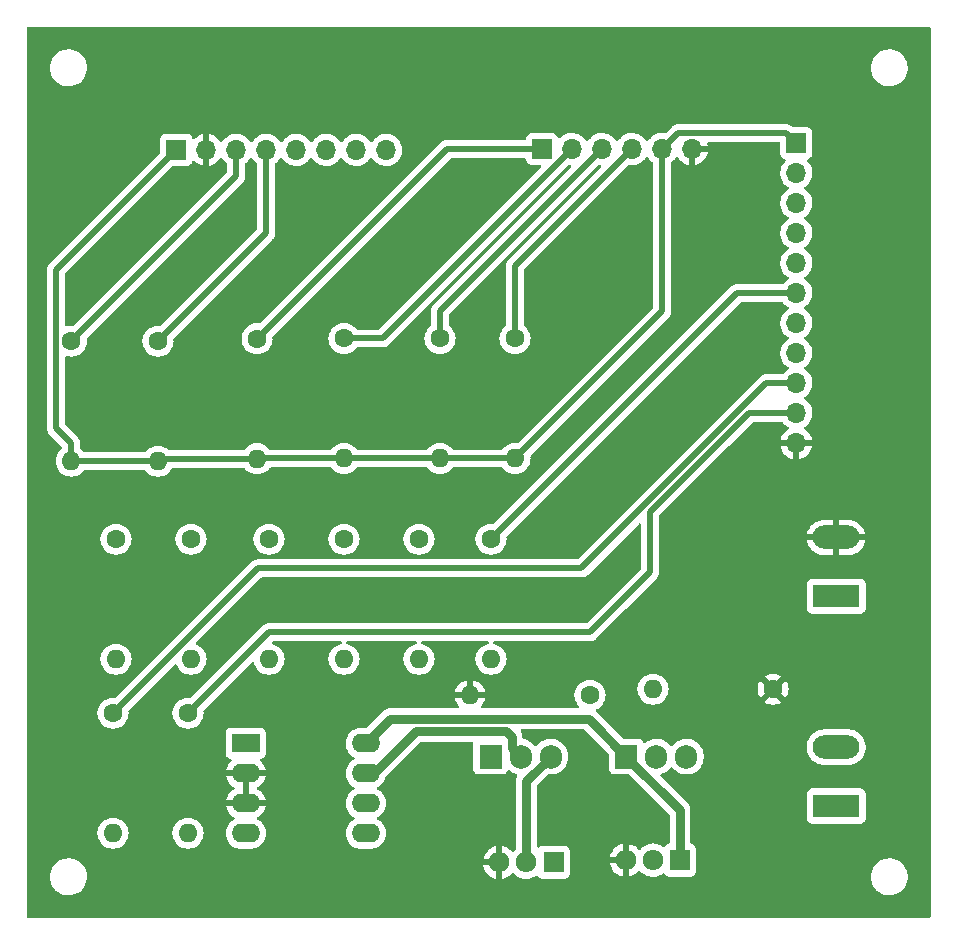
<source format=gbr>
%TF.GenerationSoftware,KiCad,Pcbnew,6.0.4*%
%TF.CreationDate,2022-04-27T14:32:22+02:00*%
%TF.ProjectId,Antenna-controller,416e7465-6e6e-4612-9d63-6f6e74726f6c,rev?*%
%TF.SameCoordinates,Original*%
%TF.FileFunction,Copper,L1,Top*%
%TF.FilePolarity,Positive*%
%FSLAX46Y46*%
G04 Gerber Fmt 4.6, Leading zero omitted, Abs format (unit mm)*
G04 Created by KiCad (PCBNEW 6.0.4) date 2022-04-27 14:32:22*
%MOMM*%
%LPD*%
G01*
G04 APERTURE LIST*
%TA.AperFunction,ComponentPad*%
%ADD10O,1.600000X1.600000*%
%TD*%
%TA.AperFunction,ComponentPad*%
%ADD11C,1.600000*%
%TD*%
%TA.AperFunction,ComponentPad*%
%ADD12R,1.717500X1.800000*%
%TD*%
%TA.AperFunction,ComponentPad*%
%ADD13O,1.717500X1.800000*%
%TD*%
%TA.AperFunction,ComponentPad*%
%ADD14R,1.905000X2.000000*%
%TD*%
%TA.AperFunction,ComponentPad*%
%ADD15O,1.905000X2.000000*%
%TD*%
%TA.AperFunction,ComponentPad*%
%ADD16R,2.400000X1.600000*%
%TD*%
%TA.AperFunction,ComponentPad*%
%ADD17O,2.400000X1.600000*%
%TD*%
%TA.AperFunction,ComponentPad*%
%ADD18R,3.960000X1.980000*%
%TD*%
%TA.AperFunction,ComponentPad*%
%ADD19O,3.960000X1.980000*%
%TD*%
%TA.AperFunction,ComponentPad*%
%ADD20R,1.700000X1.700000*%
%TD*%
%TA.AperFunction,ComponentPad*%
%ADD21O,1.700000X1.700000*%
%TD*%
%TA.AperFunction,Conductor*%
%ADD22C,0.500000*%
%TD*%
%TA.AperFunction,Conductor*%
%ADD23C,0.750000*%
%TD*%
G04 APERTURE END LIST*
D10*
%TO.P,R13,2*%
%TO.N,5V*%
X128524000Y-99568000D03*
D11*
%TO.P,R13,1*%
%TO.N,imu_scl_5V*%
X128524000Y-89408000D03*
%TD*%
%TO.P,R11,1*%
%TO.N,imu_sda_3.3V*%
X132080000Y-72644000D03*
D10*
%TO.P,R11,2*%
%TO.N,+3V3*%
X132080000Y-82804000D03*
%TD*%
D12*
%TO.P,Q4,1,G*%
%TO.N,rev*%
X176276000Y-116586000D03*
D13*
%TO.P,Q4,2,D*%
%TO.N,Net-(M1-Pad2)*%
X173986000Y-116586000D03*
%TO.P,Q4,3,S*%
%TO.N,GND*%
X171696000Y-116586000D03*
%TD*%
D14*
%TO.P,Q3,1,G*%
%TO.N,rev*%
X171736000Y-107816000D03*
D15*
%TO.P,Q3,2,D*%
%TO.N,+6V*%
X174276000Y-107816000D03*
%TO.P,Q3,3,S*%
%TO.N,Net-(M1-Pad2)*%
X176816000Y-107816000D03*
%TD*%
D12*
%TO.P,Q2,1,G*%
%TO.N,forward*%
X165566000Y-116771000D03*
D13*
%TO.P,Q2,2,D*%
%TO.N,Net-(M1-Pad1)*%
X163276000Y-116771000D03*
%TO.P,Q2,3,S*%
%TO.N,GND*%
X160986000Y-116771000D03*
%TD*%
D14*
%TO.P,Q1,1,G*%
%TO.N,forward*%
X160236000Y-107816000D03*
D15*
%TO.P,Q1,2,D*%
%TO.N,+6V*%
X162776000Y-107816000D03*
%TO.P,Q1,3,S*%
%TO.N,Net-(M1-Pad1)*%
X165316000Y-107816000D03*
%TD*%
D10*
%TO.P,R12,2*%
%TO.N,+3V3*%
X124738000Y-82804000D03*
D11*
%TO.P,R12,1*%
%TO.N,imu_scl_3.3V*%
X124738000Y-72644000D03*
%TD*%
D10*
%TO.P,R15,2*%
%TO.N,5V*%
X160274000Y-99568000D03*
D11*
%TO.P,R15,1*%
%TO.N,SS1_5V*%
X160274000Y-89408000D03*
%TD*%
D16*
%TO.P,U1,1,A1*%
%TO.N,Net-(R5-Pad2)*%
X139517500Y-106690000D03*
D17*
%TO.P,U1,2,C1*%
%TO.N,GND*%
X139517500Y-109230000D03*
%TO.P,U1,3,C2*%
X139517500Y-111770000D03*
%TO.P,U1,4,A2*%
%TO.N,Net-(R6-Pad2)*%
X139517500Y-114310000D03*
%TO.P,U1,5,E2*%
%TO.N,forward*%
X149677500Y-114310000D03*
%TO.P,U1,6,C2*%
%TO.N,+6V*%
X149677500Y-111770000D03*
%TO.P,U1,7,C1*%
X149677500Y-109230000D03*
%TO.P,U1,8,E1*%
%TO.N,rev*%
X149677500Y-106690000D03*
%TD*%
D18*
%TO.P,M1,1,+*%
%TO.N,Net-(M1-Pad1)*%
X189500000Y-112014000D03*
D19*
%TO.P,M1,2,-*%
%TO.N,Net-(M1-Pad2)*%
X189500000Y-107014000D03*
%TD*%
D20*
%TO.P,s-lite1,1,3.3V*%
%TO.N,+3V3*%
X186125000Y-55880000D03*
D21*
%TO.P,s-lite1,2,5V*%
%TO.N,5V*%
X186125000Y-58420000D03*
%TO.P,s-lite1,3,A0/MOSI1*%
%TO.N,MOSI_5V*%
X186125000Y-60960000D03*
%TO.P,s-lite1,4,A1/MISO1*%
%TO.N,MISO_5V*%
X186125000Y-63500000D03*
%TO.P,s-lite1,5,A2/SCK1*%
%TO.N,SCK_5V*%
X186125000Y-66040000D03*
%TO.P,s-lite1,6,AUX1/A5/SS1*%
%TO.N,SS1_5V*%
X186125000Y-68580000D03*
%TO.P,s-lite1,7,A3/SDA0*%
%TO.N,imu_sda_5V*%
X186125000Y-71120000D03*
%TO.P,s-lite1,8,A4/SCL0*%
%TO.N,imu_scl_5V*%
X186125000Y-73660000D03*
%TO.P,s-lite1,9,D1/TX0*%
%TO.N,rev_input_5V*%
X186125000Y-76200000D03*
%TO.P,s-lite1,10,D0/RX0*%
%TO.N,forward_input_5V*%
X186125000Y-78740000D03*
%TO.P,s-lite1,11,GND*%
%TO.N,GND*%
X186125000Y-81280000D03*
%TD*%
D11*
%TO.P,R17,1*%
%TO.N,MISO_5V*%
X147828000Y-89408000D03*
D10*
%TO.P,R17,2*%
%TO.N,5V*%
X147828000Y-99568000D03*
%TD*%
D11*
%TO.P,R1,1*%
%TO.N,forward*%
X168656000Y-102616000D03*
D10*
%TO.P,R1,2*%
%TO.N,GND*%
X158496000Y-102616000D03*
%TD*%
D20*
%TO.P,U2,1,vcc*%
%TO.N,+3V3*%
X133619000Y-56445000D03*
D21*
%TO.P,U2,2,gnd*%
%TO.N,GND*%
X136159000Y-56445000D03*
%TO.P,U2,3,scl*%
%TO.N,imu_scl_3.3V*%
X138699000Y-56445000D03*
%TO.P,U2,4,sda*%
%TO.N,imu_sda_3.3V*%
X141239000Y-56445000D03*
%TO.P,U2,5,xda*%
%TO.N,unconnected-(U2-Pad5)*%
X143779000Y-56445000D03*
%TO.P,U2,6,xdl*%
%TO.N,unconnected-(U2-Pad6)*%
X146319000Y-56445000D03*
%TO.P,U2,7,ado*%
%TO.N,unconnected-(U2-Pad7)*%
X148859000Y-56445000D03*
%TO.P,U2,8,int*%
%TO.N,unconnected-(U2-Pad8)*%
X151399000Y-56445000D03*
%TD*%
D10*
%TO.P,R16,2*%
%TO.N,5V*%
X154178000Y-99568000D03*
D11*
%TO.P,R16,1*%
%TO.N,MOSI_5V*%
X154178000Y-89408000D03*
%TD*%
%TO.P,R10,1*%
%TO.N,SS1_3.3V*%
X162306000Y-72419511D03*
D10*
%TO.P,R10,2*%
%TO.N,+3V3*%
X162306000Y-82579511D03*
%TD*%
%TO.P,R14,2*%
%TO.N,5V*%
X134874000Y-99568000D03*
D11*
%TO.P,R14,1*%
%TO.N,imu_sda_5V*%
X134874000Y-89408000D03*
%TD*%
%TO.P,R5,1*%
%TO.N,rev_input_5V*%
X128270000Y-104140000D03*
D10*
%TO.P,R5,2*%
%TO.N,Net-(R5-Pad2)*%
X128270000Y-114300000D03*
%TD*%
D11*
%TO.P,R2,1*%
%TO.N,GND*%
X184150000Y-102108000D03*
D10*
%TO.P,R2,2*%
%TO.N,rev*%
X173990000Y-102108000D03*
%TD*%
D11*
%TO.P,R8,1*%
%TO.N,MISO_3.3V*%
X147828000Y-72419511D03*
D10*
%TO.P,R8,2*%
%TO.N,+3V3*%
X147828000Y-82579511D03*
%TD*%
D20*
%TO.P,J2,1,Pin_1*%
%TO.N,SCK_3.3V*%
X164592000Y-56388000D03*
D21*
%TO.P,J2,2,Pin_2*%
%TO.N,MISO_3.3V*%
X167132000Y-56388000D03*
%TO.P,J2,3,Pin_3*%
%TO.N,MOSI_3.3V*%
X169672000Y-56388000D03*
%TO.P,J2,4,Pin_4*%
%TO.N,SS1_3.3V*%
X172212000Y-56388000D03*
%TO.P,J2,5,Pin_5*%
%TO.N,+3V3*%
X174752000Y-56388000D03*
%TO.P,J2,6,Pin_6*%
%TO.N,GND*%
X177292000Y-56388000D03*
%TD*%
D11*
%TO.P,R7,1*%
%TO.N,SCK_3.3V*%
X140464757Y-72435000D03*
D10*
%TO.P,R7,2*%
%TO.N,+3V3*%
X140464757Y-82595000D03*
%TD*%
D11*
%TO.P,R18,1*%
%TO.N,SCK_5V*%
X141478000Y-89408000D03*
D10*
%TO.P,R18,2*%
%TO.N,5V*%
X141478000Y-99568000D03*
%TD*%
D11*
%TO.P,R9,1*%
%TO.N,MOSI_3.3V*%
X155956000Y-72419511D03*
D10*
%TO.P,R9,2*%
%TO.N,+3V3*%
X155956000Y-82579511D03*
%TD*%
D19*
%TO.P,J1,2,Pin_2*%
%TO.N,GND*%
X189500000Y-89265000D03*
D18*
%TO.P,J1,1,Pin_1*%
%TO.N,+6V*%
X189500000Y-94265000D03*
%TD*%
D11*
%TO.P,R6,1*%
%TO.N,forward_input_5V*%
X134620000Y-104140000D03*
D10*
%TO.P,R6,2*%
%TO.N,Net-(R6-Pad2)*%
X134620000Y-114300000D03*
%TD*%
D22*
%TO.N,+3V3*%
X162306000Y-82579511D02*
X155956000Y-82579511D01*
X174752000Y-56388000D02*
X174752000Y-70133511D01*
X174752000Y-70133511D02*
X162306000Y-82579511D01*
%TO.N,SS1_3.3V*%
X172212000Y-56388000D02*
X162306000Y-66294000D01*
X162306000Y-66294000D02*
X162306000Y-72419511D01*
%TO.N,MOSI_3.3V*%
X155956000Y-72419511D02*
X155956000Y-70104000D01*
X155956000Y-70104000D02*
X169672000Y-56388000D01*
%TO.N,MISO_3.3V*%
X147828000Y-72419511D02*
X151100489Y-72419511D01*
X151100489Y-72419511D02*
X167132000Y-56388000D01*
%TO.N,SCK_3.3V*%
X140464757Y-72435000D02*
X156511757Y-56388000D01*
X156511757Y-56388000D02*
X164592000Y-56388000D01*
%TO.N,imu_sda_3.3V*%
X132080000Y-72644000D02*
X141239000Y-63485000D01*
X141239000Y-63485000D02*
X141239000Y-56445000D01*
%TO.N,imu_scl_3.3V*%
X138699000Y-56445000D02*
X138699000Y-58683000D01*
X138699000Y-58683000D02*
X124738000Y-72644000D01*
%TO.N,+3V3*%
X133619000Y-56445000D02*
X123444000Y-66620000D01*
X123444000Y-72100213D02*
X123438489Y-72105724D01*
X123444000Y-73187787D02*
X123444000Y-80010000D01*
X123444000Y-66620000D02*
X123444000Y-72100213D01*
X123438489Y-72105724D02*
X123438489Y-73182276D01*
X123438489Y-73182276D02*
X123444000Y-73187787D01*
X123444000Y-80010000D02*
X124738000Y-81304000D01*
X124738000Y-81304000D02*
X124738000Y-82804000D01*
X124738000Y-82804000D02*
X132080000Y-82804000D01*
X140464757Y-82595000D02*
X132289000Y-82595000D01*
X132289000Y-82595000D02*
X132080000Y-82804000D01*
X147828000Y-82579511D02*
X140480246Y-82579511D01*
X140480246Y-82579511D02*
X140464757Y-82595000D01*
X155194000Y-82579511D02*
X147828000Y-82579511D01*
D23*
%TO.N,+6V*%
X149677500Y-109230000D02*
X150358000Y-109230000D01*
X150358000Y-109230000D02*
X153924000Y-105664000D01*
X161544000Y-105664000D02*
X162052000Y-106172000D01*
X153924000Y-105664000D02*
X161544000Y-105664000D01*
X162052000Y-106172000D02*
X162052000Y-107092000D01*
X162052000Y-107092000D02*
X162776000Y-107816000D01*
D22*
%TO.N,rev_input_5V*%
X128270000Y-104140000D02*
X140518462Y-91891538D01*
X140518462Y-91891538D02*
X167906481Y-91891538D01*
X167906481Y-91891538D02*
X183598019Y-76200000D01*
X183598019Y-76200000D02*
X186125000Y-76200000D01*
%TO.N,forward_input_5V*%
X134620000Y-104140000D02*
X141478000Y-97282000D01*
X141478000Y-97282000D02*
X168656000Y-97282000D01*
X168656000Y-97282000D02*
X173736000Y-92202000D01*
X173736000Y-92202000D02*
X173736000Y-87122000D01*
X173736000Y-87122000D02*
X182118000Y-78740000D01*
X182118000Y-78740000D02*
X186125000Y-78740000D01*
%TO.N,SS1_5V*%
X186125000Y-68580000D02*
X181102000Y-68580000D01*
X181102000Y-68580000D02*
X160274000Y-89408000D01*
D23*
%TO.N,rev*%
X149677500Y-106690000D02*
X151753020Y-104614480D01*
X151753020Y-104614480D02*
X168534480Y-104614480D01*
X168534480Y-104614480D02*
X171736000Y-107816000D01*
D22*
%TO.N,+3V3*%
X186125000Y-55880000D02*
X185283489Y-55038489D01*
X185283489Y-55038489D02*
X176101511Y-55038489D01*
X176101511Y-55038489D02*
X174752000Y-56388000D01*
D23*
%TO.N,rev*%
X176276000Y-116586000D02*
X176276000Y-112356000D01*
X176276000Y-112356000D02*
X171736000Y-107816000D01*
%TO.N,Net-(M1-Pad1)*%
X165316000Y-107816000D02*
X163276000Y-109856000D01*
X163276000Y-109856000D02*
X163276000Y-116771000D01*
%TD*%
%TA.AperFunction,Conductor*%
%TO.N,GND*%
G36*
X197433621Y-46028502D02*
G01*
X197480114Y-46082158D01*
X197491500Y-46134500D01*
X197491500Y-121365500D01*
X197471498Y-121433621D01*
X197417842Y-121480114D01*
X197365500Y-121491500D01*
X121134500Y-121491500D01*
X121066379Y-121471498D01*
X121019886Y-121417842D01*
X121008500Y-121365500D01*
X121008500Y-118054568D01*
X122937382Y-118054568D01*
X122937963Y-118059588D01*
X122937963Y-118059592D01*
X122945140Y-118121615D01*
X122966208Y-118303699D01*
X122967587Y-118308573D01*
X122967588Y-118308577D01*
X123006526Y-118446181D01*
X123034494Y-118545017D01*
X123036628Y-118549592D01*
X123036630Y-118549599D01*
X123138347Y-118767731D01*
X123140484Y-118772313D01*
X123143326Y-118776494D01*
X123143326Y-118776495D01*
X123278605Y-118975552D01*
X123278608Y-118975556D01*
X123281451Y-118979739D01*
X123284928Y-118983416D01*
X123284929Y-118983417D01*
X123385238Y-119089491D01*
X123453767Y-119161959D01*
X123457793Y-119165037D01*
X123457794Y-119165038D01*
X123648981Y-119311212D01*
X123648985Y-119311215D01*
X123653001Y-119314285D01*
X123874026Y-119432797D01*
X123878807Y-119434443D01*
X123878811Y-119434445D01*
X124104538Y-119512169D01*
X124111156Y-119514448D01*
X124214689Y-119532331D01*
X124354380Y-119556460D01*
X124354386Y-119556461D01*
X124358290Y-119557135D01*
X124362251Y-119557315D01*
X124362252Y-119557315D01*
X124386931Y-119558436D01*
X124386950Y-119558436D01*
X124388350Y-119558500D01*
X124563015Y-119558500D01*
X124565523Y-119558298D01*
X124565528Y-119558298D01*
X124744944Y-119543863D01*
X124744949Y-119543862D01*
X124749985Y-119543457D01*
X124754893Y-119542252D01*
X124754896Y-119542251D01*
X124988625Y-119484841D01*
X124993539Y-119483634D01*
X124998191Y-119481659D01*
X124998195Y-119481658D01*
X125219741Y-119387617D01*
X125219742Y-119387617D01*
X125224396Y-119385641D01*
X125436615Y-119252000D01*
X125624738Y-119086147D01*
X125783924Y-118892351D01*
X125910078Y-118675596D01*
X125999955Y-118441461D01*
X126051241Y-118195967D01*
X126051834Y-118182920D01*
X126057662Y-118054568D01*
X126062618Y-117945432D01*
X126060242Y-117924891D01*
X126040292Y-117752481D01*
X126033792Y-117696301D01*
X126030874Y-117685987D01*
X125966884Y-117459852D01*
X125966883Y-117459850D01*
X125965506Y-117454983D01*
X125963372Y-117450408D01*
X125963370Y-117450401D01*
X125861653Y-117232269D01*
X125861651Y-117232265D01*
X125859516Y-117227687D01*
X125856674Y-117223505D01*
X125732239Y-117040405D01*
X159633870Y-117040405D01*
X159635258Y-117048530D01*
X159690848Y-117262708D01*
X159694381Y-117272738D01*
X159785264Y-117474491D01*
X159790433Y-117483777D01*
X159914010Y-117667333D01*
X159920669Y-117675616D01*
X160073402Y-117835722D01*
X160081372Y-117842774D01*
X160258901Y-117974858D01*
X160267931Y-117980457D01*
X160465178Y-118080743D01*
X160475039Y-118084746D01*
X160686353Y-118150362D01*
X160696733Y-118152644D01*
X160714043Y-118154939D01*
X160728207Y-118152743D01*
X160732000Y-118139556D01*
X160732000Y-117043115D01*
X160727525Y-117027876D01*
X160726135Y-117026671D01*
X160718452Y-117025000D01*
X159650475Y-117025000D01*
X159635795Y-117029310D01*
X159633870Y-117040405D01*
X125732239Y-117040405D01*
X125721395Y-117024448D01*
X125721392Y-117024444D01*
X125718549Y-117020261D01*
X125617925Y-116913853D01*
X125549713Y-116841721D01*
X125546233Y-116838041D01*
X125542206Y-116834962D01*
X125351019Y-116688788D01*
X125351015Y-116688785D01*
X125346999Y-116685715D01*
X125125974Y-116567203D01*
X125121193Y-116565557D01*
X125121189Y-116565555D01*
X124928405Y-116499174D01*
X159638747Y-116499174D01*
X159640165Y-116512413D01*
X159654804Y-116517000D01*
X160713885Y-116517000D01*
X160729124Y-116512525D01*
X160730329Y-116511135D01*
X160732000Y-116503452D01*
X160732000Y-115404617D01*
X160728027Y-115391086D01*
X160717420Y-115389561D01*
X160597057Y-115414816D01*
X160586859Y-115417876D01*
X160381066Y-115499147D01*
X160371534Y-115503878D01*
X160182364Y-115618670D01*
X160173774Y-115624934D01*
X160006652Y-115769954D01*
X159999232Y-115777584D01*
X159858938Y-115948687D01*
X159852912Y-115957454D01*
X159743452Y-116149748D01*
X159738987Y-116159412D01*
X159663490Y-116367403D01*
X159660719Y-116377670D01*
X159638747Y-116499174D01*
X124928405Y-116499174D01*
X124893633Y-116487201D01*
X124888844Y-116485552D01*
X124785311Y-116467669D01*
X124645620Y-116443540D01*
X124645614Y-116443539D01*
X124641710Y-116442865D01*
X124637749Y-116442685D01*
X124637748Y-116442685D01*
X124613069Y-116441564D01*
X124613050Y-116441564D01*
X124611650Y-116441500D01*
X124436985Y-116441500D01*
X124434477Y-116441702D01*
X124434472Y-116441702D01*
X124255056Y-116456137D01*
X124255051Y-116456138D01*
X124250015Y-116456543D01*
X124245107Y-116457748D01*
X124245104Y-116457749D01*
X124076454Y-116499174D01*
X124006461Y-116516366D01*
X124001809Y-116518341D01*
X124001805Y-116518342D01*
X123881061Y-116569595D01*
X123775604Y-116614359D01*
X123563385Y-116748000D01*
X123375262Y-116913853D01*
X123216076Y-117107649D01*
X123089922Y-117324404D01*
X123000045Y-117558539D01*
X122999012Y-117563485D01*
X122999010Y-117563491D01*
X122963660Y-117732705D01*
X122948759Y-117804033D01*
X122948530Y-117809082D01*
X122948529Y-117809088D01*
X122943704Y-117915349D01*
X122937382Y-118054568D01*
X121008500Y-118054568D01*
X121008500Y-114300000D01*
X126956502Y-114300000D01*
X126976457Y-114528087D01*
X126977881Y-114533400D01*
X126977881Y-114533402D01*
X126979137Y-114538087D01*
X127035716Y-114749243D01*
X127038039Y-114754224D01*
X127038039Y-114754225D01*
X127130151Y-114951762D01*
X127130154Y-114951767D01*
X127132477Y-114956749D01*
X127263802Y-115144300D01*
X127425700Y-115306198D01*
X127430208Y-115309355D01*
X127430211Y-115309357D01*
X127444493Y-115319357D01*
X127613251Y-115437523D01*
X127618233Y-115439846D01*
X127618238Y-115439849D01*
X127789672Y-115519789D01*
X127820757Y-115534284D01*
X127826065Y-115535706D01*
X127826067Y-115535707D01*
X128036598Y-115592119D01*
X128036600Y-115592119D01*
X128041913Y-115593543D01*
X128270000Y-115613498D01*
X128498087Y-115593543D01*
X128503400Y-115592119D01*
X128503402Y-115592119D01*
X128713933Y-115535707D01*
X128713935Y-115535706D01*
X128719243Y-115534284D01*
X128750328Y-115519789D01*
X128921762Y-115439849D01*
X128921767Y-115439846D01*
X128926749Y-115437523D01*
X129095507Y-115319357D01*
X129109789Y-115309357D01*
X129109792Y-115309355D01*
X129114300Y-115306198D01*
X129276198Y-115144300D01*
X129407523Y-114956749D01*
X129409846Y-114951767D01*
X129409849Y-114951762D01*
X129501961Y-114754225D01*
X129501961Y-114754224D01*
X129504284Y-114749243D01*
X129560864Y-114538087D01*
X129562119Y-114533402D01*
X129562119Y-114533400D01*
X129563543Y-114528087D01*
X129583498Y-114300000D01*
X133306502Y-114300000D01*
X133326457Y-114528087D01*
X133327881Y-114533400D01*
X133327881Y-114533402D01*
X133329137Y-114538087D01*
X133385716Y-114749243D01*
X133388039Y-114754224D01*
X133388039Y-114754225D01*
X133480151Y-114951762D01*
X133480154Y-114951767D01*
X133482477Y-114956749D01*
X133613802Y-115144300D01*
X133775700Y-115306198D01*
X133780208Y-115309355D01*
X133780211Y-115309357D01*
X133794493Y-115319357D01*
X133963251Y-115437523D01*
X133968233Y-115439846D01*
X133968238Y-115439849D01*
X134139672Y-115519789D01*
X134170757Y-115534284D01*
X134176065Y-115535706D01*
X134176067Y-115535707D01*
X134386598Y-115592119D01*
X134386600Y-115592119D01*
X134391913Y-115593543D01*
X134620000Y-115613498D01*
X134848087Y-115593543D01*
X134853400Y-115592119D01*
X134853402Y-115592119D01*
X135063933Y-115535707D01*
X135063935Y-115535706D01*
X135069243Y-115534284D01*
X135100328Y-115519789D01*
X135271762Y-115439849D01*
X135271767Y-115439846D01*
X135276749Y-115437523D01*
X135445507Y-115319357D01*
X135459789Y-115309357D01*
X135459792Y-115309355D01*
X135464300Y-115306198D01*
X135626198Y-115144300D01*
X135757523Y-114956749D01*
X135759846Y-114951767D01*
X135759849Y-114951762D01*
X135851961Y-114754225D01*
X135851961Y-114754224D01*
X135854284Y-114749243D01*
X135910864Y-114538087D01*
X135912119Y-114533402D01*
X135912119Y-114533400D01*
X135913543Y-114528087D01*
X135932623Y-114310000D01*
X137804002Y-114310000D01*
X137823957Y-114538087D01*
X137825381Y-114543400D01*
X137825381Y-114543402D01*
X137879114Y-114743933D01*
X137883216Y-114759243D01*
X137885539Y-114764224D01*
X137885539Y-114764225D01*
X137977651Y-114961762D01*
X137977654Y-114961767D01*
X137979977Y-114966749D01*
X137983134Y-114971257D01*
X138107029Y-115148197D01*
X138111302Y-115154300D01*
X138273200Y-115316198D01*
X138277708Y-115319355D01*
X138277711Y-115319357D01*
X138339326Y-115362500D01*
X138460751Y-115447523D01*
X138465733Y-115449846D01*
X138465738Y-115449849D01*
X138649863Y-115535707D01*
X138668257Y-115544284D01*
X138673565Y-115545706D01*
X138673567Y-115545707D01*
X138884098Y-115602119D01*
X138884100Y-115602119D01*
X138889413Y-115603543D01*
X138988980Y-115612254D01*
X139057649Y-115618262D01*
X139057656Y-115618262D01*
X139060373Y-115618500D01*
X139974627Y-115618500D01*
X139977344Y-115618262D01*
X139977351Y-115618262D01*
X140046020Y-115612254D01*
X140145587Y-115603543D01*
X140150900Y-115602119D01*
X140150902Y-115602119D01*
X140361433Y-115545707D01*
X140361435Y-115545706D01*
X140366743Y-115544284D01*
X140385137Y-115535707D01*
X140569262Y-115449849D01*
X140569267Y-115449846D01*
X140574249Y-115447523D01*
X140695674Y-115362500D01*
X140757289Y-115319357D01*
X140757292Y-115319355D01*
X140761800Y-115316198D01*
X140923698Y-115154300D01*
X140927972Y-115148197D01*
X141051866Y-114971257D01*
X141055023Y-114966749D01*
X141057346Y-114961767D01*
X141057349Y-114961762D01*
X141149461Y-114764225D01*
X141149461Y-114764224D01*
X141151784Y-114759243D01*
X141155887Y-114743933D01*
X141209619Y-114543402D01*
X141209619Y-114543400D01*
X141211043Y-114538087D01*
X141230998Y-114310000D01*
X147964002Y-114310000D01*
X147983957Y-114538087D01*
X147985381Y-114543400D01*
X147985381Y-114543402D01*
X148039114Y-114743933D01*
X148043216Y-114759243D01*
X148045539Y-114764224D01*
X148045539Y-114764225D01*
X148137651Y-114961762D01*
X148137654Y-114961767D01*
X148139977Y-114966749D01*
X148143134Y-114971257D01*
X148267029Y-115148197D01*
X148271302Y-115154300D01*
X148433200Y-115316198D01*
X148437708Y-115319355D01*
X148437711Y-115319357D01*
X148499326Y-115362500D01*
X148620751Y-115447523D01*
X148625733Y-115449846D01*
X148625738Y-115449849D01*
X148809863Y-115535707D01*
X148828257Y-115544284D01*
X148833565Y-115545706D01*
X148833567Y-115545707D01*
X149044098Y-115602119D01*
X149044100Y-115602119D01*
X149049413Y-115603543D01*
X149148980Y-115612254D01*
X149217649Y-115618262D01*
X149217656Y-115618262D01*
X149220373Y-115618500D01*
X150134627Y-115618500D01*
X150137344Y-115618262D01*
X150137351Y-115618262D01*
X150206020Y-115612254D01*
X150305587Y-115603543D01*
X150310900Y-115602119D01*
X150310902Y-115602119D01*
X150521433Y-115545707D01*
X150521435Y-115545706D01*
X150526743Y-115544284D01*
X150545137Y-115535707D01*
X150729262Y-115449849D01*
X150729267Y-115449846D01*
X150734249Y-115447523D01*
X150855674Y-115362500D01*
X150917289Y-115319357D01*
X150917292Y-115319355D01*
X150921800Y-115316198D01*
X151083698Y-115154300D01*
X151087972Y-115148197D01*
X151211866Y-114971257D01*
X151215023Y-114966749D01*
X151217346Y-114961767D01*
X151217349Y-114961762D01*
X151309461Y-114764225D01*
X151309461Y-114764224D01*
X151311784Y-114759243D01*
X151315887Y-114743933D01*
X151369619Y-114543402D01*
X151369619Y-114543400D01*
X151371043Y-114538087D01*
X151390998Y-114310000D01*
X151371043Y-114081913D01*
X151369619Y-114076598D01*
X151313207Y-113866067D01*
X151313206Y-113866065D01*
X151311784Y-113860757D01*
X151304798Y-113845775D01*
X151217349Y-113658238D01*
X151217346Y-113658233D01*
X151215023Y-113653251D01*
X151116468Y-113512500D01*
X151086857Y-113470211D01*
X151086855Y-113470208D01*
X151083698Y-113465700D01*
X150921800Y-113303802D01*
X150917292Y-113300645D01*
X150917289Y-113300643D01*
X150833962Y-113242297D01*
X150734249Y-113172477D01*
X150729267Y-113170154D01*
X150729262Y-113170151D01*
X150695043Y-113154195D01*
X150641758Y-113107278D01*
X150622297Y-113039001D01*
X150642839Y-112971041D01*
X150695043Y-112925805D01*
X150729262Y-112909849D01*
X150729267Y-112909846D01*
X150734249Y-112907523D01*
X150839111Y-112834098D01*
X150917289Y-112779357D01*
X150917292Y-112779355D01*
X150921800Y-112776198D01*
X151083698Y-112614300D01*
X151215023Y-112426749D01*
X151217346Y-112421767D01*
X151217349Y-112421762D01*
X151309461Y-112224225D01*
X151309461Y-112224224D01*
X151311784Y-112219243D01*
X151371043Y-111998087D01*
X151390998Y-111770000D01*
X151371043Y-111541913D01*
X151360744Y-111503478D01*
X151313207Y-111326067D01*
X151313206Y-111326065D01*
X151311784Y-111320757D01*
X151217466Y-111118489D01*
X151217349Y-111118238D01*
X151217346Y-111118233D01*
X151215023Y-111113251D01*
X151083698Y-110925700D01*
X150921800Y-110763802D01*
X150917292Y-110760645D01*
X150917289Y-110760643D01*
X150766926Y-110655358D01*
X150734249Y-110632477D01*
X150729267Y-110630154D01*
X150729262Y-110630151D01*
X150695043Y-110614195D01*
X150641758Y-110567278D01*
X150622297Y-110499001D01*
X150642839Y-110431041D01*
X150695043Y-110385805D01*
X150729262Y-110369849D01*
X150729267Y-110369846D01*
X150734249Y-110367523D01*
X150867601Y-110274149D01*
X150917289Y-110239357D01*
X150917292Y-110239355D01*
X150921800Y-110236198D01*
X151083698Y-110074300D01*
X151215023Y-109886749D01*
X151217346Y-109881767D01*
X151217349Y-109881762D01*
X151297136Y-109710656D01*
X151311784Y-109679243D01*
X151359257Y-109502073D01*
X151391869Y-109445589D01*
X152821583Y-108015875D01*
X154253052Y-106584405D01*
X154315364Y-106550379D01*
X154342147Y-106547500D01*
X158660909Y-106547500D01*
X158729030Y-106567502D01*
X158775523Y-106621158D01*
X158785627Y-106691432D01*
X158784108Y-106699407D01*
X158781755Y-106705684D01*
X158775000Y-106767866D01*
X158775000Y-108864134D01*
X158781755Y-108926316D01*
X158832885Y-109062705D01*
X158920239Y-109179261D01*
X159036795Y-109266615D01*
X159173184Y-109317745D01*
X159235366Y-109324500D01*
X161236634Y-109324500D01*
X161298816Y-109317745D01*
X161435205Y-109266615D01*
X161551761Y-109179261D01*
X161639115Y-109062705D01*
X161646573Y-109042811D01*
X161689213Y-108986047D01*
X161755774Y-108961346D01*
X161825123Y-108976553D01*
X161842647Y-108988158D01*
X161960670Y-109081367D01*
X161960675Y-109081370D01*
X161964724Y-109084568D01*
X161969240Y-109087061D01*
X161969243Y-109087063D01*
X162170526Y-109198177D01*
X162170530Y-109198179D01*
X162175050Y-109200674D01*
X162179919Y-109202398D01*
X162179923Y-109202400D01*
X162273324Y-109235475D01*
X162401515Y-109280870D01*
X162404601Y-109281420D01*
X162464845Y-109317853D01*
X162496089Y-109381605D01*
X162487906Y-109452129D01*
X162481027Y-109465932D01*
X162476773Y-109473300D01*
X162464436Y-109494669D01*
X162462395Y-109500949D01*
X162462392Y-109500957D01*
X162460292Y-109507421D01*
X162452728Y-109525683D01*
X162449637Y-109531749D01*
X162449634Y-109531758D01*
X162446638Y-109537637D01*
X162444929Y-109544015D01*
X162429444Y-109601804D01*
X162427578Y-109608106D01*
X162407046Y-109671298D01*
X162406356Y-109677866D01*
X162405645Y-109684628D01*
X162402042Y-109704071D01*
X162398570Y-109717029D01*
X162398225Y-109723619D01*
X162398224Y-109723623D01*
X162395093Y-109783367D01*
X162394577Y-109789931D01*
X162392500Y-109809694D01*
X162392500Y-109829555D01*
X162392327Y-109836150D01*
X162389439Y-109891257D01*
X162388850Y-109902493D01*
X162389882Y-109909007D01*
X162390949Y-109915744D01*
X162392500Y-109935456D01*
X162392500Y-115628633D01*
X162372498Y-115696754D01*
X162349081Y-115723798D01*
X162297521Y-115768540D01*
X162292260Y-115773105D01*
X162230063Y-115848960D01*
X162171406Y-115888952D01*
X162100436Y-115890884D01*
X162041461Y-115856038D01*
X161898598Y-115706278D01*
X161890628Y-115699226D01*
X161713099Y-115567142D01*
X161704069Y-115561543D01*
X161506822Y-115461257D01*
X161496961Y-115457254D01*
X161285647Y-115391638D01*
X161275267Y-115389356D01*
X161257957Y-115387061D01*
X161243793Y-115389257D01*
X161240000Y-115402444D01*
X161240000Y-118137383D01*
X161243973Y-118150914D01*
X161254580Y-118152439D01*
X161374943Y-118127184D01*
X161385141Y-118124124D01*
X161590934Y-118042853D01*
X161600466Y-118038122D01*
X161789636Y-117923330D01*
X161798226Y-117917066D01*
X161965348Y-117772046D01*
X161972766Y-117764417D01*
X162031268Y-117693068D01*
X162089928Y-117653073D01*
X162160898Y-117651141D01*
X162219873Y-117685987D01*
X162324302Y-117795457D01*
X162366757Y-117839962D01*
X162371045Y-117843152D01*
X162371048Y-117843155D01*
X162548635Y-117975283D01*
X162548638Y-117975285D01*
X162552915Y-117978467D01*
X162557665Y-117980882D01*
X162754078Y-118080743D01*
X162759748Y-118083626D01*
X162870545Y-118118029D01*
X162976239Y-118150849D01*
X162976245Y-118150850D01*
X162981342Y-118152433D01*
X163105111Y-118168838D01*
X163206077Y-118182220D01*
X163206081Y-118182220D01*
X163211361Y-118182920D01*
X163216690Y-118182720D01*
X163216692Y-118182720D01*
X163327295Y-118178567D01*
X163443228Y-118174215D01*
X163670314Y-118126567D01*
X163675270Y-118124610D01*
X163675276Y-118124608D01*
X163852627Y-118054568D01*
X163886125Y-118041339D01*
X164057278Y-117937481D01*
X164079928Y-117923737D01*
X164079929Y-117923736D01*
X164084491Y-117920968D01*
X164088521Y-117917471D01*
X164092834Y-117914326D01*
X164093580Y-117915349D01*
X164152616Y-117888340D01*
X164222897Y-117898398D01*
X164271456Y-117937481D01*
X164307048Y-117984971D01*
X164343989Y-118034261D01*
X164460545Y-118121615D01*
X164596934Y-118172745D01*
X164659116Y-118179500D01*
X166472884Y-118179500D01*
X166535066Y-118172745D01*
X166671455Y-118121615D01*
X166760915Y-118054568D01*
X192437382Y-118054568D01*
X192437963Y-118059588D01*
X192437963Y-118059592D01*
X192445140Y-118121615D01*
X192466208Y-118303699D01*
X192467587Y-118308573D01*
X192467588Y-118308577D01*
X192506526Y-118446181D01*
X192534494Y-118545017D01*
X192536628Y-118549592D01*
X192536630Y-118549599D01*
X192638347Y-118767731D01*
X192640484Y-118772313D01*
X192643326Y-118776494D01*
X192643326Y-118776495D01*
X192778605Y-118975552D01*
X192778608Y-118975556D01*
X192781451Y-118979739D01*
X192784928Y-118983416D01*
X192784929Y-118983417D01*
X192885238Y-119089491D01*
X192953767Y-119161959D01*
X192957793Y-119165037D01*
X192957794Y-119165038D01*
X193148981Y-119311212D01*
X193148985Y-119311215D01*
X193153001Y-119314285D01*
X193374026Y-119432797D01*
X193378807Y-119434443D01*
X193378811Y-119434445D01*
X193604538Y-119512169D01*
X193611156Y-119514448D01*
X193714689Y-119532331D01*
X193854380Y-119556460D01*
X193854386Y-119556461D01*
X193858290Y-119557135D01*
X193862251Y-119557315D01*
X193862252Y-119557315D01*
X193886931Y-119558436D01*
X193886950Y-119558436D01*
X193888350Y-119558500D01*
X194063015Y-119558500D01*
X194065523Y-119558298D01*
X194065528Y-119558298D01*
X194244944Y-119543863D01*
X194244949Y-119543862D01*
X194249985Y-119543457D01*
X194254893Y-119542252D01*
X194254896Y-119542251D01*
X194488625Y-119484841D01*
X194493539Y-119483634D01*
X194498191Y-119481659D01*
X194498195Y-119481658D01*
X194719741Y-119387617D01*
X194719742Y-119387617D01*
X194724396Y-119385641D01*
X194936615Y-119252000D01*
X195124738Y-119086147D01*
X195283924Y-118892351D01*
X195410078Y-118675596D01*
X195499955Y-118441461D01*
X195551241Y-118195967D01*
X195551834Y-118182920D01*
X195557662Y-118054568D01*
X195562618Y-117945432D01*
X195560242Y-117924891D01*
X195540292Y-117752481D01*
X195533792Y-117696301D01*
X195530874Y-117685987D01*
X195466884Y-117459852D01*
X195466883Y-117459850D01*
X195465506Y-117454983D01*
X195463372Y-117450408D01*
X195463370Y-117450401D01*
X195361653Y-117232269D01*
X195361651Y-117232265D01*
X195359516Y-117227687D01*
X195356674Y-117223505D01*
X195221395Y-117024448D01*
X195221392Y-117024444D01*
X195218549Y-117020261D01*
X195117925Y-116913853D01*
X195049713Y-116841721D01*
X195046233Y-116838041D01*
X195042206Y-116834962D01*
X194851019Y-116688788D01*
X194851015Y-116688785D01*
X194846999Y-116685715D01*
X194625974Y-116567203D01*
X194621193Y-116565557D01*
X194621189Y-116565555D01*
X194393633Y-116487201D01*
X194388844Y-116485552D01*
X194285311Y-116467669D01*
X194145620Y-116443540D01*
X194145614Y-116443539D01*
X194141710Y-116442865D01*
X194137749Y-116442685D01*
X194137748Y-116442685D01*
X194113069Y-116441564D01*
X194113050Y-116441564D01*
X194111650Y-116441500D01*
X193936985Y-116441500D01*
X193934477Y-116441702D01*
X193934472Y-116441702D01*
X193755056Y-116456137D01*
X193755051Y-116456138D01*
X193750015Y-116456543D01*
X193745107Y-116457748D01*
X193745104Y-116457749D01*
X193576454Y-116499174D01*
X193506461Y-116516366D01*
X193501809Y-116518341D01*
X193501805Y-116518342D01*
X193381061Y-116569595D01*
X193275604Y-116614359D01*
X193063385Y-116748000D01*
X192875262Y-116913853D01*
X192716076Y-117107649D01*
X192589922Y-117324404D01*
X192500045Y-117558539D01*
X192499012Y-117563485D01*
X192499010Y-117563491D01*
X192463660Y-117732705D01*
X192448759Y-117804033D01*
X192448530Y-117809082D01*
X192448529Y-117809088D01*
X192443704Y-117915349D01*
X192437382Y-118054568D01*
X166760915Y-118054568D01*
X166788011Y-118034261D01*
X166875365Y-117917705D01*
X166926495Y-117781316D01*
X166933250Y-117719134D01*
X166933250Y-116855405D01*
X170343870Y-116855405D01*
X170345258Y-116863530D01*
X170400848Y-117077708D01*
X170404381Y-117087738D01*
X170495264Y-117289491D01*
X170500433Y-117298777D01*
X170624010Y-117482333D01*
X170630669Y-117490616D01*
X170783402Y-117650722D01*
X170791372Y-117657774D01*
X170968901Y-117789858D01*
X170977931Y-117795457D01*
X171175178Y-117895743D01*
X171185039Y-117899746D01*
X171396353Y-117965362D01*
X171406733Y-117967644D01*
X171424043Y-117969939D01*
X171438207Y-117967743D01*
X171442000Y-117954556D01*
X171442000Y-116858115D01*
X171437525Y-116842876D01*
X171436135Y-116841671D01*
X171428452Y-116840000D01*
X170360475Y-116840000D01*
X170345795Y-116844310D01*
X170343870Y-116855405D01*
X166933250Y-116855405D01*
X166933250Y-116314174D01*
X170348747Y-116314174D01*
X170350165Y-116327413D01*
X170364804Y-116332000D01*
X171423885Y-116332000D01*
X171439124Y-116327525D01*
X171440329Y-116326135D01*
X171442000Y-116318452D01*
X171442000Y-115219617D01*
X171438027Y-115206086D01*
X171427420Y-115204561D01*
X171307057Y-115229816D01*
X171296859Y-115232876D01*
X171091066Y-115314147D01*
X171081534Y-115318878D01*
X170892364Y-115433670D01*
X170883774Y-115439934D01*
X170716652Y-115584954D01*
X170709232Y-115592584D01*
X170568938Y-115763687D01*
X170562912Y-115772454D01*
X170453452Y-115964748D01*
X170448987Y-115974412D01*
X170373490Y-116182403D01*
X170370719Y-116192670D01*
X170348747Y-116314174D01*
X166933250Y-116314174D01*
X166933250Y-115822866D01*
X166926495Y-115760684D01*
X166875365Y-115624295D01*
X166788011Y-115507739D01*
X166671455Y-115420385D01*
X166535066Y-115369255D01*
X166472884Y-115362500D01*
X164659116Y-115362500D01*
X164596934Y-115369255D01*
X164460545Y-115420385D01*
X164453360Y-115425770D01*
X164453358Y-115425771D01*
X164361065Y-115494941D01*
X164294559Y-115519789D01*
X164225176Y-115504736D01*
X164174946Y-115454562D01*
X164159500Y-115394115D01*
X164159500Y-110274149D01*
X164179502Y-110206028D01*
X164196404Y-110185054D01*
X165030057Y-109351400D01*
X165092370Y-109317375D01*
X165141249Y-109316448D01*
X165172948Y-109322095D01*
X165172954Y-109322096D01*
X165178037Y-109323001D01*
X165265400Y-109324068D01*
X165413093Y-109325873D01*
X165413095Y-109325873D01*
X165418263Y-109325936D01*
X165655744Y-109289596D01*
X165767997Y-109252906D01*
X165879183Y-109216566D01*
X165879189Y-109216563D01*
X165884101Y-109214958D01*
X165888687Y-109212571D01*
X165888691Y-109212569D01*
X166092607Y-109106416D01*
X166097200Y-109104025D01*
X166225902Y-109007393D01*
X166285185Y-108962882D01*
X166285188Y-108962880D01*
X166289320Y-108959777D01*
X166455301Y-108786088D01*
X166532891Y-108672345D01*
X166587774Y-108591891D01*
X166587775Y-108591890D01*
X166590686Y-108587622D01*
X166594926Y-108578489D01*
X166689658Y-108374405D01*
X166689659Y-108374401D01*
X166691837Y-108369710D01*
X166756040Y-108138202D01*
X166760589Y-108095634D01*
X166776644Y-107945407D01*
X166776644Y-107945399D01*
X166777000Y-107942072D01*
X166777000Y-107707598D01*
X166776323Y-107699357D01*
X166763073Y-107538197D01*
X166762322Y-107529063D01*
X166703794Y-107296056D01*
X166607997Y-107075737D01*
X166496894Y-106903998D01*
X166480310Y-106878363D01*
X166480308Y-106878360D01*
X166477502Y-106874023D01*
X166315814Y-106696330D01*
X166220630Y-106621158D01*
X166131330Y-106550633D01*
X166131325Y-106550630D01*
X166127276Y-106547432D01*
X166122760Y-106544939D01*
X166122757Y-106544937D01*
X165921474Y-106433823D01*
X165921470Y-106433821D01*
X165916950Y-106431326D01*
X165912081Y-106429602D01*
X165912077Y-106429600D01*
X165695360Y-106352856D01*
X165695356Y-106352855D01*
X165690485Y-106351130D01*
X165685392Y-106350223D01*
X165685389Y-106350222D01*
X165459052Y-106309905D01*
X165459046Y-106309904D01*
X165453963Y-106308999D01*
X165361474Y-106307869D01*
X165218907Y-106306127D01*
X165218905Y-106306127D01*
X165213737Y-106306064D01*
X164976256Y-106342404D01*
X164864003Y-106379094D01*
X164752817Y-106415434D01*
X164752811Y-106415437D01*
X164747899Y-106417042D01*
X164743313Y-106419429D01*
X164743309Y-106419431D01*
X164661703Y-106461913D01*
X164534800Y-106527975D01*
X164530657Y-106531085D01*
X164530658Y-106531085D01*
X164362095Y-106657646D01*
X164342680Y-106672223D01*
X164176699Y-106845912D01*
X164151465Y-106882903D01*
X164096556Y-106927904D01*
X164026032Y-106936075D01*
X163962284Y-106904821D01*
X163941589Y-106880340D01*
X163940311Y-106878365D01*
X163937502Y-106874023D01*
X163775814Y-106696330D01*
X163680630Y-106621158D01*
X163591330Y-106550633D01*
X163591325Y-106550630D01*
X163587276Y-106547432D01*
X163582760Y-106544939D01*
X163582757Y-106544937D01*
X163381474Y-106433823D01*
X163381470Y-106433821D01*
X163376950Y-106431326D01*
X163372081Y-106429602D01*
X163372077Y-106429600D01*
X163155360Y-106352856D01*
X163155356Y-106352855D01*
X163150485Y-106351130D01*
X163145392Y-106350223D01*
X163145389Y-106350222D01*
X163076294Y-106337914D01*
X163042669Y-106331925D01*
X162979111Y-106300287D01*
X162942748Y-106239310D01*
X162938938Y-106214472D01*
X162937469Y-106186430D01*
X162935673Y-106152168D01*
X162935500Y-106145574D01*
X162935500Y-106125694D01*
X162933422Y-106105920D01*
X162932905Y-106099346D01*
X162929775Y-106039627D01*
X162929775Y-106039626D01*
X162929429Y-106033028D01*
X162927719Y-106026646D01*
X162927718Y-106026639D01*
X162925958Y-106020069D01*
X162922356Y-106000635D01*
X162921645Y-105993870D01*
X162921645Y-105993869D01*
X162920954Y-105987298D01*
X162900427Y-105924122D01*
X162898555Y-105917803D01*
X162883071Y-105860013D01*
X162883069Y-105860008D01*
X162881362Y-105853637D01*
X162878366Y-105847756D01*
X162878364Y-105847752D01*
X162875272Y-105841683D01*
X162867708Y-105823421D01*
X162865605Y-105816949D01*
X162865603Y-105816945D01*
X162863564Y-105810669D01*
X162860263Y-105804951D01*
X162830347Y-105753135D01*
X162827199Y-105747338D01*
X162797047Y-105688161D01*
X162797684Y-105687836D01*
X162778784Y-105624573D01*
X162798466Y-105556359D01*
X162851902Y-105509614D01*
X162904783Y-105497980D01*
X168116332Y-105497980D01*
X168184453Y-105517982D01*
X168205427Y-105534885D01*
X170238095Y-107567553D01*
X170272121Y-107629865D01*
X170275000Y-107656648D01*
X170275000Y-108864134D01*
X170281755Y-108926316D01*
X170332885Y-109062705D01*
X170420239Y-109179261D01*
X170536795Y-109266615D01*
X170673184Y-109317745D01*
X170735366Y-109324500D01*
X171942852Y-109324500D01*
X172010973Y-109344502D01*
X172031947Y-109361405D01*
X175355595Y-112685052D01*
X175389621Y-112747364D01*
X175392500Y-112774147D01*
X175392500Y-115065370D01*
X175372498Y-115133491D01*
X175318842Y-115179984D01*
X175306874Y-115184096D01*
X175306934Y-115184255D01*
X175170545Y-115235385D01*
X175053989Y-115322739D01*
X175004137Y-115389257D01*
X174978972Y-115422834D01*
X174922113Y-115465349D01*
X174851294Y-115470375D01*
X174802936Y-115448360D01*
X174709085Y-115378533D01*
X174559147Y-115302301D01*
X174507010Y-115275793D01*
X174507009Y-115275793D01*
X174502252Y-115273374D01*
X174361973Y-115229816D01*
X174285761Y-115206151D01*
X174285755Y-115206150D01*
X174280658Y-115204567D01*
X174127408Y-115184255D01*
X174055923Y-115174780D01*
X174055919Y-115174780D01*
X174050639Y-115174080D01*
X174045310Y-115174280D01*
X174045308Y-115174280D01*
X173934705Y-115178433D01*
X173818772Y-115182785D01*
X173591686Y-115230433D01*
X173586730Y-115232390D01*
X173586724Y-115232392D01*
X173482952Y-115273374D01*
X173375875Y-115315661D01*
X173282983Y-115372029D01*
X173203295Y-115420385D01*
X173177509Y-115436032D01*
X173173479Y-115439529D01*
X173007521Y-115583540D01*
X173002260Y-115588105D01*
X172940063Y-115663960D01*
X172881406Y-115703952D01*
X172810436Y-115705884D01*
X172751461Y-115671038D01*
X172608598Y-115521278D01*
X172600628Y-115514226D01*
X172423099Y-115382142D01*
X172414069Y-115376543D01*
X172216822Y-115276257D01*
X172206961Y-115272254D01*
X171995647Y-115206638D01*
X171985267Y-115204356D01*
X171967957Y-115202061D01*
X171953793Y-115204257D01*
X171950000Y-115217444D01*
X171950000Y-117952383D01*
X171953973Y-117965914D01*
X171964580Y-117967439D01*
X172084943Y-117942184D01*
X172095141Y-117939124D01*
X172300934Y-117857853D01*
X172310466Y-117853122D01*
X172499636Y-117738330D01*
X172508226Y-117732066D01*
X172675348Y-117587046D01*
X172682766Y-117579417D01*
X172741268Y-117508068D01*
X172799928Y-117468073D01*
X172870898Y-117466141D01*
X172929873Y-117500987D01*
X172989499Y-117563491D01*
X173076757Y-117654962D01*
X173081045Y-117658152D01*
X173081048Y-117658155D01*
X173258635Y-117790283D01*
X173258638Y-117790285D01*
X173262915Y-117793467D01*
X173267665Y-117795882D01*
X173464078Y-117895743D01*
X173469748Y-117898626D01*
X173580545Y-117933030D01*
X173686239Y-117965849D01*
X173686245Y-117965850D01*
X173691342Y-117967433D01*
X173815111Y-117983838D01*
X173916077Y-117997220D01*
X173916081Y-117997220D01*
X173921361Y-117997920D01*
X173926690Y-117997720D01*
X173926692Y-117997720D01*
X174037295Y-117993567D01*
X174153228Y-117989215D01*
X174380314Y-117941567D01*
X174385270Y-117939610D01*
X174385276Y-117939608D01*
X174591164Y-117858298D01*
X174596125Y-117856339D01*
X174794491Y-117735968D01*
X174798521Y-117732471D01*
X174802834Y-117729326D01*
X174803580Y-117730349D01*
X174862616Y-117703340D01*
X174932897Y-117713398D01*
X174981456Y-117752481D01*
X175020092Y-117804033D01*
X175053989Y-117849261D01*
X175170545Y-117936615D01*
X175306934Y-117987745D01*
X175369116Y-117994500D01*
X177182884Y-117994500D01*
X177245066Y-117987745D01*
X177381455Y-117936615D01*
X177498011Y-117849261D01*
X177585365Y-117732705D01*
X177636495Y-117596316D01*
X177643250Y-117534134D01*
X177643250Y-115637866D01*
X177636495Y-115575684D01*
X177585365Y-115439295D01*
X177498011Y-115322739D01*
X177381455Y-115235385D01*
X177245066Y-115184255D01*
X177245915Y-115181991D01*
X177194698Y-115152726D01*
X177161885Y-115089767D01*
X177159500Y-115065370D01*
X177159500Y-113052134D01*
X187011500Y-113052134D01*
X187018255Y-113114316D01*
X187069385Y-113250705D01*
X187156739Y-113367261D01*
X187273295Y-113454615D01*
X187409684Y-113505745D01*
X187471866Y-113512500D01*
X191528134Y-113512500D01*
X191590316Y-113505745D01*
X191726705Y-113454615D01*
X191843261Y-113367261D01*
X191930615Y-113250705D01*
X191981745Y-113114316D01*
X191988500Y-113052134D01*
X191988500Y-110975866D01*
X191981745Y-110913684D01*
X191930615Y-110777295D01*
X191843261Y-110660739D01*
X191726705Y-110573385D01*
X191590316Y-110522255D01*
X191528134Y-110515500D01*
X187471866Y-110515500D01*
X187409684Y-110522255D01*
X187273295Y-110573385D01*
X187156739Y-110660739D01*
X187069385Y-110777295D01*
X187018255Y-110913684D01*
X187011500Y-110975866D01*
X187011500Y-113052134D01*
X177159500Y-113052134D01*
X177159500Y-112435457D01*
X177161051Y-112415745D01*
X177162118Y-112409008D01*
X177163150Y-112402493D01*
X177159673Y-112336150D01*
X177159500Y-112329555D01*
X177159500Y-112309694D01*
X177157423Y-112289931D01*
X177156907Y-112283367D01*
X177153776Y-112223623D01*
X177153775Y-112223619D01*
X177153430Y-112217029D01*
X177149958Y-112204071D01*
X177146355Y-112184628D01*
X177145644Y-112177866D01*
X177144954Y-112171298D01*
X177124422Y-112108106D01*
X177122556Y-112101804D01*
X177107071Y-112044015D01*
X177105362Y-112037637D01*
X177102366Y-112031758D01*
X177102363Y-112031749D01*
X177099272Y-112025683D01*
X177091708Y-112007421D01*
X177089608Y-112000958D01*
X177089606Y-112000953D01*
X177087564Y-111994669D01*
X177054337Y-111937119D01*
X177051214Y-111931366D01*
X177021048Y-111872161D01*
X177012607Y-111861737D01*
X177001412Y-111845449D01*
X176998005Y-111839548D01*
X176998004Y-111839547D01*
X176994704Y-111833831D01*
X176990287Y-111828925D01*
X176990283Y-111828920D01*
X176950253Y-111784462D01*
X176945969Y-111779447D01*
X176939427Y-111771369D01*
X176933472Y-111764015D01*
X176919436Y-111749979D01*
X176914895Y-111745194D01*
X176874856Y-111700726D01*
X176874855Y-111700725D01*
X176870434Y-111695815D01*
X176865094Y-111691935D01*
X176865086Y-111691928D01*
X176859578Y-111687927D01*
X176844543Y-111675086D01*
X174642758Y-109473300D01*
X174608732Y-109410988D01*
X174613797Y-109340172D01*
X174656344Y-109283337D01*
X174692706Y-109264441D01*
X174798080Y-109230000D01*
X174839183Y-109216566D01*
X174839189Y-109216563D01*
X174844101Y-109214958D01*
X174848687Y-109212571D01*
X174848691Y-109212569D01*
X175052607Y-109106416D01*
X175057200Y-109104025D01*
X175185902Y-109007393D01*
X175245185Y-108962882D01*
X175245188Y-108962880D01*
X175249320Y-108959777D01*
X175415301Y-108786088D01*
X175440535Y-108749097D01*
X175495444Y-108704096D01*
X175565968Y-108695925D01*
X175629716Y-108727179D01*
X175650411Y-108751660D01*
X175654498Y-108757977D01*
X175816186Y-108935670D01*
X175893017Y-108996347D01*
X176000670Y-109081367D01*
X176000675Y-109081370D01*
X176004724Y-109084568D01*
X176009240Y-109087061D01*
X176009243Y-109087063D01*
X176210526Y-109198177D01*
X176210530Y-109198179D01*
X176215050Y-109200674D01*
X176219919Y-109202398D01*
X176219923Y-109202400D01*
X176436640Y-109279144D01*
X176436644Y-109279145D01*
X176441515Y-109280870D01*
X176446608Y-109281777D01*
X176446611Y-109281778D01*
X176672948Y-109322095D01*
X176672954Y-109322096D01*
X176678037Y-109323001D01*
X176765400Y-109324068D01*
X176913093Y-109325873D01*
X176913095Y-109325873D01*
X176918263Y-109325936D01*
X177155744Y-109289596D01*
X177267997Y-109252906D01*
X177379183Y-109216566D01*
X177379189Y-109216563D01*
X177384101Y-109214958D01*
X177388687Y-109212571D01*
X177388691Y-109212569D01*
X177592607Y-109106416D01*
X177597200Y-109104025D01*
X177725902Y-109007393D01*
X177785185Y-108962882D01*
X177785188Y-108962880D01*
X177789320Y-108959777D01*
X177955301Y-108786088D01*
X178032891Y-108672345D01*
X178087774Y-108591891D01*
X178087775Y-108591890D01*
X178090686Y-108587622D01*
X178094926Y-108578489D01*
X178189658Y-108374405D01*
X178189659Y-108374401D01*
X178191837Y-108369710D01*
X178256040Y-108138202D01*
X178260589Y-108095634D01*
X178276644Y-107945407D01*
X178276644Y-107945399D01*
X178277000Y-107942072D01*
X178277000Y-107707598D01*
X178276323Y-107699357D01*
X178263073Y-107538197D01*
X178262322Y-107529063D01*
X178203794Y-107296056D01*
X178126760Y-107118888D01*
X187010027Y-107118888D01*
X187047299Y-107362464D01*
X187123853Y-107596682D01*
X187126241Y-107601270D01*
X187126243Y-107601274D01*
X187177302Y-107699357D01*
X187237633Y-107815252D01*
X187240736Y-107819385D01*
X187240738Y-107819388D01*
X187372320Y-107994637D01*
X187385584Y-108012303D01*
X187563731Y-108182545D01*
X187568003Y-108185459D01*
X187568004Y-108185460D01*
X187763011Y-108318485D01*
X187763016Y-108318488D01*
X187767291Y-108321404D01*
X187771980Y-108323580D01*
X187771986Y-108323584D01*
X187986106Y-108422975D01*
X187986111Y-108422977D01*
X187990797Y-108425152D01*
X187995775Y-108426532D01*
X187995779Y-108426534D01*
X188223274Y-108489623D01*
X188228247Y-108491002D01*
X188334864Y-108502396D01*
X188426071Y-108512144D01*
X188426079Y-108512144D01*
X188429406Y-108512500D01*
X190552469Y-108512500D01*
X190555042Y-108512288D01*
X190555053Y-108512288D01*
X190730432Y-108497869D01*
X190730438Y-108497868D01*
X190735583Y-108497445D01*
X190855076Y-108467431D01*
X190969559Y-108438675D01*
X190969563Y-108438674D01*
X190974570Y-108437416D01*
X190979303Y-108435358D01*
X190979306Y-108435357D01*
X191195807Y-108341220D01*
X191195810Y-108341218D01*
X191200544Y-108339160D01*
X191204878Y-108336356D01*
X191204882Y-108336354D01*
X191403092Y-108208126D01*
X191403098Y-108208121D01*
X191407436Y-108205315D01*
X191429257Y-108185460D01*
X191527974Y-108095634D01*
X191589690Y-108039477D01*
X191592889Y-108035426D01*
X191592893Y-108035422D01*
X191739205Y-107850157D01*
X191742410Y-107846099D01*
X191823417Y-107699357D01*
X191858996Y-107634906D01*
X191858997Y-107634903D01*
X191861497Y-107630375D01*
X191943750Y-107398097D01*
X191986963Y-107155505D01*
X191989644Y-106936075D01*
X191989910Y-106914282D01*
X191989910Y-106914280D01*
X191989973Y-106909112D01*
X191952701Y-106665536D01*
X191876147Y-106431318D01*
X191868716Y-106417042D01*
X191764756Y-106217337D01*
X191764755Y-106217336D01*
X191762367Y-106212748D01*
X191739207Y-106181901D01*
X191617521Y-106019832D01*
X191617519Y-106019830D01*
X191614416Y-106015697D01*
X191436269Y-105845455D01*
X191431008Y-105841866D01*
X191236989Y-105709515D01*
X191236984Y-105709512D01*
X191232709Y-105706596D01*
X191228020Y-105704420D01*
X191228014Y-105704416D01*
X191013894Y-105605025D01*
X191013889Y-105605023D01*
X191009203Y-105602848D01*
X191004225Y-105601468D01*
X191004221Y-105601466D01*
X190776726Y-105538377D01*
X190776725Y-105538377D01*
X190771753Y-105536998D01*
X190665136Y-105525604D01*
X190573929Y-105515856D01*
X190573921Y-105515856D01*
X190570594Y-105515500D01*
X188447531Y-105515500D01*
X188444958Y-105515712D01*
X188444947Y-105515712D01*
X188269568Y-105530131D01*
X188269562Y-105530132D01*
X188264417Y-105530555D01*
X188144924Y-105560569D01*
X188030441Y-105589325D01*
X188030437Y-105589326D01*
X188025430Y-105590584D01*
X188020697Y-105592642D01*
X188020694Y-105592643D01*
X187804193Y-105686780D01*
X187804190Y-105686782D01*
X187799456Y-105688840D01*
X187795122Y-105691644D01*
X187795118Y-105691646D01*
X187596908Y-105819874D01*
X187596902Y-105819879D01*
X187592564Y-105822685D01*
X187588739Y-105826165D01*
X187588737Y-105826167D01*
X187562313Y-105850211D01*
X187410310Y-105988523D01*
X187407111Y-105992574D01*
X187407107Y-105992578D01*
X187322788Y-106099346D01*
X187257590Y-106181901D01*
X187224672Y-106241532D01*
X187156301Y-106365385D01*
X187138503Y-106397625D01*
X187056250Y-106629903D01*
X187055343Y-106634995D01*
X187017013Y-106850177D01*
X187013037Y-106872495D01*
X187010027Y-107118888D01*
X178126760Y-107118888D01*
X178107997Y-107075737D01*
X177996894Y-106903998D01*
X177980310Y-106878363D01*
X177980308Y-106878360D01*
X177977502Y-106874023D01*
X177815814Y-106696330D01*
X177720630Y-106621158D01*
X177631330Y-106550633D01*
X177631325Y-106550630D01*
X177627276Y-106547432D01*
X177622760Y-106544939D01*
X177622757Y-106544937D01*
X177421474Y-106433823D01*
X177421470Y-106433821D01*
X177416950Y-106431326D01*
X177412081Y-106429602D01*
X177412077Y-106429600D01*
X177195360Y-106352856D01*
X177195356Y-106352855D01*
X177190485Y-106351130D01*
X177185392Y-106350223D01*
X177185389Y-106350222D01*
X176959052Y-106309905D01*
X176959046Y-106309904D01*
X176953963Y-106308999D01*
X176861474Y-106307869D01*
X176718907Y-106306127D01*
X176718905Y-106306127D01*
X176713737Y-106306064D01*
X176476256Y-106342404D01*
X176364003Y-106379094D01*
X176252817Y-106415434D01*
X176252811Y-106415437D01*
X176247899Y-106417042D01*
X176243313Y-106419429D01*
X176243309Y-106419431D01*
X176161703Y-106461913D01*
X176034800Y-106527975D01*
X176030657Y-106531085D01*
X176030658Y-106531085D01*
X175862095Y-106657646D01*
X175842680Y-106672223D01*
X175676699Y-106845912D01*
X175651465Y-106882903D01*
X175596556Y-106927904D01*
X175526032Y-106936075D01*
X175462284Y-106904821D01*
X175441589Y-106880340D01*
X175440311Y-106878365D01*
X175437502Y-106874023D01*
X175275814Y-106696330D01*
X175180630Y-106621158D01*
X175091330Y-106550633D01*
X175091325Y-106550630D01*
X175087276Y-106547432D01*
X175082760Y-106544939D01*
X175082757Y-106544937D01*
X174881474Y-106433823D01*
X174881470Y-106433821D01*
X174876950Y-106431326D01*
X174872081Y-106429602D01*
X174872077Y-106429600D01*
X174655360Y-106352856D01*
X174655356Y-106352855D01*
X174650485Y-106351130D01*
X174645392Y-106350223D01*
X174645389Y-106350222D01*
X174419052Y-106309905D01*
X174419046Y-106309904D01*
X174413963Y-106308999D01*
X174321474Y-106307869D01*
X174178907Y-106306127D01*
X174178905Y-106306127D01*
X174173737Y-106306064D01*
X173936256Y-106342404D01*
X173824003Y-106379094D01*
X173712817Y-106415434D01*
X173712811Y-106415437D01*
X173707899Y-106417042D01*
X173703313Y-106419429D01*
X173703309Y-106419431D01*
X173621703Y-106461913D01*
X173494800Y-106527975D01*
X173339717Y-106644415D01*
X173273235Y-106669320D01*
X173203839Y-106654328D01*
X173153565Y-106604198D01*
X173146085Y-106587885D01*
X173142269Y-106577707D01*
X173142267Y-106577704D01*
X173139115Y-106569295D01*
X173051761Y-106452739D01*
X172935205Y-106365385D01*
X172798816Y-106314255D01*
X172736634Y-106307500D01*
X171529148Y-106307500D01*
X171461027Y-106287498D01*
X171440053Y-106270595D01*
X169215392Y-104045934D01*
X169202552Y-104030902D01*
X169194665Y-104020046D01*
X169181412Y-104008113D01*
X169144172Y-103947667D01*
X169145524Y-103876684D01*
X169185037Y-103817699D01*
X169212473Y-103800282D01*
X169222285Y-103795707D01*
X169244993Y-103785118D01*
X169307758Y-103755851D01*
X169307764Y-103755847D01*
X169312749Y-103753523D01*
X169462006Y-103649012D01*
X169495789Y-103625357D01*
X169495792Y-103625355D01*
X169500300Y-103622198D01*
X169662198Y-103460300D01*
X169690055Y-103420517D01*
X169720098Y-103377611D01*
X169793523Y-103272749D01*
X169795846Y-103267767D01*
X169795849Y-103267762D01*
X169887961Y-103070225D01*
X169887961Y-103070224D01*
X169890284Y-103065243D01*
X169907726Y-103000151D01*
X169948119Y-102849402D01*
X169948119Y-102849400D01*
X169949543Y-102844087D01*
X169969498Y-102616000D01*
X169949543Y-102387913D01*
X169939244Y-102349478D01*
X169891707Y-102172067D01*
X169891706Y-102172065D01*
X169890284Y-102166757D01*
X169867353Y-102117580D01*
X169862886Y-102108000D01*
X172676502Y-102108000D01*
X172696457Y-102336087D01*
X172697881Y-102341400D01*
X172697881Y-102341402D01*
X172735025Y-102480022D01*
X172755716Y-102557243D01*
X172758039Y-102562224D01*
X172758039Y-102562225D01*
X172850151Y-102759762D01*
X172850154Y-102759767D01*
X172852477Y-102764749D01*
X172983802Y-102952300D01*
X173145700Y-103114198D01*
X173150208Y-103117355D01*
X173150211Y-103117357D01*
X173228389Y-103172098D01*
X173333251Y-103245523D01*
X173338233Y-103247846D01*
X173338238Y-103247849D01*
X173534765Y-103339490D01*
X173540757Y-103342284D01*
X173546065Y-103343706D01*
X173546067Y-103343707D01*
X173756598Y-103400119D01*
X173756600Y-103400119D01*
X173761913Y-103401543D01*
X173990000Y-103421498D01*
X174218087Y-103401543D01*
X174223400Y-103400119D01*
X174223402Y-103400119D01*
X174433933Y-103343707D01*
X174433935Y-103343706D01*
X174439243Y-103342284D01*
X174445235Y-103339490D01*
X174641762Y-103247849D01*
X174641767Y-103247846D01*
X174646749Y-103245523D01*
X174720243Y-103194062D01*
X183428493Y-103194062D01*
X183437789Y-103206077D01*
X183488994Y-103241931D01*
X183498489Y-103247414D01*
X183695947Y-103339490D01*
X183706239Y-103343236D01*
X183916688Y-103399625D01*
X183927481Y-103401528D01*
X184144525Y-103420517D01*
X184155475Y-103420517D01*
X184372519Y-103401528D01*
X184383312Y-103399625D01*
X184593761Y-103343236D01*
X184604053Y-103339490D01*
X184801511Y-103247414D01*
X184811006Y-103241931D01*
X184863048Y-103205491D01*
X184871424Y-103195012D01*
X184864356Y-103181566D01*
X184162812Y-102480022D01*
X184148868Y-102472408D01*
X184147035Y-102472539D01*
X184140420Y-102476790D01*
X183434923Y-103182287D01*
X183428493Y-103194062D01*
X174720243Y-103194062D01*
X174751611Y-103172098D01*
X174829789Y-103117357D01*
X174829792Y-103117355D01*
X174834300Y-103114198D01*
X174996198Y-102952300D01*
X175127523Y-102764749D01*
X175129846Y-102759767D01*
X175129849Y-102759762D01*
X175221961Y-102562225D01*
X175221961Y-102562224D01*
X175224284Y-102557243D01*
X175244976Y-102480022D01*
X175282119Y-102341402D01*
X175282119Y-102341400D01*
X175283543Y-102336087D01*
X175303019Y-102113475D01*
X182837483Y-102113475D01*
X182856472Y-102330519D01*
X182858375Y-102341312D01*
X182914764Y-102551761D01*
X182918510Y-102562053D01*
X183010586Y-102759511D01*
X183016069Y-102769006D01*
X183052509Y-102821048D01*
X183062988Y-102829424D01*
X183076434Y-102822356D01*
X183777978Y-102120812D01*
X183784356Y-102109132D01*
X184514408Y-102109132D01*
X184514539Y-102110965D01*
X184518790Y-102117580D01*
X185224287Y-102823077D01*
X185236062Y-102829507D01*
X185248077Y-102820211D01*
X185283931Y-102769006D01*
X185289414Y-102759511D01*
X185381490Y-102562053D01*
X185385236Y-102551761D01*
X185441625Y-102341312D01*
X185443528Y-102330519D01*
X185462517Y-102113475D01*
X185462517Y-102102525D01*
X185443528Y-101885481D01*
X185441625Y-101874688D01*
X185385236Y-101664239D01*
X185381490Y-101653947D01*
X185289414Y-101456489D01*
X185283931Y-101446994D01*
X185247491Y-101394952D01*
X185237012Y-101386576D01*
X185223566Y-101393644D01*
X184522022Y-102095188D01*
X184514408Y-102109132D01*
X183784356Y-102109132D01*
X183785592Y-102106868D01*
X183785461Y-102105035D01*
X183781210Y-102098420D01*
X183075713Y-101392923D01*
X183063938Y-101386493D01*
X183051923Y-101395789D01*
X183016069Y-101446994D01*
X183010586Y-101456489D01*
X182918510Y-101653947D01*
X182914764Y-101664239D01*
X182858375Y-101874688D01*
X182856472Y-101885481D01*
X182837483Y-102102525D01*
X182837483Y-102113475D01*
X175303019Y-102113475D01*
X175303498Y-102108000D01*
X175283543Y-101879913D01*
X175246981Y-101743461D01*
X175225707Y-101664067D01*
X175225706Y-101664065D01*
X175224284Y-101658757D01*
X175129966Y-101456489D01*
X175129849Y-101456238D01*
X175129846Y-101456233D01*
X175127523Y-101451251D01*
X174996198Y-101263700D01*
X174834300Y-101101802D01*
X174829792Y-101098645D01*
X174829789Y-101098643D01*
X174718886Y-101020988D01*
X183428576Y-101020988D01*
X183435644Y-101034434D01*
X184137188Y-101735978D01*
X184151132Y-101743592D01*
X184152965Y-101743461D01*
X184159580Y-101739210D01*
X184865077Y-101033713D01*
X184871507Y-101021938D01*
X184862211Y-101009923D01*
X184811006Y-100974069D01*
X184801511Y-100968586D01*
X184604053Y-100876510D01*
X184593761Y-100872764D01*
X184383312Y-100816375D01*
X184372519Y-100814472D01*
X184155475Y-100795483D01*
X184144525Y-100795483D01*
X183927481Y-100814472D01*
X183916688Y-100816375D01*
X183706239Y-100872764D01*
X183695947Y-100876510D01*
X183498489Y-100968586D01*
X183488994Y-100974069D01*
X183436952Y-101010509D01*
X183428576Y-101020988D01*
X174718886Y-101020988D01*
X174703920Y-101010509D01*
X174646749Y-100970477D01*
X174641767Y-100968154D01*
X174641762Y-100968151D01*
X174444225Y-100876039D01*
X174444224Y-100876039D01*
X174439243Y-100873716D01*
X174433935Y-100872294D01*
X174433933Y-100872293D01*
X174223402Y-100815881D01*
X174223400Y-100815881D01*
X174218087Y-100814457D01*
X173990000Y-100794502D01*
X173761913Y-100814457D01*
X173756600Y-100815881D01*
X173756598Y-100815881D01*
X173546067Y-100872293D01*
X173546065Y-100872294D01*
X173540757Y-100873716D01*
X173535776Y-100876039D01*
X173535775Y-100876039D01*
X173338238Y-100968151D01*
X173338233Y-100968154D01*
X173333251Y-100970477D01*
X173276080Y-101010509D01*
X173150211Y-101098643D01*
X173150208Y-101098645D01*
X173145700Y-101101802D01*
X172983802Y-101263700D01*
X172852477Y-101451251D01*
X172850154Y-101456233D01*
X172850151Y-101456238D01*
X172850034Y-101456489D01*
X172755716Y-101658757D01*
X172754294Y-101664065D01*
X172754293Y-101664067D01*
X172733019Y-101743461D01*
X172696457Y-101879913D01*
X172676502Y-102108000D01*
X169862886Y-102108000D01*
X169795849Y-101964238D01*
X169795846Y-101964233D01*
X169793523Y-101959251D01*
X169662198Y-101771700D01*
X169500300Y-101609802D01*
X169495792Y-101606645D01*
X169495789Y-101606643D01*
X169417611Y-101551902D01*
X169312749Y-101478477D01*
X169307767Y-101476154D01*
X169307762Y-101476151D01*
X169110225Y-101384039D01*
X169110224Y-101384039D01*
X169105243Y-101381716D01*
X169099935Y-101380294D01*
X169099933Y-101380293D01*
X168889402Y-101323881D01*
X168889400Y-101323881D01*
X168884087Y-101322457D01*
X168656000Y-101302502D01*
X168427913Y-101322457D01*
X168422600Y-101323881D01*
X168422598Y-101323881D01*
X168212067Y-101380293D01*
X168212065Y-101380294D01*
X168206757Y-101381716D01*
X168201776Y-101384039D01*
X168201775Y-101384039D01*
X168004238Y-101476151D01*
X168004233Y-101476154D01*
X167999251Y-101478477D01*
X167894389Y-101551902D01*
X167816211Y-101606643D01*
X167816208Y-101606645D01*
X167811700Y-101609802D01*
X167649802Y-101771700D01*
X167518477Y-101959251D01*
X167516154Y-101964233D01*
X167516151Y-101964238D01*
X167444647Y-102117580D01*
X167421716Y-102166757D01*
X167420294Y-102172065D01*
X167420293Y-102172067D01*
X167372756Y-102349478D01*
X167362457Y-102387913D01*
X167342502Y-102616000D01*
X167362457Y-102844087D01*
X167363881Y-102849400D01*
X167363881Y-102849402D01*
X167404275Y-103000151D01*
X167421716Y-103065243D01*
X167424039Y-103070224D01*
X167424039Y-103070225D01*
X167516151Y-103267762D01*
X167516154Y-103267767D01*
X167518477Y-103272749D01*
X167591902Y-103377611D01*
X167621946Y-103420517D01*
X167649802Y-103460300D01*
X167705387Y-103515885D01*
X167739413Y-103578197D01*
X167734348Y-103649012D01*
X167691801Y-103705848D01*
X167625281Y-103730659D01*
X167616292Y-103730980D01*
X159535001Y-103730980D01*
X159466880Y-103710978D01*
X159420387Y-103657322D01*
X159410283Y-103587048D01*
X159439777Y-103522468D01*
X159445906Y-103515885D01*
X159497916Y-103463875D01*
X159504972Y-103455467D01*
X159629931Y-103277007D01*
X159635414Y-103267511D01*
X159727490Y-103070053D01*
X159731236Y-103059761D01*
X159777394Y-102887497D01*
X159777058Y-102873401D01*
X159769116Y-102870000D01*
X157228033Y-102870000D01*
X157214502Y-102873973D01*
X157213273Y-102882522D01*
X157260764Y-103059761D01*
X157264510Y-103070053D01*
X157356586Y-103267511D01*
X157362069Y-103277007D01*
X157487028Y-103455467D01*
X157494084Y-103463875D01*
X157546094Y-103515885D01*
X157580120Y-103578197D01*
X157575055Y-103649012D01*
X157532508Y-103705848D01*
X157465988Y-103730659D01*
X157456999Y-103730980D01*
X151832477Y-103730980D01*
X151812765Y-103729429D01*
X151806028Y-103728362D01*
X151806029Y-103728362D01*
X151799513Y-103727330D01*
X151792926Y-103727675D01*
X151792922Y-103727675D01*
X151733170Y-103730807D01*
X151726575Y-103730980D01*
X151706714Y-103730980D01*
X151686951Y-103733057D01*
X151680392Y-103733573D01*
X151638753Y-103735755D01*
X151620649Y-103736704D01*
X151620648Y-103736704D01*
X151614049Y-103737050D01*
X151607665Y-103738761D01*
X151607663Y-103738761D01*
X151601094Y-103740521D01*
X151581659Y-103744123D01*
X151574889Y-103744835D01*
X151574885Y-103744836D01*
X151568318Y-103745526D01*
X151505112Y-103766062D01*
X151498865Y-103767913D01*
X151434658Y-103785118D01*
X151428783Y-103788111D01*
X151428776Y-103788114D01*
X151422706Y-103791207D01*
X151404451Y-103798768D01*
X151397975Y-103800873D01*
X151397971Y-103800875D01*
X151391689Y-103802916D01*
X151385974Y-103806215D01*
X151385964Y-103806220D01*
X151334159Y-103836131D01*
X151328387Y-103839266D01*
X151269181Y-103869432D01*
X151264047Y-103873589D01*
X151264046Y-103873590D01*
X151258757Y-103877873D01*
X151242469Y-103889068D01*
X151230851Y-103895776D01*
X151225945Y-103900193D01*
X151225940Y-103900197D01*
X151181482Y-103940227D01*
X151176467Y-103944511D01*
X151172570Y-103947667D01*
X151161035Y-103957008D01*
X151146999Y-103971044D01*
X151142214Y-103975585D01*
X151092835Y-104020046D01*
X151088955Y-104025386D01*
X151088948Y-104025394D01*
X151084947Y-104030902D01*
X151072106Y-104045937D01*
X149773447Y-105344595D01*
X149711135Y-105378621D01*
X149684352Y-105381500D01*
X149220373Y-105381500D01*
X149217656Y-105381738D01*
X149217649Y-105381738D01*
X149148980Y-105387746D01*
X149049413Y-105396457D01*
X149044100Y-105397881D01*
X149044098Y-105397881D01*
X148833567Y-105454293D01*
X148833565Y-105454294D01*
X148828257Y-105455716D01*
X148823276Y-105458039D01*
X148823275Y-105458039D01*
X148625738Y-105550151D01*
X148625733Y-105550154D01*
X148620751Y-105552477D01*
X148550788Y-105601466D01*
X148437711Y-105680643D01*
X148437708Y-105680645D01*
X148433200Y-105683802D01*
X148271302Y-105845700D01*
X148139977Y-106033251D01*
X148137654Y-106038233D01*
X148137651Y-106038238D01*
X148084525Y-106152168D01*
X148043216Y-106240757D01*
X148041794Y-106246065D01*
X148041793Y-106246067D01*
X148002397Y-106393094D01*
X147983957Y-106461913D01*
X147964002Y-106690000D01*
X147983957Y-106918087D01*
X147985381Y-106923400D01*
X147985381Y-106923402D01*
X148036377Y-107113718D01*
X148043216Y-107139243D01*
X148045539Y-107144224D01*
X148045539Y-107144225D01*
X148137651Y-107341762D01*
X148137654Y-107341767D01*
X148139977Y-107346749D01*
X148179344Y-107402971D01*
X148264121Y-107524044D01*
X148271302Y-107534300D01*
X148433200Y-107696198D01*
X148437708Y-107699355D01*
X148437711Y-107699357D01*
X148453178Y-107710187D01*
X148620751Y-107827523D01*
X148625733Y-107829846D01*
X148625738Y-107829849D01*
X148659957Y-107845805D01*
X148713242Y-107892722D01*
X148732703Y-107960999D01*
X148712161Y-108028959D01*
X148659957Y-108074195D01*
X148625738Y-108090151D01*
X148625733Y-108090154D01*
X148620751Y-108092477D01*
X148555449Y-108138202D01*
X148437711Y-108220643D01*
X148437708Y-108220645D01*
X148433200Y-108223802D01*
X148271302Y-108385700D01*
X148268145Y-108390208D01*
X148268143Y-108390211D01*
X148236532Y-108435357D01*
X148139977Y-108573251D01*
X148137654Y-108578233D01*
X148137651Y-108578238D01*
X148057978Y-108749099D01*
X148043216Y-108780757D01*
X148041794Y-108786065D01*
X148041793Y-108786067D01*
X148020875Y-108864134D01*
X147983957Y-109001913D01*
X147964002Y-109230000D01*
X147983957Y-109458087D01*
X147985381Y-109463400D01*
X147985381Y-109463402D01*
X148006982Y-109544015D01*
X148043216Y-109679243D01*
X148045539Y-109684224D01*
X148045539Y-109684225D01*
X148137651Y-109881762D01*
X148137654Y-109881767D01*
X148139977Y-109886749D01*
X148271302Y-110074300D01*
X148433200Y-110236198D01*
X148437708Y-110239355D01*
X148437711Y-110239357D01*
X148487399Y-110274149D01*
X148620751Y-110367523D01*
X148625733Y-110369846D01*
X148625738Y-110369849D01*
X148659957Y-110385805D01*
X148713242Y-110432722D01*
X148732703Y-110500999D01*
X148712161Y-110568959D01*
X148659957Y-110614195D01*
X148625738Y-110630151D01*
X148625733Y-110630154D01*
X148620751Y-110632477D01*
X148588074Y-110655358D01*
X148437711Y-110760643D01*
X148437708Y-110760645D01*
X148433200Y-110763802D01*
X148271302Y-110925700D01*
X148139977Y-111113251D01*
X148137654Y-111118233D01*
X148137651Y-111118238D01*
X148137534Y-111118489D01*
X148043216Y-111320757D01*
X148041794Y-111326065D01*
X148041793Y-111326067D01*
X147994256Y-111503478D01*
X147983957Y-111541913D01*
X147964002Y-111770000D01*
X147983957Y-111998087D01*
X148043216Y-112219243D01*
X148045539Y-112224224D01*
X148045539Y-112224225D01*
X148137651Y-112421762D01*
X148137654Y-112421767D01*
X148139977Y-112426749D01*
X148271302Y-112614300D01*
X148433200Y-112776198D01*
X148437708Y-112779355D01*
X148437711Y-112779357D01*
X148515889Y-112834098D01*
X148620751Y-112907523D01*
X148625733Y-112909846D01*
X148625738Y-112909849D01*
X148659957Y-112925805D01*
X148713242Y-112972722D01*
X148732703Y-113040999D01*
X148712161Y-113108959D01*
X148659957Y-113154195D01*
X148625738Y-113170151D01*
X148625733Y-113170154D01*
X148620751Y-113172477D01*
X148521038Y-113242297D01*
X148437711Y-113300643D01*
X148437708Y-113300645D01*
X148433200Y-113303802D01*
X148271302Y-113465700D01*
X148268145Y-113470208D01*
X148268143Y-113470211D01*
X148238532Y-113512500D01*
X148139977Y-113653251D01*
X148137654Y-113658233D01*
X148137651Y-113658238D01*
X148050202Y-113845775D01*
X148043216Y-113860757D01*
X148041794Y-113866065D01*
X148041793Y-113866067D01*
X147985381Y-114076598D01*
X147983957Y-114081913D01*
X147964002Y-114310000D01*
X141230998Y-114310000D01*
X141211043Y-114081913D01*
X141209619Y-114076598D01*
X141153207Y-113866067D01*
X141153206Y-113866065D01*
X141151784Y-113860757D01*
X141144798Y-113845775D01*
X141057349Y-113658238D01*
X141057346Y-113658233D01*
X141055023Y-113653251D01*
X140956468Y-113512500D01*
X140926857Y-113470211D01*
X140926855Y-113470208D01*
X140923698Y-113465700D01*
X140761800Y-113303802D01*
X140757292Y-113300645D01*
X140757289Y-113300643D01*
X140673962Y-113242297D01*
X140574249Y-113172477D01*
X140569267Y-113170154D01*
X140569262Y-113170151D01*
X140534451Y-113153919D01*
X140481166Y-113107002D01*
X140461705Y-113038725D01*
X140482247Y-112970765D01*
X140534451Y-112925529D01*
X140569011Y-112909414D01*
X140578507Y-112903931D01*
X140756967Y-112778972D01*
X140765375Y-112771916D01*
X140919416Y-112617875D01*
X140926472Y-112609467D01*
X141051431Y-112431007D01*
X141056914Y-112421511D01*
X141148990Y-112224053D01*
X141152736Y-112213761D01*
X141198894Y-112041497D01*
X141198558Y-112027401D01*
X141190616Y-112024000D01*
X137849533Y-112024000D01*
X137836002Y-112027973D01*
X137834773Y-112036522D01*
X137882264Y-112213761D01*
X137886010Y-112224053D01*
X137978086Y-112421511D01*
X137983569Y-112431007D01*
X138108528Y-112609467D01*
X138115584Y-112617875D01*
X138269625Y-112771916D01*
X138278033Y-112778972D01*
X138456493Y-112903931D01*
X138465989Y-112909414D01*
X138500549Y-112925529D01*
X138553834Y-112972446D01*
X138573295Y-113040723D01*
X138552753Y-113108683D01*
X138500549Y-113153919D01*
X138465738Y-113170151D01*
X138465733Y-113170154D01*
X138460751Y-113172477D01*
X138361038Y-113242297D01*
X138277711Y-113300643D01*
X138277708Y-113300645D01*
X138273200Y-113303802D01*
X138111302Y-113465700D01*
X138108145Y-113470208D01*
X138108143Y-113470211D01*
X138078532Y-113512500D01*
X137979977Y-113653251D01*
X137977654Y-113658233D01*
X137977651Y-113658238D01*
X137890202Y-113845775D01*
X137883216Y-113860757D01*
X137881794Y-113866065D01*
X137881793Y-113866067D01*
X137825381Y-114076598D01*
X137823957Y-114081913D01*
X137804002Y-114310000D01*
X135932623Y-114310000D01*
X135933498Y-114300000D01*
X135913543Y-114071913D01*
X135912119Y-114066598D01*
X135855707Y-113856067D01*
X135855706Y-113856065D01*
X135854284Y-113850757D01*
X135764512Y-113658238D01*
X135759849Y-113648238D01*
X135759846Y-113648233D01*
X135757523Y-113643251D01*
X135633200Y-113465700D01*
X135629357Y-113460211D01*
X135629355Y-113460208D01*
X135626198Y-113455700D01*
X135464300Y-113293802D01*
X135459792Y-113290645D01*
X135459789Y-113290643D01*
X135291030Y-113172477D01*
X135276749Y-113162477D01*
X135271767Y-113160154D01*
X135271762Y-113160151D01*
X135074225Y-113068039D01*
X135074224Y-113068039D01*
X135069243Y-113065716D01*
X135063935Y-113064294D01*
X135063933Y-113064293D01*
X134853402Y-113007881D01*
X134853400Y-113007881D01*
X134848087Y-113006457D01*
X134620000Y-112986502D01*
X134391913Y-113006457D01*
X134386600Y-113007881D01*
X134386598Y-113007881D01*
X134176067Y-113064293D01*
X134176065Y-113064294D01*
X134170757Y-113065716D01*
X134165776Y-113068039D01*
X134165775Y-113068039D01*
X133968238Y-113160151D01*
X133968233Y-113160154D01*
X133963251Y-113162477D01*
X133948970Y-113172477D01*
X133780211Y-113290643D01*
X133780208Y-113290645D01*
X133775700Y-113293802D01*
X133613802Y-113455700D01*
X133610645Y-113460208D01*
X133610643Y-113460211D01*
X133606800Y-113465700D01*
X133482477Y-113643251D01*
X133480154Y-113648233D01*
X133480151Y-113648238D01*
X133475488Y-113658238D01*
X133385716Y-113850757D01*
X133384294Y-113856065D01*
X133384293Y-113856067D01*
X133327881Y-114066598D01*
X133326457Y-114071913D01*
X133306502Y-114300000D01*
X129583498Y-114300000D01*
X129563543Y-114071913D01*
X129562119Y-114066598D01*
X129505707Y-113856067D01*
X129505706Y-113856065D01*
X129504284Y-113850757D01*
X129414512Y-113658238D01*
X129409849Y-113648238D01*
X129409846Y-113648233D01*
X129407523Y-113643251D01*
X129283200Y-113465700D01*
X129279357Y-113460211D01*
X129279355Y-113460208D01*
X129276198Y-113455700D01*
X129114300Y-113293802D01*
X129109792Y-113290645D01*
X129109789Y-113290643D01*
X128941030Y-113172477D01*
X128926749Y-113162477D01*
X128921767Y-113160154D01*
X128921762Y-113160151D01*
X128724225Y-113068039D01*
X128724224Y-113068039D01*
X128719243Y-113065716D01*
X128713935Y-113064294D01*
X128713933Y-113064293D01*
X128503402Y-113007881D01*
X128503400Y-113007881D01*
X128498087Y-113006457D01*
X128270000Y-112986502D01*
X128041913Y-113006457D01*
X128036600Y-113007881D01*
X128036598Y-113007881D01*
X127826067Y-113064293D01*
X127826065Y-113064294D01*
X127820757Y-113065716D01*
X127815776Y-113068039D01*
X127815775Y-113068039D01*
X127618238Y-113160151D01*
X127618233Y-113160154D01*
X127613251Y-113162477D01*
X127598970Y-113172477D01*
X127430211Y-113290643D01*
X127430208Y-113290645D01*
X127425700Y-113293802D01*
X127263802Y-113455700D01*
X127260645Y-113460208D01*
X127260643Y-113460211D01*
X127256800Y-113465700D01*
X127132477Y-113643251D01*
X127130154Y-113648233D01*
X127130151Y-113648238D01*
X127125488Y-113658238D01*
X127035716Y-113850757D01*
X127034294Y-113856065D01*
X127034293Y-113856067D01*
X126977881Y-114066598D01*
X126976457Y-114071913D01*
X126956502Y-114300000D01*
X121008500Y-114300000D01*
X121008500Y-109496522D01*
X137834773Y-109496522D01*
X137882264Y-109673761D01*
X137886010Y-109684053D01*
X137978086Y-109881511D01*
X137983569Y-109891007D01*
X138108528Y-110069467D01*
X138115584Y-110077875D01*
X138269625Y-110231916D01*
X138278033Y-110238972D01*
X138456493Y-110363931D01*
X138465989Y-110369414D01*
X138501141Y-110385805D01*
X138554426Y-110432722D01*
X138573887Y-110500999D01*
X138553345Y-110568959D01*
X138501141Y-110614195D01*
X138465989Y-110630586D01*
X138456493Y-110636069D01*
X138278033Y-110761028D01*
X138269625Y-110768084D01*
X138115584Y-110922125D01*
X138108528Y-110930533D01*
X137983569Y-111108993D01*
X137978086Y-111118489D01*
X137886010Y-111315947D01*
X137882264Y-111326239D01*
X137836106Y-111498503D01*
X137836442Y-111512599D01*
X137844384Y-111516000D01*
X139245385Y-111516000D01*
X139260624Y-111511525D01*
X139261829Y-111510135D01*
X139263500Y-111502452D01*
X139263500Y-111497885D01*
X139771500Y-111497885D01*
X139775975Y-111513124D01*
X139777365Y-111514329D01*
X139785048Y-111516000D01*
X141185467Y-111516000D01*
X141198998Y-111512027D01*
X141200227Y-111503478D01*
X141152736Y-111326239D01*
X141148990Y-111315947D01*
X141056914Y-111118489D01*
X141051431Y-111108993D01*
X140926472Y-110930533D01*
X140919416Y-110922125D01*
X140765375Y-110768084D01*
X140756967Y-110761028D01*
X140578507Y-110636069D01*
X140569011Y-110630586D01*
X140533859Y-110614195D01*
X140480574Y-110567278D01*
X140461113Y-110499001D01*
X140481655Y-110431041D01*
X140533859Y-110385805D01*
X140569011Y-110369414D01*
X140578507Y-110363931D01*
X140756967Y-110238972D01*
X140765375Y-110231916D01*
X140919416Y-110077875D01*
X140926472Y-110069467D01*
X141051431Y-109891007D01*
X141056914Y-109881511D01*
X141148990Y-109684053D01*
X141152736Y-109673761D01*
X141198894Y-109501497D01*
X141198558Y-109487401D01*
X141190616Y-109484000D01*
X139789615Y-109484000D01*
X139774376Y-109488475D01*
X139773171Y-109489865D01*
X139771500Y-109497548D01*
X139771500Y-111497885D01*
X139263500Y-111497885D01*
X139263500Y-109502115D01*
X139259025Y-109486876D01*
X139257635Y-109485671D01*
X139249952Y-109484000D01*
X137849533Y-109484000D01*
X137836002Y-109487973D01*
X137834773Y-109496522D01*
X121008500Y-109496522D01*
X121008500Y-107538134D01*
X137809000Y-107538134D01*
X137815755Y-107600316D01*
X137866885Y-107736705D01*
X137954239Y-107853261D01*
X138070795Y-107940615D01*
X138207184Y-107991745D01*
X138218729Y-107992999D01*
X138221410Y-107994113D01*
X138222722Y-107994425D01*
X138222672Y-107994637D01*
X138284290Y-108020238D01*
X138324718Y-108078599D01*
X138327177Y-108149553D01*
X138290884Y-108210572D01*
X138280275Y-108219147D01*
X138269625Y-108228084D01*
X138115584Y-108382125D01*
X138108528Y-108390533D01*
X137983569Y-108568993D01*
X137978086Y-108578489D01*
X137886010Y-108775947D01*
X137882264Y-108786239D01*
X137836106Y-108958503D01*
X137836442Y-108972599D01*
X137844384Y-108976000D01*
X141185467Y-108976000D01*
X141198998Y-108972027D01*
X141200227Y-108963478D01*
X141152736Y-108786239D01*
X141148990Y-108775947D01*
X141056914Y-108578489D01*
X141051431Y-108568993D01*
X140926472Y-108390533D01*
X140919416Y-108382125D01*
X140765375Y-108228084D01*
X140752754Y-108217493D01*
X140753608Y-108216475D01*
X140713276Y-108166016D01*
X140705968Y-108095397D01*
X140738000Y-108032037D01*
X140799202Y-107996053D01*
X140816262Y-107993000D01*
X140827816Y-107991745D01*
X140964205Y-107940615D01*
X141080761Y-107853261D01*
X141168115Y-107736705D01*
X141219245Y-107600316D01*
X141226000Y-107538134D01*
X141226000Y-105841866D01*
X141219245Y-105779684D01*
X141168115Y-105643295D01*
X141080761Y-105526739D01*
X140964205Y-105439385D01*
X140827816Y-105388255D01*
X140765634Y-105381500D01*
X138269366Y-105381500D01*
X138207184Y-105388255D01*
X138070795Y-105439385D01*
X137954239Y-105526739D01*
X137866885Y-105643295D01*
X137815755Y-105779684D01*
X137809000Y-105841866D01*
X137809000Y-107538134D01*
X121008500Y-107538134D01*
X121008500Y-99568000D01*
X127210502Y-99568000D01*
X127230457Y-99796087D01*
X127289716Y-100017243D01*
X127292039Y-100022224D01*
X127292039Y-100022225D01*
X127384151Y-100219762D01*
X127384154Y-100219767D01*
X127386477Y-100224749D01*
X127517802Y-100412300D01*
X127679700Y-100574198D01*
X127684208Y-100577355D01*
X127684211Y-100577357D01*
X127762389Y-100632098D01*
X127867251Y-100705523D01*
X127872233Y-100707846D01*
X127872238Y-100707849D01*
X128060172Y-100795483D01*
X128074757Y-100802284D01*
X128080065Y-100803706D01*
X128080067Y-100803707D01*
X128290598Y-100860119D01*
X128290600Y-100860119D01*
X128295913Y-100861543D01*
X128524000Y-100881498D01*
X128752087Y-100861543D01*
X128757400Y-100860119D01*
X128757402Y-100860119D01*
X128967933Y-100803707D01*
X128967935Y-100803706D01*
X128973243Y-100802284D01*
X128987828Y-100795483D01*
X129175762Y-100707849D01*
X129175767Y-100707846D01*
X129180749Y-100705523D01*
X129285611Y-100632098D01*
X129363789Y-100577357D01*
X129363792Y-100577355D01*
X129368300Y-100574198D01*
X129530198Y-100412300D01*
X129661523Y-100224749D01*
X129663846Y-100219767D01*
X129663849Y-100219762D01*
X129755961Y-100022225D01*
X129755961Y-100022224D01*
X129758284Y-100017243D01*
X129817543Y-99796087D01*
X129837498Y-99568000D01*
X129817543Y-99339913D01*
X129758284Y-99118757D01*
X129755961Y-99113775D01*
X129663849Y-98916238D01*
X129663846Y-98916233D01*
X129661523Y-98911251D01*
X129530198Y-98723700D01*
X129368300Y-98561802D01*
X129363792Y-98558645D01*
X129363789Y-98558643D01*
X129285611Y-98503902D01*
X129180749Y-98430477D01*
X129175767Y-98428154D01*
X129175762Y-98428151D01*
X128978225Y-98336039D01*
X128978224Y-98336039D01*
X128973243Y-98333716D01*
X128967935Y-98332294D01*
X128967933Y-98332293D01*
X128757402Y-98275881D01*
X128757400Y-98275881D01*
X128752087Y-98274457D01*
X128524000Y-98254502D01*
X128295913Y-98274457D01*
X128290600Y-98275881D01*
X128290598Y-98275881D01*
X128080067Y-98332293D01*
X128080065Y-98332294D01*
X128074757Y-98333716D01*
X128069776Y-98336039D01*
X128069775Y-98336039D01*
X127872238Y-98428151D01*
X127872233Y-98428154D01*
X127867251Y-98430477D01*
X127762389Y-98503902D01*
X127684211Y-98558643D01*
X127684208Y-98558645D01*
X127679700Y-98561802D01*
X127517802Y-98723700D01*
X127386477Y-98911251D01*
X127384154Y-98916233D01*
X127384151Y-98916238D01*
X127292039Y-99113775D01*
X127289716Y-99118757D01*
X127230457Y-99339913D01*
X127210502Y-99568000D01*
X121008500Y-99568000D01*
X121008500Y-89408000D01*
X127210502Y-89408000D01*
X127230457Y-89636087D01*
X127289716Y-89857243D01*
X127292039Y-89862224D01*
X127292039Y-89862225D01*
X127384151Y-90059762D01*
X127384154Y-90059767D01*
X127386477Y-90064749D01*
X127517802Y-90252300D01*
X127679700Y-90414198D01*
X127684208Y-90417355D01*
X127684211Y-90417357D01*
X127701673Y-90429584D01*
X127867251Y-90545523D01*
X127872233Y-90547846D01*
X127872238Y-90547849D01*
X127955993Y-90586904D01*
X128074757Y-90642284D01*
X128080065Y-90643706D01*
X128080067Y-90643707D01*
X128290598Y-90700119D01*
X128290600Y-90700119D01*
X128295913Y-90701543D01*
X128524000Y-90721498D01*
X128752087Y-90701543D01*
X128757400Y-90700119D01*
X128757402Y-90700119D01*
X128967933Y-90643707D01*
X128967935Y-90643706D01*
X128973243Y-90642284D01*
X129092007Y-90586904D01*
X129175762Y-90547849D01*
X129175767Y-90547846D01*
X129180749Y-90545523D01*
X129346327Y-90429584D01*
X129363789Y-90417357D01*
X129363792Y-90417355D01*
X129368300Y-90414198D01*
X129530198Y-90252300D01*
X129661523Y-90064749D01*
X129663846Y-90059767D01*
X129663849Y-90059762D01*
X129755961Y-89862225D01*
X129755961Y-89862224D01*
X129758284Y-89857243D01*
X129817543Y-89636087D01*
X129837498Y-89408000D01*
X133560502Y-89408000D01*
X133580457Y-89636087D01*
X133639716Y-89857243D01*
X133642039Y-89862224D01*
X133642039Y-89862225D01*
X133734151Y-90059762D01*
X133734154Y-90059767D01*
X133736477Y-90064749D01*
X133867802Y-90252300D01*
X134029700Y-90414198D01*
X134034208Y-90417355D01*
X134034211Y-90417357D01*
X134051673Y-90429584D01*
X134217251Y-90545523D01*
X134222233Y-90547846D01*
X134222238Y-90547849D01*
X134305993Y-90586904D01*
X134424757Y-90642284D01*
X134430065Y-90643706D01*
X134430067Y-90643707D01*
X134640598Y-90700119D01*
X134640600Y-90700119D01*
X134645913Y-90701543D01*
X134874000Y-90721498D01*
X135102087Y-90701543D01*
X135107400Y-90700119D01*
X135107402Y-90700119D01*
X135317933Y-90643707D01*
X135317935Y-90643706D01*
X135323243Y-90642284D01*
X135442007Y-90586904D01*
X135525762Y-90547849D01*
X135525767Y-90547846D01*
X135530749Y-90545523D01*
X135696327Y-90429584D01*
X135713789Y-90417357D01*
X135713792Y-90417355D01*
X135718300Y-90414198D01*
X135880198Y-90252300D01*
X136011523Y-90064749D01*
X136013846Y-90059767D01*
X136013849Y-90059762D01*
X136105961Y-89862225D01*
X136105961Y-89862224D01*
X136108284Y-89857243D01*
X136167543Y-89636087D01*
X136187498Y-89408000D01*
X140164502Y-89408000D01*
X140184457Y-89636087D01*
X140243716Y-89857243D01*
X140246039Y-89862224D01*
X140246039Y-89862225D01*
X140338151Y-90059762D01*
X140338154Y-90059767D01*
X140340477Y-90064749D01*
X140471802Y-90252300D01*
X140633700Y-90414198D01*
X140638208Y-90417355D01*
X140638211Y-90417357D01*
X140655673Y-90429584D01*
X140821251Y-90545523D01*
X140826233Y-90547846D01*
X140826238Y-90547849D01*
X140909993Y-90586904D01*
X141028757Y-90642284D01*
X141034065Y-90643706D01*
X141034067Y-90643707D01*
X141244598Y-90700119D01*
X141244600Y-90700119D01*
X141249913Y-90701543D01*
X141478000Y-90721498D01*
X141706087Y-90701543D01*
X141711400Y-90700119D01*
X141711402Y-90700119D01*
X141921933Y-90643707D01*
X141921935Y-90643706D01*
X141927243Y-90642284D01*
X142046007Y-90586904D01*
X142129762Y-90547849D01*
X142129767Y-90547846D01*
X142134749Y-90545523D01*
X142300327Y-90429584D01*
X142317789Y-90417357D01*
X142317792Y-90417355D01*
X142322300Y-90414198D01*
X142484198Y-90252300D01*
X142615523Y-90064749D01*
X142617846Y-90059767D01*
X142617849Y-90059762D01*
X142709961Y-89862225D01*
X142709961Y-89862224D01*
X142712284Y-89857243D01*
X142771543Y-89636087D01*
X142791498Y-89408000D01*
X146514502Y-89408000D01*
X146534457Y-89636087D01*
X146593716Y-89857243D01*
X146596039Y-89862224D01*
X146596039Y-89862225D01*
X146688151Y-90059762D01*
X146688154Y-90059767D01*
X146690477Y-90064749D01*
X146821802Y-90252300D01*
X146983700Y-90414198D01*
X146988208Y-90417355D01*
X146988211Y-90417357D01*
X147005673Y-90429584D01*
X147171251Y-90545523D01*
X147176233Y-90547846D01*
X147176238Y-90547849D01*
X147259993Y-90586904D01*
X147378757Y-90642284D01*
X147384065Y-90643706D01*
X147384067Y-90643707D01*
X147594598Y-90700119D01*
X147594600Y-90700119D01*
X147599913Y-90701543D01*
X147828000Y-90721498D01*
X148056087Y-90701543D01*
X148061400Y-90700119D01*
X148061402Y-90700119D01*
X148271933Y-90643707D01*
X148271935Y-90643706D01*
X148277243Y-90642284D01*
X148396007Y-90586904D01*
X148479762Y-90547849D01*
X148479767Y-90547846D01*
X148484749Y-90545523D01*
X148650327Y-90429584D01*
X148667789Y-90417357D01*
X148667792Y-90417355D01*
X148672300Y-90414198D01*
X148834198Y-90252300D01*
X148965523Y-90064749D01*
X148967846Y-90059767D01*
X148967849Y-90059762D01*
X149059961Y-89862225D01*
X149059961Y-89862224D01*
X149062284Y-89857243D01*
X149121543Y-89636087D01*
X149141498Y-89408000D01*
X152864502Y-89408000D01*
X152884457Y-89636087D01*
X152943716Y-89857243D01*
X152946039Y-89862224D01*
X152946039Y-89862225D01*
X153038151Y-90059762D01*
X153038154Y-90059767D01*
X153040477Y-90064749D01*
X153171802Y-90252300D01*
X153333700Y-90414198D01*
X153338208Y-90417355D01*
X153338211Y-90417357D01*
X153355673Y-90429584D01*
X153521251Y-90545523D01*
X153526233Y-90547846D01*
X153526238Y-90547849D01*
X153609993Y-90586904D01*
X153728757Y-90642284D01*
X153734065Y-90643706D01*
X153734067Y-90643707D01*
X153944598Y-90700119D01*
X153944600Y-90700119D01*
X153949913Y-90701543D01*
X154178000Y-90721498D01*
X154406087Y-90701543D01*
X154411400Y-90700119D01*
X154411402Y-90700119D01*
X154621933Y-90643707D01*
X154621935Y-90643706D01*
X154627243Y-90642284D01*
X154746007Y-90586904D01*
X154829762Y-90547849D01*
X154829767Y-90547846D01*
X154834749Y-90545523D01*
X155000327Y-90429584D01*
X155017789Y-90417357D01*
X155017792Y-90417355D01*
X155022300Y-90414198D01*
X155184198Y-90252300D01*
X155315523Y-90064749D01*
X155317846Y-90059767D01*
X155317849Y-90059762D01*
X155409961Y-89862225D01*
X155409961Y-89862224D01*
X155412284Y-89857243D01*
X155471543Y-89636087D01*
X155491498Y-89408000D01*
X155471543Y-89179913D01*
X155425233Y-89007082D01*
X155413707Y-88964067D01*
X155413706Y-88964065D01*
X155412284Y-88958757D01*
X155395034Y-88921764D01*
X155317849Y-88756238D01*
X155317846Y-88756233D01*
X155315523Y-88751251D01*
X155184198Y-88563700D01*
X155022300Y-88401802D01*
X155017792Y-88398645D01*
X155017789Y-88398643D01*
X154939611Y-88343902D01*
X154834749Y-88270477D01*
X154829767Y-88268154D01*
X154829762Y-88268151D01*
X154632225Y-88176039D01*
X154632224Y-88176039D01*
X154627243Y-88173716D01*
X154621935Y-88172294D01*
X154621933Y-88172293D01*
X154411402Y-88115881D01*
X154411400Y-88115881D01*
X154406087Y-88114457D01*
X154178000Y-88094502D01*
X153949913Y-88114457D01*
X153944600Y-88115881D01*
X153944598Y-88115881D01*
X153734067Y-88172293D01*
X153734065Y-88172294D01*
X153728757Y-88173716D01*
X153723776Y-88176039D01*
X153723775Y-88176039D01*
X153526238Y-88268151D01*
X153526233Y-88268154D01*
X153521251Y-88270477D01*
X153416389Y-88343902D01*
X153338211Y-88398643D01*
X153338208Y-88398645D01*
X153333700Y-88401802D01*
X153171802Y-88563700D01*
X153040477Y-88751251D01*
X153038154Y-88756233D01*
X153038151Y-88756238D01*
X152960966Y-88921764D01*
X152943716Y-88958757D01*
X152942294Y-88964065D01*
X152942293Y-88964067D01*
X152930767Y-89007082D01*
X152884457Y-89179913D01*
X152864502Y-89408000D01*
X149141498Y-89408000D01*
X149121543Y-89179913D01*
X149075233Y-89007082D01*
X149063707Y-88964067D01*
X149063706Y-88964065D01*
X149062284Y-88958757D01*
X149045034Y-88921764D01*
X148967849Y-88756238D01*
X148967846Y-88756233D01*
X148965523Y-88751251D01*
X148834198Y-88563700D01*
X148672300Y-88401802D01*
X148667792Y-88398645D01*
X148667789Y-88398643D01*
X148589611Y-88343902D01*
X148484749Y-88270477D01*
X148479767Y-88268154D01*
X148479762Y-88268151D01*
X148282225Y-88176039D01*
X148282224Y-88176039D01*
X148277243Y-88173716D01*
X148271935Y-88172294D01*
X148271933Y-88172293D01*
X148061402Y-88115881D01*
X148061400Y-88115881D01*
X148056087Y-88114457D01*
X147828000Y-88094502D01*
X147599913Y-88114457D01*
X147594600Y-88115881D01*
X147594598Y-88115881D01*
X147384067Y-88172293D01*
X147384065Y-88172294D01*
X147378757Y-88173716D01*
X147373776Y-88176039D01*
X147373775Y-88176039D01*
X147176238Y-88268151D01*
X147176233Y-88268154D01*
X147171251Y-88270477D01*
X147066389Y-88343902D01*
X146988211Y-88398643D01*
X146988208Y-88398645D01*
X146983700Y-88401802D01*
X146821802Y-88563700D01*
X146690477Y-88751251D01*
X146688154Y-88756233D01*
X146688151Y-88756238D01*
X146610966Y-88921764D01*
X146593716Y-88958757D01*
X146592294Y-88964065D01*
X146592293Y-88964067D01*
X146580767Y-89007082D01*
X146534457Y-89179913D01*
X146514502Y-89408000D01*
X142791498Y-89408000D01*
X142771543Y-89179913D01*
X142725233Y-89007082D01*
X142713707Y-88964067D01*
X142713706Y-88964065D01*
X142712284Y-88958757D01*
X142695034Y-88921764D01*
X142617849Y-88756238D01*
X142617846Y-88756233D01*
X142615523Y-88751251D01*
X142484198Y-88563700D01*
X142322300Y-88401802D01*
X142317792Y-88398645D01*
X142317789Y-88398643D01*
X142239611Y-88343902D01*
X142134749Y-88270477D01*
X142129767Y-88268154D01*
X142129762Y-88268151D01*
X141932225Y-88176039D01*
X141932224Y-88176039D01*
X141927243Y-88173716D01*
X141921935Y-88172294D01*
X141921933Y-88172293D01*
X141711402Y-88115881D01*
X141711400Y-88115881D01*
X141706087Y-88114457D01*
X141478000Y-88094502D01*
X141249913Y-88114457D01*
X141244600Y-88115881D01*
X141244598Y-88115881D01*
X141034067Y-88172293D01*
X141034065Y-88172294D01*
X141028757Y-88173716D01*
X141023776Y-88176039D01*
X141023775Y-88176039D01*
X140826238Y-88268151D01*
X140826233Y-88268154D01*
X140821251Y-88270477D01*
X140716389Y-88343902D01*
X140638211Y-88398643D01*
X140638208Y-88398645D01*
X140633700Y-88401802D01*
X140471802Y-88563700D01*
X140340477Y-88751251D01*
X140338154Y-88756233D01*
X140338151Y-88756238D01*
X140260966Y-88921764D01*
X140243716Y-88958757D01*
X140242294Y-88964065D01*
X140242293Y-88964067D01*
X140230767Y-89007082D01*
X140184457Y-89179913D01*
X140164502Y-89408000D01*
X136187498Y-89408000D01*
X136167543Y-89179913D01*
X136121233Y-89007082D01*
X136109707Y-88964067D01*
X136109706Y-88964065D01*
X136108284Y-88958757D01*
X136091034Y-88921764D01*
X136013849Y-88756238D01*
X136013846Y-88756233D01*
X136011523Y-88751251D01*
X135880198Y-88563700D01*
X135718300Y-88401802D01*
X135713792Y-88398645D01*
X135713789Y-88398643D01*
X135635611Y-88343902D01*
X135530749Y-88270477D01*
X135525767Y-88268154D01*
X135525762Y-88268151D01*
X135328225Y-88176039D01*
X135328224Y-88176039D01*
X135323243Y-88173716D01*
X135317935Y-88172294D01*
X135317933Y-88172293D01*
X135107402Y-88115881D01*
X135107400Y-88115881D01*
X135102087Y-88114457D01*
X134874000Y-88094502D01*
X134645913Y-88114457D01*
X134640600Y-88115881D01*
X134640598Y-88115881D01*
X134430067Y-88172293D01*
X134430065Y-88172294D01*
X134424757Y-88173716D01*
X134419776Y-88176039D01*
X134419775Y-88176039D01*
X134222238Y-88268151D01*
X134222233Y-88268154D01*
X134217251Y-88270477D01*
X134112389Y-88343902D01*
X134034211Y-88398643D01*
X134034208Y-88398645D01*
X134029700Y-88401802D01*
X133867802Y-88563700D01*
X133736477Y-88751251D01*
X133734154Y-88756233D01*
X133734151Y-88756238D01*
X133656966Y-88921764D01*
X133639716Y-88958757D01*
X133638294Y-88964065D01*
X133638293Y-88964067D01*
X133626767Y-89007082D01*
X133580457Y-89179913D01*
X133560502Y-89408000D01*
X129837498Y-89408000D01*
X129817543Y-89179913D01*
X129771233Y-89007082D01*
X129759707Y-88964067D01*
X129759706Y-88964065D01*
X129758284Y-88958757D01*
X129741034Y-88921764D01*
X129663849Y-88756238D01*
X129663846Y-88756233D01*
X129661523Y-88751251D01*
X129530198Y-88563700D01*
X129368300Y-88401802D01*
X129363792Y-88398645D01*
X129363789Y-88398643D01*
X129285611Y-88343902D01*
X129180749Y-88270477D01*
X129175767Y-88268154D01*
X129175762Y-88268151D01*
X128978225Y-88176039D01*
X128978224Y-88176039D01*
X128973243Y-88173716D01*
X128967935Y-88172294D01*
X128967933Y-88172293D01*
X128757402Y-88115881D01*
X128757400Y-88115881D01*
X128752087Y-88114457D01*
X128524000Y-88094502D01*
X128295913Y-88114457D01*
X128290600Y-88115881D01*
X128290598Y-88115881D01*
X128080067Y-88172293D01*
X128080065Y-88172294D01*
X128074757Y-88173716D01*
X128069776Y-88176039D01*
X128069775Y-88176039D01*
X127872238Y-88268151D01*
X127872233Y-88268154D01*
X127867251Y-88270477D01*
X127762389Y-88343902D01*
X127684211Y-88398643D01*
X127684208Y-88398645D01*
X127679700Y-88401802D01*
X127517802Y-88563700D01*
X127386477Y-88751251D01*
X127384154Y-88756233D01*
X127384151Y-88756238D01*
X127306966Y-88921764D01*
X127289716Y-88958757D01*
X127288294Y-88964065D01*
X127288293Y-88964067D01*
X127276767Y-89007082D01*
X127230457Y-89179913D01*
X127210502Y-89408000D01*
X121008500Y-89408000D01*
X121008500Y-73155625D01*
X122675290Y-73155625D01*
X122675883Y-73162917D01*
X122675883Y-73162920D01*
X122679574Y-73208294D01*
X122679989Y-73218509D01*
X122679989Y-73226569D01*
X122680414Y-73230213D01*
X122683278Y-73254783D01*
X122683711Y-73259157D01*
X122685085Y-73276047D01*
X122685500Y-73286263D01*
X122685500Y-79942930D01*
X122684067Y-79961880D01*
X122680801Y-79983349D01*
X122681394Y-79990641D01*
X122681394Y-79990644D01*
X122685085Y-80036018D01*
X122685500Y-80046233D01*
X122685500Y-80054293D01*
X122685925Y-80057937D01*
X122688789Y-80082507D01*
X122689222Y-80086882D01*
X122694212Y-80148222D01*
X122695140Y-80159637D01*
X122697396Y-80166601D01*
X122698587Y-80172560D01*
X122699971Y-80178415D01*
X122700818Y-80185681D01*
X122725735Y-80254327D01*
X122727152Y-80258455D01*
X122749649Y-80327899D01*
X122753445Y-80334154D01*
X122755951Y-80339628D01*
X122758670Y-80345058D01*
X122761167Y-80351937D01*
X122765180Y-80358057D01*
X122765180Y-80358058D01*
X122801186Y-80412976D01*
X122803523Y-80416680D01*
X122841405Y-80479107D01*
X122845121Y-80483315D01*
X122845122Y-80483316D01*
X122848803Y-80487484D01*
X122848776Y-80487508D01*
X122851429Y-80490500D01*
X122854132Y-80493733D01*
X122858144Y-80499852D01*
X122863456Y-80504884D01*
X122914383Y-80553128D01*
X122916825Y-80555506D01*
X123942595Y-81581276D01*
X123976621Y-81643588D01*
X123979500Y-81670371D01*
X123979500Y-81672133D01*
X123959498Y-81740254D01*
X123925772Y-81775345D01*
X123893700Y-81797802D01*
X123731802Y-81959700D01*
X123600477Y-82147251D01*
X123598154Y-82152233D01*
X123598151Y-82152238D01*
X123521257Y-82317139D01*
X123503716Y-82354757D01*
X123502294Y-82360065D01*
X123502293Y-82360067D01*
X123461923Y-82510729D01*
X123444457Y-82575913D01*
X123424502Y-82804000D01*
X123444457Y-83032087D01*
X123503716Y-83253243D01*
X123506039Y-83258224D01*
X123506039Y-83258225D01*
X123598151Y-83455762D01*
X123598154Y-83455767D01*
X123600477Y-83460749D01*
X123731802Y-83648300D01*
X123893700Y-83810198D01*
X123898208Y-83813355D01*
X123898211Y-83813357D01*
X123976389Y-83868098D01*
X124081251Y-83941523D01*
X124086233Y-83943846D01*
X124086238Y-83943849D01*
X124283775Y-84035961D01*
X124288757Y-84038284D01*
X124294065Y-84039706D01*
X124294067Y-84039707D01*
X124504598Y-84096119D01*
X124504600Y-84096119D01*
X124509913Y-84097543D01*
X124738000Y-84117498D01*
X124966087Y-84097543D01*
X124971400Y-84096119D01*
X124971402Y-84096119D01*
X125181933Y-84039707D01*
X125181935Y-84039706D01*
X125187243Y-84038284D01*
X125192225Y-84035961D01*
X125389762Y-83943849D01*
X125389767Y-83943846D01*
X125394749Y-83941523D01*
X125499611Y-83868098D01*
X125577789Y-83813357D01*
X125577792Y-83813355D01*
X125582300Y-83810198D01*
X125744198Y-83648300D01*
X125766655Y-83616229D01*
X125822110Y-83571901D01*
X125869867Y-83562500D01*
X130948133Y-83562500D01*
X131016254Y-83582502D01*
X131051345Y-83616228D01*
X131073802Y-83648300D01*
X131235700Y-83810198D01*
X131240208Y-83813355D01*
X131240211Y-83813357D01*
X131318389Y-83868098D01*
X131423251Y-83941523D01*
X131428233Y-83943846D01*
X131428238Y-83943849D01*
X131625775Y-84035961D01*
X131630757Y-84038284D01*
X131636065Y-84039706D01*
X131636067Y-84039707D01*
X131846598Y-84096119D01*
X131846600Y-84096119D01*
X131851913Y-84097543D01*
X132080000Y-84117498D01*
X132308087Y-84097543D01*
X132313400Y-84096119D01*
X132313402Y-84096119D01*
X132523933Y-84039707D01*
X132523935Y-84039706D01*
X132529243Y-84038284D01*
X132534225Y-84035961D01*
X132731762Y-83943849D01*
X132731767Y-83943846D01*
X132736749Y-83941523D01*
X132841611Y-83868098D01*
X132919789Y-83813357D01*
X132919792Y-83813355D01*
X132924300Y-83810198D01*
X133086198Y-83648300D01*
X133217523Y-83460749D01*
X133219848Y-83455764D01*
X133219851Y-83455758D01*
X133233610Y-83426251D01*
X133280527Y-83372965D01*
X133347805Y-83353500D01*
X139332890Y-83353500D01*
X139401011Y-83373502D01*
X139436102Y-83407228D01*
X139458559Y-83439300D01*
X139620457Y-83601198D01*
X139624965Y-83604355D01*
X139624968Y-83604357D01*
X139681283Y-83643789D01*
X139808008Y-83732523D01*
X139812990Y-83734846D01*
X139812995Y-83734849D01*
X139985349Y-83815218D01*
X140015514Y-83829284D01*
X140020822Y-83830706D01*
X140020824Y-83830707D01*
X140231355Y-83887119D01*
X140231357Y-83887119D01*
X140236670Y-83888543D01*
X140464757Y-83908498D01*
X140692844Y-83888543D01*
X140698157Y-83887119D01*
X140698159Y-83887119D01*
X140908690Y-83830707D01*
X140908692Y-83830706D01*
X140914000Y-83829284D01*
X140944165Y-83815218D01*
X141116519Y-83734849D01*
X141116524Y-83734846D01*
X141121506Y-83732523D01*
X141248231Y-83643789D01*
X141304546Y-83604357D01*
X141304549Y-83604355D01*
X141309057Y-83601198D01*
X141470955Y-83439300D01*
X141504257Y-83391740D01*
X141559714Y-83347412D01*
X141607470Y-83338011D01*
X146696133Y-83338011D01*
X146764254Y-83358013D01*
X146799345Y-83391739D01*
X146821802Y-83423811D01*
X146983700Y-83585709D01*
X146988208Y-83588866D01*
X146988211Y-83588868D01*
X147010332Y-83604357D01*
X147171251Y-83717034D01*
X147176233Y-83719357D01*
X147176238Y-83719360D01*
X147362686Y-83806301D01*
X147378757Y-83813795D01*
X147384065Y-83815217D01*
X147384067Y-83815218D01*
X147594598Y-83871630D01*
X147594600Y-83871630D01*
X147599913Y-83873054D01*
X147828000Y-83893009D01*
X148056087Y-83873054D01*
X148061400Y-83871630D01*
X148061402Y-83871630D01*
X148271933Y-83815218D01*
X148271935Y-83815217D01*
X148277243Y-83813795D01*
X148293314Y-83806301D01*
X148479762Y-83719360D01*
X148479767Y-83719357D01*
X148484749Y-83717034D01*
X148645668Y-83604357D01*
X148667789Y-83588868D01*
X148667792Y-83588866D01*
X148672300Y-83585709D01*
X148834198Y-83423811D01*
X148856655Y-83391740D01*
X148912110Y-83347412D01*
X148959867Y-83338011D01*
X154824133Y-83338011D01*
X154892254Y-83358013D01*
X154927345Y-83391739D01*
X154949802Y-83423811D01*
X155111700Y-83585709D01*
X155116208Y-83588866D01*
X155116211Y-83588868D01*
X155138332Y-83604357D01*
X155299251Y-83717034D01*
X155304233Y-83719357D01*
X155304238Y-83719360D01*
X155490686Y-83806301D01*
X155506757Y-83813795D01*
X155512065Y-83815217D01*
X155512067Y-83815218D01*
X155722598Y-83871630D01*
X155722600Y-83871630D01*
X155727913Y-83873054D01*
X155956000Y-83893009D01*
X156184087Y-83873054D01*
X156189400Y-83871630D01*
X156189402Y-83871630D01*
X156399933Y-83815218D01*
X156399935Y-83815217D01*
X156405243Y-83813795D01*
X156421314Y-83806301D01*
X156607762Y-83719360D01*
X156607767Y-83719357D01*
X156612749Y-83717034D01*
X156773668Y-83604357D01*
X156795789Y-83588868D01*
X156795792Y-83588866D01*
X156800300Y-83585709D01*
X156962198Y-83423811D01*
X156984655Y-83391740D01*
X157040110Y-83347412D01*
X157087867Y-83338011D01*
X161174133Y-83338011D01*
X161242254Y-83358013D01*
X161277345Y-83391739D01*
X161299802Y-83423811D01*
X161461700Y-83585709D01*
X161466208Y-83588866D01*
X161466211Y-83588868D01*
X161488332Y-83604357D01*
X161649251Y-83717034D01*
X161654233Y-83719357D01*
X161654238Y-83719360D01*
X161840686Y-83806301D01*
X161856757Y-83813795D01*
X161862065Y-83815217D01*
X161862067Y-83815218D01*
X162072598Y-83871630D01*
X162072600Y-83871630D01*
X162077913Y-83873054D01*
X162306000Y-83893009D01*
X162534087Y-83873054D01*
X162539400Y-83871630D01*
X162539402Y-83871630D01*
X162749933Y-83815218D01*
X162749935Y-83815217D01*
X162755243Y-83813795D01*
X162771314Y-83806301D01*
X162957762Y-83719360D01*
X162957767Y-83719357D01*
X162962749Y-83717034D01*
X163123668Y-83604357D01*
X163145789Y-83588868D01*
X163145792Y-83588866D01*
X163150300Y-83585709D01*
X163312198Y-83423811D01*
X163334655Y-83391740D01*
X163440366Y-83240768D01*
X163443523Y-83236260D01*
X163445846Y-83231278D01*
X163445849Y-83231273D01*
X163537961Y-83033736D01*
X163537961Y-83033735D01*
X163540284Y-83028754D01*
X163599543Y-82807598D01*
X163619498Y-82579511D01*
X163605245Y-82416598D01*
X163619234Y-82346993D01*
X163641671Y-82316521D01*
X175240911Y-70717281D01*
X175255323Y-70704895D01*
X175266918Y-70696362D01*
X175266923Y-70696357D01*
X175272818Y-70692019D01*
X175277557Y-70686441D01*
X175277560Y-70686438D01*
X175307035Y-70651743D01*
X175313965Y-70644227D01*
X175319660Y-70638532D01*
X175337281Y-70616260D01*
X175340072Y-70612856D01*
X175382591Y-70562808D01*
X175382592Y-70562806D01*
X175387333Y-70557226D01*
X175390661Y-70550710D01*
X175394028Y-70545661D01*
X175397195Y-70540532D01*
X175401734Y-70534795D01*
X175432655Y-70468636D01*
X175434561Y-70464736D01*
X175467769Y-70399703D01*
X175469508Y-70392595D01*
X175471607Y-70386952D01*
X175473524Y-70381189D01*
X175476622Y-70374561D01*
X175491487Y-70303094D01*
X175492457Y-70298810D01*
X175508473Y-70233356D01*
X175509808Y-70227901D01*
X175510500Y-70216747D01*
X175510536Y-70216749D01*
X175510775Y-70212756D01*
X175511149Y-70208564D01*
X175512640Y-70201396D01*
X175510546Y-70123990D01*
X175510500Y-70120583D01*
X175510500Y-57580632D01*
X175530502Y-57512511D01*
X175563331Y-57478054D01*
X175631860Y-57429173D01*
X175638004Y-57423051D01*
X175776941Y-57284598D01*
X175790096Y-57271489D01*
X175853391Y-57183405D01*
X175920453Y-57090077D01*
X175921640Y-57090930D01*
X175968960Y-57047362D01*
X176038897Y-57035145D01*
X176104338Y-57062678D01*
X176132166Y-57094511D01*
X176189694Y-57188388D01*
X176195777Y-57196699D01*
X176335213Y-57357667D01*
X176342580Y-57364883D01*
X176506434Y-57500916D01*
X176514881Y-57506831D01*
X176698756Y-57614279D01*
X176708042Y-57618729D01*
X176907001Y-57694703D01*
X176916899Y-57697579D01*
X177020250Y-57718606D01*
X177034299Y-57717410D01*
X177038000Y-57707065D01*
X177038000Y-57706517D01*
X177546000Y-57706517D01*
X177550064Y-57720359D01*
X177563478Y-57722393D01*
X177570184Y-57721534D01*
X177580262Y-57719392D01*
X177784255Y-57658191D01*
X177793842Y-57654433D01*
X177985095Y-57560739D01*
X177993945Y-57555464D01*
X178167328Y-57431792D01*
X178175200Y-57425139D01*
X178326052Y-57274812D01*
X178332730Y-57266965D01*
X178457003Y-57094020D01*
X178462313Y-57085183D01*
X178556670Y-56894267D01*
X178560469Y-56884672D01*
X178622377Y-56680910D01*
X178624555Y-56670837D01*
X178625986Y-56659962D01*
X178623775Y-56645778D01*
X178610617Y-56642000D01*
X177564115Y-56642000D01*
X177548876Y-56646475D01*
X177547671Y-56647865D01*
X177546000Y-56655548D01*
X177546000Y-57706517D01*
X177038000Y-57706517D01*
X177038000Y-56260000D01*
X177058002Y-56191879D01*
X177111658Y-56145386D01*
X177164000Y-56134000D01*
X178610344Y-56134000D01*
X178623875Y-56130027D01*
X178625180Y-56120947D01*
X178583166Y-55953685D01*
X178585970Y-55882744D01*
X178626683Y-55824580D01*
X178692378Y-55797661D01*
X178705370Y-55796989D01*
X184640500Y-55796989D01*
X184708621Y-55816991D01*
X184755114Y-55870647D01*
X184766500Y-55922989D01*
X184766500Y-56778134D01*
X184773255Y-56840316D01*
X184824385Y-56976705D01*
X184911739Y-57093261D01*
X185028295Y-57180615D01*
X185036704Y-57183767D01*
X185036705Y-57183768D01*
X185145451Y-57224535D01*
X185202216Y-57267176D01*
X185226916Y-57333738D01*
X185211709Y-57403087D01*
X185192316Y-57429568D01*
X185166409Y-57456678D01*
X185069664Y-57557916D01*
X185065629Y-57562138D01*
X185062715Y-57566410D01*
X185062714Y-57566411D01*
X185027025Y-57618729D01*
X184939743Y-57746680D01*
X184845688Y-57949305D01*
X184785989Y-58164570D01*
X184762251Y-58386695D01*
X184762548Y-58391848D01*
X184762548Y-58391851D01*
X184768011Y-58486590D01*
X184775110Y-58609715D01*
X184776247Y-58614761D01*
X184776248Y-58614767D01*
X184788707Y-58670050D01*
X184824222Y-58827639D01*
X184908266Y-59034616D01*
X184910965Y-59039020D01*
X185003858Y-59190608D01*
X185024987Y-59225088D01*
X185171250Y-59393938D01*
X185343126Y-59536632D01*
X185413595Y-59577811D01*
X185416445Y-59579476D01*
X185465169Y-59631114D01*
X185478240Y-59700897D01*
X185451509Y-59766669D01*
X185411055Y-59800027D01*
X185398607Y-59806507D01*
X185394474Y-59809610D01*
X185394471Y-59809612D01*
X185370247Y-59827800D01*
X185219965Y-59940635D01*
X185065629Y-60102138D01*
X184939743Y-60286680D01*
X184845688Y-60489305D01*
X184785989Y-60704570D01*
X184762251Y-60926695D01*
X184762548Y-60931848D01*
X184762548Y-60931851D01*
X184768011Y-61026590D01*
X184775110Y-61149715D01*
X184776247Y-61154761D01*
X184776248Y-61154767D01*
X184796119Y-61242939D01*
X184824222Y-61367639D01*
X184908266Y-61574616D01*
X185024987Y-61765088D01*
X185171250Y-61933938D01*
X185343126Y-62076632D01*
X185413595Y-62117811D01*
X185416445Y-62119476D01*
X185465169Y-62171114D01*
X185478240Y-62240897D01*
X185451509Y-62306669D01*
X185411055Y-62340027D01*
X185398607Y-62346507D01*
X185394474Y-62349610D01*
X185394471Y-62349612D01*
X185370247Y-62367800D01*
X185219965Y-62480635D01*
X185065629Y-62642138D01*
X184939743Y-62826680D01*
X184845688Y-63029305D01*
X184785989Y-63244570D01*
X184762251Y-63466695D01*
X184762548Y-63471848D01*
X184762548Y-63471851D01*
X184768749Y-63579390D01*
X184775110Y-63689715D01*
X184776247Y-63694761D01*
X184776248Y-63694767D01*
X184796119Y-63782939D01*
X184824222Y-63907639D01*
X184908266Y-64114616D01*
X185024987Y-64305088D01*
X185171250Y-64473938D01*
X185343126Y-64616632D01*
X185413595Y-64657811D01*
X185416445Y-64659476D01*
X185465169Y-64711114D01*
X185478240Y-64780897D01*
X185451509Y-64846669D01*
X185411055Y-64880027D01*
X185398607Y-64886507D01*
X185394474Y-64889610D01*
X185394471Y-64889612D01*
X185370247Y-64907800D01*
X185219965Y-65020635D01*
X185065629Y-65182138D01*
X184939743Y-65366680D01*
X184845688Y-65569305D01*
X184785989Y-65784570D01*
X184762251Y-66006695D01*
X184762548Y-66011848D01*
X184762548Y-66011851D01*
X184767957Y-66105663D01*
X184775110Y-66229715D01*
X184776247Y-66234761D01*
X184776248Y-66234767D01*
X184788420Y-66288775D01*
X184824222Y-66447639D01*
X184908266Y-66654616D01*
X185024987Y-66845088D01*
X185171250Y-67013938D01*
X185343126Y-67156632D01*
X185413595Y-67197811D01*
X185416445Y-67199476D01*
X185465169Y-67251114D01*
X185478240Y-67320897D01*
X185451509Y-67386669D01*
X185411055Y-67420027D01*
X185398607Y-67426507D01*
X185394474Y-67429610D01*
X185394471Y-67429612D01*
X185370247Y-67447800D01*
X185219965Y-67560635D01*
X185065629Y-67722138D01*
X185035363Y-67766507D01*
X184980455Y-67811507D01*
X184931277Y-67821500D01*
X181169070Y-67821500D01*
X181150120Y-67820067D01*
X181135885Y-67817901D01*
X181135881Y-67817901D01*
X181128651Y-67816801D01*
X181121359Y-67817394D01*
X181121356Y-67817394D01*
X181075982Y-67821085D01*
X181065767Y-67821500D01*
X181057707Y-67821500D01*
X181044417Y-67823049D01*
X181029493Y-67824789D01*
X181025118Y-67825222D01*
X180959661Y-67830546D01*
X180959658Y-67830547D01*
X180952363Y-67831140D01*
X180945399Y-67833396D01*
X180939440Y-67834587D01*
X180933585Y-67835971D01*
X180926319Y-67836818D01*
X180857673Y-67861735D01*
X180853545Y-67863152D01*
X180791064Y-67883393D01*
X180791062Y-67883394D01*
X180784101Y-67885649D01*
X180777846Y-67889445D01*
X180772372Y-67891951D01*
X180766942Y-67894670D01*
X180760063Y-67897167D01*
X180753943Y-67901180D01*
X180753942Y-67901180D01*
X180699024Y-67937186D01*
X180695320Y-67939523D01*
X180632893Y-67977405D01*
X180624516Y-67984803D01*
X180624492Y-67984776D01*
X180621500Y-67987429D01*
X180618267Y-67990132D01*
X180612148Y-67994144D01*
X180607116Y-67999456D01*
X180558872Y-68050383D01*
X180556494Y-68052825D01*
X160536990Y-88072329D01*
X160474678Y-88106355D01*
X160436913Y-88108755D01*
X160279475Y-88094981D01*
X160274000Y-88094502D01*
X160045913Y-88114457D01*
X160040600Y-88115881D01*
X160040598Y-88115881D01*
X159830067Y-88172293D01*
X159830065Y-88172294D01*
X159824757Y-88173716D01*
X159819776Y-88176039D01*
X159819775Y-88176039D01*
X159622238Y-88268151D01*
X159622233Y-88268154D01*
X159617251Y-88270477D01*
X159512389Y-88343902D01*
X159434211Y-88398643D01*
X159434208Y-88398645D01*
X159429700Y-88401802D01*
X159267802Y-88563700D01*
X159136477Y-88751251D01*
X159134154Y-88756233D01*
X159134151Y-88756238D01*
X159056966Y-88921764D01*
X159039716Y-88958757D01*
X159038294Y-88964065D01*
X159038293Y-88964067D01*
X159026767Y-89007082D01*
X158980457Y-89179913D01*
X158960502Y-89408000D01*
X158980457Y-89636087D01*
X159039716Y-89857243D01*
X159042039Y-89862224D01*
X159042039Y-89862225D01*
X159134151Y-90059762D01*
X159134154Y-90059767D01*
X159136477Y-90064749D01*
X159267802Y-90252300D01*
X159429700Y-90414198D01*
X159434208Y-90417355D01*
X159434211Y-90417357D01*
X159451673Y-90429584D01*
X159617251Y-90545523D01*
X159622233Y-90547846D01*
X159622238Y-90547849D01*
X159705993Y-90586904D01*
X159824757Y-90642284D01*
X159830065Y-90643706D01*
X159830067Y-90643707D01*
X160040598Y-90700119D01*
X160040600Y-90700119D01*
X160045913Y-90701543D01*
X160274000Y-90721498D01*
X160502087Y-90701543D01*
X160507400Y-90700119D01*
X160507402Y-90700119D01*
X160717933Y-90643707D01*
X160717935Y-90643706D01*
X160723243Y-90642284D01*
X160842007Y-90586904D01*
X160925762Y-90547849D01*
X160925767Y-90547846D01*
X160930749Y-90545523D01*
X161096327Y-90429584D01*
X161113789Y-90417357D01*
X161113792Y-90417355D01*
X161118300Y-90414198D01*
X161280198Y-90252300D01*
X161411523Y-90064749D01*
X161413846Y-90059767D01*
X161413849Y-90059762D01*
X161505961Y-89862225D01*
X161505961Y-89862224D01*
X161508284Y-89857243D01*
X161567543Y-89636087D01*
X161587498Y-89408000D01*
X161573245Y-89245087D01*
X161587234Y-89175482D01*
X161609671Y-89145010D01*
X181379276Y-69375405D01*
X181441588Y-69341379D01*
X181468371Y-69338500D01*
X184927491Y-69338500D01*
X184995612Y-69358502D01*
X185024402Y-69385595D01*
X185024987Y-69385088D01*
X185171250Y-69553938D01*
X185343126Y-69696632D01*
X185353538Y-69702716D01*
X185416445Y-69739476D01*
X185465169Y-69791114D01*
X185478240Y-69860897D01*
X185451509Y-69926669D01*
X185411055Y-69960027D01*
X185398607Y-69966507D01*
X185394474Y-69969610D01*
X185394471Y-69969612D01*
X185296152Y-70043432D01*
X185219965Y-70100635D01*
X185065629Y-70262138D01*
X185062715Y-70266410D01*
X185062714Y-70266411D01*
X184988939Y-70374561D01*
X184939743Y-70446680D01*
X184924003Y-70480590D01*
X184849484Y-70641128D01*
X184845688Y-70649305D01*
X184785989Y-70864570D01*
X184762251Y-71086695D01*
X184762548Y-71091848D01*
X184762548Y-71091851D01*
X184767850Y-71183804D01*
X184775110Y-71309715D01*
X184776247Y-71314761D01*
X184776248Y-71314767D01*
X184797745Y-71410154D01*
X184824222Y-71527639D01*
X184908266Y-71734616D01*
X185024987Y-71925088D01*
X185171250Y-72093938D01*
X185343126Y-72236632D01*
X185403800Y-72272087D01*
X185416445Y-72279476D01*
X185465169Y-72331114D01*
X185478240Y-72400897D01*
X185451509Y-72466669D01*
X185411055Y-72500027D01*
X185398607Y-72506507D01*
X185394474Y-72509610D01*
X185394471Y-72509612D01*
X185370247Y-72527800D01*
X185219965Y-72640635D01*
X185065629Y-72802138D01*
X184939743Y-72986680D01*
X184925024Y-73018389D01*
X184849025Y-73182117D01*
X184845688Y-73189305D01*
X184785989Y-73404570D01*
X184762251Y-73626695D01*
X184762548Y-73631848D01*
X184762548Y-73631851D01*
X184768011Y-73726590D01*
X184775110Y-73849715D01*
X184776247Y-73854761D01*
X184776248Y-73854767D01*
X184787516Y-73904764D01*
X184824222Y-74067639D01*
X184908266Y-74274616D01*
X185024987Y-74465088D01*
X185171250Y-74633938D01*
X185343126Y-74776632D01*
X185413595Y-74817811D01*
X185416445Y-74819476D01*
X185465169Y-74871114D01*
X185478240Y-74940897D01*
X185451509Y-75006669D01*
X185411055Y-75040027D01*
X185398607Y-75046507D01*
X185394474Y-75049610D01*
X185394471Y-75049612D01*
X185370247Y-75067800D01*
X185219965Y-75180635D01*
X185065629Y-75342138D01*
X185035363Y-75386507D01*
X184980455Y-75431507D01*
X184931277Y-75441500D01*
X183665089Y-75441500D01*
X183646139Y-75440067D01*
X183631904Y-75437901D01*
X183631900Y-75437901D01*
X183624670Y-75436801D01*
X183617378Y-75437394D01*
X183617375Y-75437394D01*
X183572001Y-75441085D01*
X183561786Y-75441500D01*
X183553726Y-75441500D01*
X183550092Y-75441924D01*
X183550086Y-75441924D01*
X183537061Y-75443443D01*
X183525499Y-75444791D01*
X183521151Y-75445221D01*
X183448383Y-75451140D01*
X183441422Y-75453395D01*
X183435482Y-75454582D01*
X183429607Y-75455971D01*
X183422338Y-75456818D01*
X183353689Y-75481736D01*
X183349561Y-75483153D01*
X183287083Y-75503393D01*
X183287081Y-75503394D01*
X183280120Y-75505649D01*
X183273865Y-75509445D01*
X183268391Y-75511951D01*
X183262961Y-75514670D01*
X183256082Y-75517167D01*
X183249962Y-75521180D01*
X183249961Y-75521180D01*
X183195043Y-75557186D01*
X183191339Y-75559523D01*
X183128912Y-75597405D01*
X183120535Y-75604803D01*
X183120511Y-75604776D01*
X183117519Y-75607429D01*
X183114286Y-75610132D01*
X183108167Y-75614144D01*
X183103135Y-75619456D01*
X183054891Y-75670383D01*
X183052513Y-75672825D01*
X167629205Y-91096133D01*
X167566893Y-91130159D01*
X167540110Y-91133038D01*
X140585532Y-91133038D01*
X140566582Y-91131605D01*
X140552347Y-91129439D01*
X140552343Y-91129439D01*
X140545113Y-91128339D01*
X140537821Y-91128932D01*
X140537818Y-91128932D01*
X140492444Y-91132623D01*
X140482229Y-91133038D01*
X140474169Y-91133038D01*
X140460879Y-91134587D01*
X140445955Y-91136327D01*
X140441580Y-91136760D01*
X140376123Y-91142084D01*
X140376120Y-91142085D01*
X140368825Y-91142678D01*
X140361861Y-91144934D01*
X140355902Y-91146125D01*
X140350047Y-91147509D01*
X140342781Y-91148356D01*
X140274135Y-91173273D01*
X140270007Y-91174690D01*
X140207526Y-91194931D01*
X140207524Y-91194932D01*
X140200563Y-91197187D01*
X140194308Y-91200983D01*
X140188834Y-91203489D01*
X140183404Y-91206208D01*
X140176525Y-91208705D01*
X140170405Y-91212718D01*
X140170404Y-91212718D01*
X140115486Y-91248724D01*
X140111782Y-91251061D01*
X140049355Y-91288943D01*
X140040978Y-91296341D01*
X140040954Y-91296314D01*
X140037962Y-91298967D01*
X140034729Y-91301670D01*
X140028610Y-91305682D01*
X140023578Y-91310994D01*
X139975334Y-91361921D01*
X139972956Y-91364363D01*
X128532990Y-102804329D01*
X128470678Y-102838355D01*
X128432913Y-102840755D01*
X128275475Y-102826981D01*
X128270000Y-102826502D01*
X128041913Y-102846457D01*
X128036600Y-102847881D01*
X128036598Y-102847881D01*
X127826067Y-102904293D01*
X127826065Y-102904294D01*
X127820757Y-102905716D01*
X127815776Y-102908039D01*
X127815775Y-102908039D01*
X127618238Y-103000151D01*
X127618233Y-103000154D01*
X127613251Y-103002477D01*
X127531441Y-103059761D01*
X127430211Y-103130643D01*
X127430208Y-103130645D01*
X127425700Y-103133802D01*
X127263802Y-103295700D01*
X127132477Y-103483251D01*
X127130154Y-103488233D01*
X127130151Y-103488238D01*
X127067685Y-103622198D01*
X127035716Y-103690757D01*
X127034294Y-103696065D01*
X127034293Y-103696067D01*
X126985809Y-103877010D01*
X126976457Y-103911913D01*
X126956502Y-104140000D01*
X126976457Y-104368087D01*
X127035716Y-104589243D01*
X127038039Y-104594224D01*
X127038039Y-104594225D01*
X127130151Y-104791762D01*
X127130154Y-104791767D01*
X127132477Y-104796749D01*
X127263802Y-104984300D01*
X127425700Y-105146198D01*
X127430208Y-105149355D01*
X127430211Y-105149357D01*
X127508389Y-105204098D01*
X127613251Y-105277523D01*
X127618233Y-105279846D01*
X127618238Y-105279849D01*
X127757088Y-105344595D01*
X127820757Y-105374284D01*
X127826065Y-105375706D01*
X127826067Y-105375707D01*
X128036598Y-105432119D01*
X128036600Y-105432119D01*
X128041913Y-105433543D01*
X128270000Y-105453498D01*
X128498087Y-105433543D01*
X128503400Y-105432119D01*
X128503402Y-105432119D01*
X128713933Y-105375707D01*
X128713935Y-105375706D01*
X128719243Y-105374284D01*
X128782912Y-105344595D01*
X128921762Y-105279849D01*
X128921767Y-105279846D01*
X128926749Y-105277523D01*
X129031611Y-105204098D01*
X129109789Y-105149357D01*
X129109792Y-105149355D01*
X129114300Y-105146198D01*
X129276198Y-104984300D01*
X129407523Y-104796749D01*
X129409846Y-104791767D01*
X129409849Y-104791762D01*
X129501961Y-104594225D01*
X129501961Y-104594224D01*
X129504284Y-104589243D01*
X129563543Y-104368087D01*
X129583498Y-104140000D01*
X129583019Y-104134525D01*
X129569245Y-103977087D01*
X129583234Y-103907482D01*
X129605671Y-103877010D01*
X133457051Y-100025630D01*
X133519363Y-99991604D01*
X133590178Y-99996669D01*
X133647014Y-100039216D01*
X133660341Y-100061475D01*
X133734151Y-100219762D01*
X133734154Y-100219767D01*
X133736477Y-100224749D01*
X133867802Y-100412300D01*
X134029700Y-100574198D01*
X134034208Y-100577355D01*
X134034211Y-100577357D01*
X134112389Y-100632098D01*
X134217251Y-100705523D01*
X134222233Y-100707846D01*
X134222238Y-100707849D01*
X134410172Y-100795483D01*
X134424757Y-100802284D01*
X134430065Y-100803706D01*
X134430067Y-100803707D01*
X134640598Y-100860119D01*
X134640600Y-100860119D01*
X134645913Y-100861543D01*
X134874000Y-100881498D01*
X135102087Y-100861543D01*
X135107400Y-100860119D01*
X135107402Y-100860119D01*
X135317933Y-100803707D01*
X135317935Y-100803706D01*
X135323243Y-100802284D01*
X135337828Y-100795483D01*
X135525762Y-100707849D01*
X135525767Y-100707846D01*
X135530749Y-100705523D01*
X135635611Y-100632098D01*
X135713789Y-100577357D01*
X135713792Y-100577355D01*
X135718300Y-100574198D01*
X135880198Y-100412300D01*
X136011523Y-100224749D01*
X136013846Y-100219767D01*
X136013849Y-100219762D01*
X136105961Y-100022225D01*
X136105961Y-100022224D01*
X136108284Y-100017243D01*
X136167543Y-99796087D01*
X136187498Y-99568000D01*
X136167543Y-99339913D01*
X136108284Y-99118757D01*
X136105961Y-99113775D01*
X136013849Y-98916238D01*
X136013846Y-98916233D01*
X136011523Y-98911251D01*
X135880198Y-98723700D01*
X135718300Y-98561802D01*
X135713792Y-98558645D01*
X135713789Y-98558643D01*
X135635611Y-98503902D01*
X135530749Y-98430477D01*
X135525767Y-98428154D01*
X135525762Y-98428151D01*
X135367475Y-98354341D01*
X135314190Y-98307424D01*
X135294729Y-98239146D01*
X135315271Y-98171186D01*
X135331630Y-98151051D01*
X140795738Y-92686943D01*
X140858050Y-92652917D01*
X140884833Y-92650038D01*
X167839411Y-92650038D01*
X167858361Y-92651471D01*
X167872596Y-92653637D01*
X167872600Y-92653637D01*
X167879830Y-92654737D01*
X167887122Y-92654144D01*
X167887125Y-92654144D01*
X167932499Y-92650453D01*
X167942714Y-92650038D01*
X167950774Y-92650038D01*
X167964064Y-92648489D01*
X167978988Y-92646749D01*
X167983363Y-92646316D01*
X168048820Y-92640992D01*
X168048823Y-92640991D01*
X168056118Y-92640398D01*
X168063082Y-92638142D01*
X168069041Y-92636951D01*
X168074896Y-92635567D01*
X168082162Y-92634720D01*
X168150808Y-92609803D01*
X168154936Y-92608386D01*
X168217417Y-92588145D01*
X168217419Y-92588144D01*
X168224380Y-92585889D01*
X168230635Y-92582093D01*
X168236109Y-92579587D01*
X168241539Y-92576868D01*
X168248418Y-92574371D01*
X168309457Y-92534352D01*
X168313161Y-92532015D01*
X168375588Y-92494133D01*
X168383965Y-92486735D01*
X168383989Y-92486762D01*
X168386981Y-92484109D01*
X168390214Y-92481406D01*
X168396333Y-92477394D01*
X168449609Y-92421155D01*
X168451987Y-92418713D01*
X172762405Y-88108295D01*
X172824717Y-88074269D01*
X172895532Y-88079334D01*
X172952368Y-88121881D01*
X172977179Y-88188401D01*
X172977500Y-88197390D01*
X172977500Y-91835629D01*
X172957498Y-91903750D01*
X172940595Y-91924724D01*
X168378724Y-96486595D01*
X168316412Y-96520621D01*
X168289629Y-96523500D01*
X141545070Y-96523500D01*
X141526120Y-96522067D01*
X141511885Y-96519901D01*
X141511881Y-96519901D01*
X141504651Y-96518801D01*
X141497359Y-96519394D01*
X141497356Y-96519394D01*
X141451982Y-96523085D01*
X141441767Y-96523500D01*
X141433707Y-96523500D01*
X141430073Y-96523924D01*
X141430067Y-96523924D01*
X141417042Y-96525443D01*
X141405480Y-96526791D01*
X141401132Y-96527221D01*
X141379059Y-96529016D01*
X141335662Y-96532546D01*
X141335659Y-96532547D01*
X141328364Y-96533140D01*
X141321400Y-96535396D01*
X141315461Y-96536583D01*
X141309590Y-96537970D01*
X141302319Y-96538818D01*
X141295443Y-96541314D01*
X141295434Y-96541316D01*
X141233702Y-96563725D01*
X141229598Y-96565135D01*
X141160101Y-96587648D01*
X141153846Y-96591444D01*
X141148387Y-96593943D01*
X141142939Y-96596671D01*
X141136063Y-96599167D01*
X141075010Y-96639195D01*
X141071337Y-96641513D01*
X141008893Y-96679405D01*
X141000517Y-96686802D01*
X141000493Y-96686775D01*
X140997499Y-96689430D01*
X140994268Y-96692132D01*
X140988148Y-96696144D01*
X140983116Y-96701456D01*
X140934872Y-96752383D01*
X140932494Y-96754825D01*
X134882990Y-102804329D01*
X134820678Y-102838355D01*
X134782913Y-102840755D01*
X134625475Y-102826981D01*
X134620000Y-102826502D01*
X134391913Y-102846457D01*
X134386600Y-102847881D01*
X134386598Y-102847881D01*
X134176067Y-102904293D01*
X134176065Y-102904294D01*
X134170757Y-102905716D01*
X134165776Y-102908039D01*
X134165775Y-102908039D01*
X133968238Y-103000151D01*
X133968233Y-103000154D01*
X133963251Y-103002477D01*
X133881441Y-103059761D01*
X133780211Y-103130643D01*
X133780208Y-103130645D01*
X133775700Y-103133802D01*
X133613802Y-103295700D01*
X133482477Y-103483251D01*
X133480154Y-103488233D01*
X133480151Y-103488238D01*
X133417685Y-103622198D01*
X133385716Y-103690757D01*
X133384294Y-103696065D01*
X133384293Y-103696067D01*
X133335809Y-103877010D01*
X133326457Y-103911913D01*
X133306502Y-104140000D01*
X133326457Y-104368087D01*
X133385716Y-104589243D01*
X133388039Y-104594224D01*
X133388039Y-104594225D01*
X133480151Y-104791762D01*
X133480154Y-104791767D01*
X133482477Y-104796749D01*
X133613802Y-104984300D01*
X133775700Y-105146198D01*
X133780208Y-105149355D01*
X133780211Y-105149357D01*
X133858389Y-105204098D01*
X133963251Y-105277523D01*
X133968233Y-105279846D01*
X133968238Y-105279849D01*
X134107088Y-105344595D01*
X134170757Y-105374284D01*
X134176065Y-105375706D01*
X134176067Y-105375707D01*
X134386598Y-105432119D01*
X134386600Y-105432119D01*
X134391913Y-105433543D01*
X134620000Y-105453498D01*
X134848087Y-105433543D01*
X134853400Y-105432119D01*
X134853402Y-105432119D01*
X135063933Y-105375707D01*
X135063935Y-105375706D01*
X135069243Y-105374284D01*
X135132912Y-105344595D01*
X135271762Y-105279849D01*
X135271767Y-105279846D01*
X135276749Y-105277523D01*
X135381611Y-105204098D01*
X135459789Y-105149357D01*
X135459792Y-105149355D01*
X135464300Y-105146198D01*
X135626198Y-104984300D01*
X135757523Y-104796749D01*
X135759846Y-104791767D01*
X135759849Y-104791762D01*
X135851961Y-104594225D01*
X135851961Y-104594224D01*
X135854284Y-104589243D01*
X135913543Y-104368087D01*
X135933498Y-104140000D01*
X135933019Y-104134525D01*
X135919245Y-103977087D01*
X135933234Y-103907482D01*
X135955671Y-103877010D01*
X137488178Y-102344503D01*
X157214606Y-102344503D01*
X157214942Y-102358599D01*
X157222884Y-102362000D01*
X158223885Y-102362000D01*
X158239124Y-102357525D01*
X158240329Y-102356135D01*
X158242000Y-102348452D01*
X158242000Y-102343885D01*
X158750000Y-102343885D01*
X158754475Y-102359124D01*
X158755865Y-102360329D01*
X158763548Y-102362000D01*
X159763967Y-102362000D01*
X159777498Y-102358027D01*
X159778727Y-102349478D01*
X159731236Y-102172239D01*
X159727490Y-102161947D01*
X159635414Y-101964489D01*
X159629931Y-101954993D01*
X159504972Y-101776533D01*
X159497916Y-101768125D01*
X159343875Y-101614084D01*
X159335467Y-101607028D01*
X159157007Y-101482069D01*
X159147511Y-101476586D01*
X158950053Y-101384510D01*
X158939761Y-101380764D01*
X158767497Y-101334606D01*
X158753401Y-101334942D01*
X158750000Y-101342884D01*
X158750000Y-102343885D01*
X158242000Y-102343885D01*
X158242000Y-101348033D01*
X158238027Y-101334502D01*
X158229478Y-101333273D01*
X158052239Y-101380764D01*
X158041947Y-101384510D01*
X157844489Y-101476586D01*
X157834993Y-101482069D01*
X157656533Y-101607028D01*
X157648125Y-101614084D01*
X157494084Y-101768125D01*
X157487028Y-101776533D01*
X157362069Y-101954993D01*
X157356586Y-101964489D01*
X157264510Y-102161947D01*
X157260764Y-102172239D01*
X157214606Y-102344503D01*
X137488178Y-102344503D01*
X139998892Y-99833789D01*
X140061204Y-99799763D01*
X140132019Y-99804828D01*
X140188855Y-99847375D01*
X140209694Y-99890272D01*
X140243716Y-100017243D01*
X140246039Y-100022224D01*
X140246039Y-100022225D01*
X140338151Y-100219762D01*
X140338154Y-100219767D01*
X140340477Y-100224749D01*
X140471802Y-100412300D01*
X140633700Y-100574198D01*
X140638208Y-100577355D01*
X140638211Y-100577357D01*
X140716389Y-100632098D01*
X140821251Y-100705523D01*
X140826233Y-100707846D01*
X140826238Y-100707849D01*
X141014172Y-100795483D01*
X141028757Y-100802284D01*
X141034065Y-100803706D01*
X141034067Y-100803707D01*
X141244598Y-100860119D01*
X141244600Y-100860119D01*
X141249913Y-100861543D01*
X141478000Y-100881498D01*
X141706087Y-100861543D01*
X141711400Y-100860119D01*
X141711402Y-100860119D01*
X141921933Y-100803707D01*
X141921935Y-100803706D01*
X141927243Y-100802284D01*
X141941828Y-100795483D01*
X142129762Y-100707849D01*
X142129767Y-100707846D01*
X142134749Y-100705523D01*
X142239611Y-100632098D01*
X142317789Y-100577357D01*
X142317792Y-100577355D01*
X142322300Y-100574198D01*
X142484198Y-100412300D01*
X142615523Y-100224749D01*
X142617846Y-100219767D01*
X142617849Y-100219762D01*
X142709961Y-100022225D01*
X142709961Y-100022224D01*
X142712284Y-100017243D01*
X142771543Y-99796087D01*
X142791498Y-99568000D01*
X142771543Y-99339913D01*
X142712284Y-99118757D01*
X142709961Y-99113775D01*
X142617849Y-98916238D01*
X142617846Y-98916233D01*
X142615523Y-98911251D01*
X142484198Y-98723700D01*
X142322300Y-98561802D01*
X142317792Y-98558645D01*
X142317789Y-98558643D01*
X142239611Y-98503902D01*
X142134749Y-98430477D01*
X142129767Y-98428154D01*
X142129762Y-98428151D01*
X141932225Y-98336039D01*
X141932224Y-98336039D01*
X141927243Y-98333716D01*
X141800272Y-98299694D01*
X141739650Y-98262742D01*
X141708628Y-98198881D01*
X141717057Y-98128387D01*
X141743789Y-98088892D01*
X141755276Y-98077405D01*
X141817588Y-98043379D01*
X141844371Y-98040500D01*
X147515987Y-98040500D01*
X147584108Y-98060502D01*
X147630601Y-98114158D01*
X147640705Y-98184432D01*
X147611211Y-98249012D01*
X147548598Y-98288207D01*
X147384067Y-98332293D01*
X147384065Y-98332294D01*
X147378757Y-98333716D01*
X147373776Y-98336039D01*
X147373775Y-98336039D01*
X147176238Y-98428151D01*
X147176233Y-98428154D01*
X147171251Y-98430477D01*
X147066389Y-98503902D01*
X146988211Y-98558643D01*
X146988208Y-98558645D01*
X146983700Y-98561802D01*
X146821802Y-98723700D01*
X146690477Y-98911251D01*
X146688154Y-98916233D01*
X146688151Y-98916238D01*
X146596039Y-99113775D01*
X146593716Y-99118757D01*
X146534457Y-99339913D01*
X146514502Y-99568000D01*
X146534457Y-99796087D01*
X146593716Y-100017243D01*
X146596039Y-100022224D01*
X146596039Y-100022225D01*
X146688151Y-100219762D01*
X146688154Y-100219767D01*
X146690477Y-100224749D01*
X146821802Y-100412300D01*
X146983700Y-100574198D01*
X146988208Y-100577355D01*
X146988211Y-100577357D01*
X147066389Y-100632098D01*
X147171251Y-100705523D01*
X147176233Y-100707846D01*
X147176238Y-100707849D01*
X147364172Y-100795483D01*
X147378757Y-100802284D01*
X147384065Y-100803706D01*
X147384067Y-100803707D01*
X147594598Y-100860119D01*
X147594600Y-100860119D01*
X147599913Y-100861543D01*
X147828000Y-100881498D01*
X148056087Y-100861543D01*
X148061400Y-100860119D01*
X148061402Y-100860119D01*
X148271933Y-100803707D01*
X148271935Y-100803706D01*
X148277243Y-100802284D01*
X148291828Y-100795483D01*
X148479762Y-100707849D01*
X148479767Y-100707846D01*
X148484749Y-100705523D01*
X148589611Y-100632098D01*
X148667789Y-100577357D01*
X148667792Y-100577355D01*
X148672300Y-100574198D01*
X148834198Y-100412300D01*
X148965523Y-100224749D01*
X148967846Y-100219767D01*
X148967849Y-100219762D01*
X149059961Y-100022225D01*
X149059961Y-100022224D01*
X149062284Y-100017243D01*
X149121543Y-99796087D01*
X149141498Y-99568000D01*
X149121543Y-99339913D01*
X149062284Y-99118757D01*
X149059961Y-99113775D01*
X148967849Y-98916238D01*
X148967846Y-98916233D01*
X148965523Y-98911251D01*
X148834198Y-98723700D01*
X148672300Y-98561802D01*
X148667792Y-98558645D01*
X148667789Y-98558643D01*
X148589611Y-98503902D01*
X148484749Y-98430477D01*
X148479767Y-98428154D01*
X148479762Y-98428151D01*
X148282225Y-98336039D01*
X148282224Y-98336039D01*
X148277243Y-98333716D01*
X148271935Y-98332294D01*
X148271933Y-98332293D01*
X148107402Y-98288207D01*
X148046779Y-98251255D01*
X148015758Y-98187394D01*
X148024186Y-98116900D01*
X148069389Y-98062153D01*
X148140013Y-98040500D01*
X153865987Y-98040500D01*
X153934108Y-98060502D01*
X153980601Y-98114158D01*
X153990705Y-98184432D01*
X153961211Y-98249012D01*
X153898598Y-98288207D01*
X153734067Y-98332293D01*
X153734065Y-98332294D01*
X153728757Y-98333716D01*
X153723776Y-98336039D01*
X153723775Y-98336039D01*
X153526238Y-98428151D01*
X153526233Y-98428154D01*
X153521251Y-98430477D01*
X153416389Y-98503902D01*
X153338211Y-98558643D01*
X153338208Y-98558645D01*
X153333700Y-98561802D01*
X153171802Y-98723700D01*
X153040477Y-98911251D01*
X153038154Y-98916233D01*
X153038151Y-98916238D01*
X152946039Y-99113775D01*
X152943716Y-99118757D01*
X152884457Y-99339913D01*
X152864502Y-99568000D01*
X152884457Y-99796087D01*
X152943716Y-100017243D01*
X152946039Y-100022224D01*
X152946039Y-100022225D01*
X153038151Y-100219762D01*
X153038154Y-100219767D01*
X153040477Y-100224749D01*
X153171802Y-100412300D01*
X153333700Y-100574198D01*
X153338208Y-100577355D01*
X153338211Y-100577357D01*
X153416389Y-100632098D01*
X153521251Y-100705523D01*
X153526233Y-100707846D01*
X153526238Y-100707849D01*
X153714172Y-100795483D01*
X153728757Y-100802284D01*
X153734065Y-100803706D01*
X153734067Y-100803707D01*
X153944598Y-100860119D01*
X153944600Y-100860119D01*
X153949913Y-100861543D01*
X154178000Y-100881498D01*
X154406087Y-100861543D01*
X154411400Y-100860119D01*
X154411402Y-100860119D01*
X154621933Y-100803707D01*
X154621935Y-100803706D01*
X154627243Y-100802284D01*
X154641828Y-100795483D01*
X154829762Y-100707849D01*
X154829767Y-100707846D01*
X154834749Y-100705523D01*
X154939611Y-100632098D01*
X155017789Y-100577357D01*
X155017792Y-100577355D01*
X155022300Y-100574198D01*
X155184198Y-100412300D01*
X155315523Y-100224749D01*
X155317846Y-100219767D01*
X155317849Y-100219762D01*
X155409961Y-100022225D01*
X155409961Y-100022224D01*
X155412284Y-100017243D01*
X155471543Y-99796087D01*
X155491498Y-99568000D01*
X155471543Y-99339913D01*
X155412284Y-99118757D01*
X155409961Y-99113775D01*
X155317849Y-98916238D01*
X155317846Y-98916233D01*
X155315523Y-98911251D01*
X155184198Y-98723700D01*
X155022300Y-98561802D01*
X155017792Y-98558645D01*
X155017789Y-98558643D01*
X154939611Y-98503902D01*
X154834749Y-98430477D01*
X154829767Y-98428154D01*
X154829762Y-98428151D01*
X154632225Y-98336039D01*
X154632224Y-98336039D01*
X154627243Y-98333716D01*
X154621935Y-98332294D01*
X154621933Y-98332293D01*
X154457402Y-98288207D01*
X154396779Y-98251255D01*
X154365758Y-98187394D01*
X154374186Y-98116900D01*
X154419389Y-98062153D01*
X154490013Y-98040500D01*
X159961987Y-98040500D01*
X160030108Y-98060502D01*
X160076601Y-98114158D01*
X160086705Y-98184432D01*
X160057211Y-98249012D01*
X159994598Y-98288207D01*
X159830067Y-98332293D01*
X159830065Y-98332294D01*
X159824757Y-98333716D01*
X159819776Y-98336039D01*
X159819775Y-98336039D01*
X159622238Y-98428151D01*
X159622233Y-98428154D01*
X159617251Y-98430477D01*
X159512389Y-98503902D01*
X159434211Y-98558643D01*
X159434208Y-98558645D01*
X159429700Y-98561802D01*
X159267802Y-98723700D01*
X159136477Y-98911251D01*
X159134154Y-98916233D01*
X159134151Y-98916238D01*
X159042039Y-99113775D01*
X159039716Y-99118757D01*
X158980457Y-99339913D01*
X158960502Y-99568000D01*
X158980457Y-99796087D01*
X159039716Y-100017243D01*
X159042039Y-100022224D01*
X159042039Y-100022225D01*
X159134151Y-100219762D01*
X159134154Y-100219767D01*
X159136477Y-100224749D01*
X159267802Y-100412300D01*
X159429700Y-100574198D01*
X159434208Y-100577355D01*
X159434211Y-100577357D01*
X159512389Y-100632098D01*
X159617251Y-100705523D01*
X159622233Y-100707846D01*
X159622238Y-100707849D01*
X159810172Y-100795483D01*
X159824757Y-100802284D01*
X159830065Y-100803706D01*
X159830067Y-100803707D01*
X160040598Y-100860119D01*
X160040600Y-100860119D01*
X160045913Y-100861543D01*
X160274000Y-100881498D01*
X160502087Y-100861543D01*
X160507400Y-100860119D01*
X160507402Y-100860119D01*
X160717933Y-100803707D01*
X160717935Y-100803706D01*
X160723243Y-100802284D01*
X160737828Y-100795483D01*
X160925762Y-100707849D01*
X160925767Y-100707846D01*
X160930749Y-100705523D01*
X161035611Y-100632098D01*
X161113789Y-100577357D01*
X161113792Y-100577355D01*
X161118300Y-100574198D01*
X161280198Y-100412300D01*
X161411523Y-100224749D01*
X161413846Y-100219767D01*
X161413849Y-100219762D01*
X161505961Y-100022225D01*
X161505961Y-100022224D01*
X161508284Y-100017243D01*
X161567543Y-99796087D01*
X161587498Y-99568000D01*
X161567543Y-99339913D01*
X161508284Y-99118757D01*
X161505961Y-99113775D01*
X161413849Y-98916238D01*
X161413846Y-98916233D01*
X161411523Y-98911251D01*
X161280198Y-98723700D01*
X161118300Y-98561802D01*
X161113792Y-98558645D01*
X161113789Y-98558643D01*
X161035611Y-98503902D01*
X160930749Y-98430477D01*
X160925767Y-98428154D01*
X160925762Y-98428151D01*
X160728225Y-98336039D01*
X160728224Y-98336039D01*
X160723243Y-98333716D01*
X160717935Y-98332294D01*
X160717933Y-98332293D01*
X160553402Y-98288207D01*
X160492779Y-98251255D01*
X160461758Y-98187394D01*
X160470186Y-98116900D01*
X160515389Y-98062153D01*
X160586013Y-98040500D01*
X168588930Y-98040500D01*
X168607880Y-98041933D01*
X168622115Y-98044099D01*
X168622119Y-98044099D01*
X168629349Y-98045199D01*
X168636641Y-98044606D01*
X168636644Y-98044606D01*
X168682018Y-98040915D01*
X168692233Y-98040500D01*
X168700293Y-98040500D01*
X168713583Y-98038951D01*
X168728507Y-98037211D01*
X168732882Y-98036778D01*
X168798339Y-98031454D01*
X168798342Y-98031453D01*
X168805637Y-98030860D01*
X168812601Y-98028604D01*
X168818560Y-98027413D01*
X168824415Y-98026029D01*
X168831681Y-98025182D01*
X168900327Y-98000265D01*
X168904455Y-97998848D01*
X168966936Y-97978607D01*
X168966938Y-97978606D01*
X168973899Y-97976351D01*
X168980154Y-97972555D01*
X168985628Y-97970049D01*
X168991058Y-97967330D01*
X168997937Y-97964833D01*
X169058976Y-97924814D01*
X169062680Y-97922477D01*
X169125107Y-97884595D01*
X169133484Y-97877197D01*
X169133508Y-97877224D01*
X169136500Y-97874571D01*
X169139733Y-97871868D01*
X169145852Y-97867856D01*
X169199128Y-97811617D01*
X169201506Y-97809175D01*
X171707547Y-95303134D01*
X187011500Y-95303134D01*
X187018255Y-95365316D01*
X187069385Y-95501705D01*
X187156739Y-95618261D01*
X187273295Y-95705615D01*
X187409684Y-95756745D01*
X187471866Y-95763500D01*
X191528134Y-95763500D01*
X191590316Y-95756745D01*
X191726705Y-95705615D01*
X191843261Y-95618261D01*
X191930615Y-95501705D01*
X191981745Y-95365316D01*
X191988500Y-95303134D01*
X191988500Y-93226866D01*
X191981745Y-93164684D01*
X191930615Y-93028295D01*
X191843261Y-92911739D01*
X191726705Y-92824385D01*
X191590316Y-92773255D01*
X191528134Y-92766500D01*
X187471866Y-92766500D01*
X187409684Y-92773255D01*
X187273295Y-92824385D01*
X187156739Y-92911739D01*
X187069385Y-93028295D01*
X187018255Y-93164684D01*
X187011500Y-93226866D01*
X187011500Y-95303134D01*
X171707547Y-95303134D01*
X174224911Y-92785770D01*
X174239323Y-92773384D01*
X174250918Y-92764851D01*
X174250923Y-92764846D01*
X174256818Y-92760508D01*
X174261557Y-92754930D01*
X174261560Y-92754927D01*
X174291035Y-92720232D01*
X174297965Y-92712716D01*
X174303660Y-92707021D01*
X174321281Y-92684749D01*
X174324072Y-92681345D01*
X174366591Y-92631297D01*
X174366592Y-92631295D01*
X174371333Y-92625715D01*
X174374661Y-92619199D01*
X174378028Y-92614150D01*
X174381195Y-92609021D01*
X174385734Y-92603284D01*
X174416655Y-92537125D01*
X174418561Y-92533225D01*
X174419184Y-92532005D01*
X174451769Y-92468192D01*
X174453508Y-92461084D01*
X174455607Y-92455441D01*
X174457524Y-92449678D01*
X174460622Y-92443050D01*
X174475487Y-92371583D01*
X174476457Y-92367299D01*
X174492473Y-92301845D01*
X174493808Y-92296390D01*
X174494500Y-92285236D01*
X174494536Y-92285238D01*
X174494775Y-92281245D01*
X174495149Y-92277053D01*
X174496640Y-92269885D01*
X174494546Y-92192479D01*
X174494500Y-92189072D01*
X174494500Y-89537194D01*
X187036135Y-89537194D01*
X187047006Y-89608236D01*
X187049395Y-89618263D01*
X187122709Y-89842570D01*
X187126706Y-89852079D01*
X187235669Y-90061395D01*
X187241163Y-90070120D01*
X187382854Y-90258835D01*
X187389697Y-90266542D01*
X187560310Y-90429584D01*
X187568316Y-90436067D01*
X187763274Y-90569057D01*
X187772226Y-90574143D01*
X187986285Y-90673506D01*
X187995945Y-90677060D01*
X188223369Y-90740130D01*
X188233473Y-90742057D01*
X188426102Y-90762644D01*
X188432794Y-90763000D01*
X189227885Y-90763000D01*
X189243124Y-90758525D01*
X189244329Y-90757135D01*
X189246000Y-90749452D01*
X189246000Y-90744885D01*
X189754000Y-90744885D01*
X189758475Y-90760124D01*
X189759865Y-90761329D01*
X189767548Y-90763000D01*
X190549857Y-90763000D01*
X190555030Y-90762788D01*
X190730350Y-90748374D01*
X190740512Y-90746691D01*
X190969396Y-90689200D01*
X190979151Y-90685879D01*
X191195557Y-90591782D01*
X191204655Y-90586904D01*
X191402787Y-90458727D01*
X191410956Y-90452437D01*
X191585501Y-90293613D01*
X191592526Y-90286080D01*
X191738787Y-90100880D01*
X191744492Y-90092293D01*
X191858536Y-89885703D01*
X191862766Y-89876291D01*
X191941539Y-89653844D01*
X191944173Y-89643873D01*
X191963239Y-89536837D01*
X191961779Y-89523540D01*
X191947222Y-89519000D01*
X189772115Y-89519000D01*
X189756876Y-89523475D01*
X189755671Y-89524865D01*
X189754000Y-89532548D01*
X189754000Y-90744885D01*
X189246000Y-90744885D01*
X189246000Y-89537115D01*
X189241525Y-89521876D01*
X189240135Y-89520671D01*
X189232452Y-89519000D01*
X187051466Y-89519000D01*
X187038122Y-89522918D01*
X187036135Y-89537194D01*
X174494500Y-89537194D01*
X174494500Y-88993163D01*
X187036761Y-88993163D01*
X187038221Y-89006460D01*
X187052778Y-89011000D01*
X189227885Y-89011000D01*
X189243124Y-89006525D01*
X189244329Y-89005135D01*
X189246000Y-88997452D01*
X189246000Y-88992885D01*
X189754000Y-88992885D01*
X189758475Y-89008124D01*
X189759865Y-89009329D01*
X189767548Y-89011000D01*
X191948534Y-89011000D01*
X191961878Y-89007082D01*
X191963865Y-88992806D01*
X191952994Y-88921764D01*
X191950605Y-88911737D01*
X191877291Y-88687430D01*
X191873294Y-88677921D01*
X191764331Y-88468605D01*
X191758837Y-88459880D01*
X191617146Y-88271165D01*
X191610303Y-88263458D01*
X191439690Y-88100416D01*
X191431684Y-88093933D01*
X191236726Y-87960943D01*
X191227774Y-87955857D01*
X191013715Y-87856494D01*
X191004055Y-87852940D01*
X190776631Y-87789870D01*
X190766527Y-87787943D01*
X190573898Y-87767356D01*
X190567206Y-87767000D01*
X189772115Y-87767000D01*
X189756876Y-87771475D01*
X189755671Y-87772865D01*
X189754000Y-87780548D01*
X189754000Y-88992885D01*
X189246000Y-88992885D01*
X189246000Y-87785115D01*
X189241525Y-87769876D01*
X189240135Y-87768671D01*
X189232452Y-87767000D01*
X188450143Y-87767000D01*
X188444970Y-87767212D01*
X188269650Y-87781626D01*
X188259488Y-87783309D01*
X188030604Y-87840800D01*
X188020849Y-87844121D01*
X187804443Y-87938218D01*
X187795345Y-87943096D01*
X187597213Y-88071273D01*
X187589044Y-88077563D01*
X187414499Y-88236387D01*
X187407474Y-88243920D01*
X187261213Y-88429120D01*
X187255508Y-88437707D01*
X187141464Y-88644297D01*
X187137234Y-88653709D01*
X187058461Y-88876156D01*
X187055827Y-88886127D01*
X187036761Y-88993163D01*
X174494500Y-88993163D01*
X174494500Y-87488371D01*
X174514502Y-87420250D01*
X174531405Y-87399276D01*
X180382715Y-81547966D01*
X184793257Y-81547966D01*
X184823565Y-81682446D01*
X184826645Y-81692275D01*
X184906770Y-81889603D01*
X184911413Y-81898794D01*
X185022694Y-82080388D01*
X185028777Y-82088699D01*
X185168213Y-82249667D01*
X185175580Y-82256883D01*
X185339434Y-82392916D01*
X185347881Y-82398831D01*
X185531756Y-82506279D01*
X185541042Y-82510729D01*
X185740001Y-82586703D01*
X185749899Y-82589579D01*
X185853250Y-82610606D01*
X185867299Y-82609410D01*
X185871000Y-82599065D01*
X185871000Y-82598517D01*
X186379000Y-82598517D01*
X186383064Y-82612359D01*
X186396478Y-82614393D01*
X186403184Y-82613534D01*
X186413262Y-82611392D01*
X186617255Y-82550191D01*
X186626842Y-82546433D01*
X186818095Y-82452739D01*
X186826945Y-82447464D01*
X187000328Y-82323792D01*
X187008200Y-82317139D01*
X187159052Y-82166812D01*
X187165730Y-82158965D01*
X187290003Y-81986020D01*
X187295313Y-81977183D01*
X187389670Y-81786267D01*
X187393469Y-81776672D01*
X187455377Y-81572910D01*
X187457555Y-81562837D01*
X187458986Y-81551962D01*
X187456775Y-81537778D01*
X187443617Y-81534000D01*
X186397115Y-81534000D01*
X186381876Y-81538475D01*
X186380671Y-81539865D01*
X186379000Y-81547548D01*
X186379000Y-82598517D01*
X185871000Y-82598517D01*
X185871000Y-81552115D01*
X185866525Y-81536876D01*
X185865135Y-81535671D01*
X185857452Y-81534000D01*
X184808225Y-81534000D01*
X184794694Y-81537973D01*
X184793257Y-81547966D01*
X180382715Y-81547966D01*
X182395276Y-79535405D01*
X182457588Y-79501379D01*
X182484371Y-79498500D01*
X184927491Y-79498500D01*
X184995612Y-79518502D01*
X185024402Y-79545595D01*
X185024987Y-79545088D01*
X185171250Y-79713938D01*
X185343126Y-79856632D01*
X185416955Y-79899774D01*
X185465679Y-79951412D01*
X185478750Y-80021195D01*
X185452019Y-80086967D01*
X185411562Y-80120327D01*
X185403457Y-80124546D01*
X185394738Y-80130036D01*
X185224433Y-80257905D01*
X185216726Y-80264748D01*
X185069590Y-80418717D01*
X185063104Y-80426727D01*
X184943098Y-80602649D01*
X184938000Y-80611623D01*
X184848338Y-80804783D01*
X184844775Y-80814470D01*
X184789389Y-81014183D01*
X184790912Y-81022607D01*
X184803292Y-81026000D01*
X187443344Y-81026000D01*
X187456875Y-81022027D01*
X187458180Y-81012947D01*
X187416214Y-80845875D01*
X187412894Y-80836124D01*
X187327972Y-80640814D01*
X187323105Y-80631739D01*
X187207426Y-80452926D01*
X187201136Y-80444757D01*
X187057806Y-80287240D01*
X187050273Y-80280215D01*
X186883139Y-80148222D01*
X186874556Y-80142520D01*
X186837602Y-80122120D01*
X186787631Y-80071687D01*
X186772859Y-80002245D01*
X186797975Y-79935839D01*
X186825327Y-79909232D01*
X186848797Y-79892491D01*
X187004860Y-79781173D01*
X187163096Y-79623489D01*
X187293453Y-79442077D01*
X187392430Y-79241811D01*
X187457370Y-79028069D01*
X187486529Y-78806590D01*
X187488156Y-78740000D01*
X187469852Y-78517361D01*
X187415431Y-78300702D01*
X187326354Y-78095840D01*
X187252384Y-77981500D01*
X187207822Y-77912617D01*
X187207820Y-77912614D01*
X187205014Y-77908277D01*
X187054670Y-77743051D01*
X187050619Y-77739852D01*
X187050615Y-77739848D01*
X186883414Y-77607800D01*
X186883410Y-77607798D01*
X186879359Y-77604598D01*
X186838053Y-77581796D01*
X186788084Y-77531364D01*
X186773312Y-77461921D01*
X186798428Y-77395516D01*
X186825780Y-77368909D01*
X186869603Y-77337650D01*
X187004860Y-77241173D01*
X187163096Y-77083489D01*
X187293453Y-76902077D01*
X187392430Y-76701811D01*
X187457370Y-76488069D01*
X187486529Y-76266590D01*
X187488156Y-76200000D01*
X187469852Y-75977361D01*
X187415431Y-75760702D01*
X187326354Y-75555840D01*
X187254512Y-75444789D01*
X187207822Y-75372617D01*
X187207820Y-75372614D01*
X187205014Y-75368277D01*
X187054670Y-75203051D01*
X187050619Y-75199852D01*
X187050615Y-75199848D01*
X186883414Y-75067800D01*
X186883410Y-75067798D01*
X186879359Y-75064598D01*
X186838053Y-75041796D01*
X186788084Y-74991364D01*
X186773312Y-74921921D01*
X186798428Y-74855516D01*
X186825780Y-74828909D01*
X186869603Y-74797650D01*
X187004860Y-74701173D01*
X187163096Y-74543489D01*
X187222594Y-74460689D01*
X187290435Y-74366277D01*
X187293453Y-74362077D01*
X187392430Y-74161811D01*
X187457370Y-73948069D01*
X187486529Y-73726590D01*
X187486895Y-73711630D01*
X187488074Y-73663365D01*
X187488074Y-73663361D01*
X187488156Y-73660000D01*
X187469852Y-73437361D01*
X187415431Y-73220702D01*
X187326354Y-73015840D01*
X187237785Y-72878933D01*
X187207822Y-72832617D01*
X187207820Y-72832614D01*
X187205014Y-72828277D01*
X187054670Y-72663051D01*
X187050619Y-72659852D01*
X187050615Y-72659848D01*
X186883414Y-72527800D01*
X186883410Y-72527798D01*
X186879359Y-72524598D01*
X186838053Y-72501796D01*
X186788084Y-72451364D01*
X186773312Y-72381921D01*
X186798428Y-72315516D01*
X186825780Y-72288909D01*
X186869603Y-72257650D01*
X187004860Y-72161173D01*
X187163096Y-72003489D01*
X187178004Y-71982743D01*
X187290435Y-71826277D01*
X187293453Y-71822077D01*
X187304513Y-71799700D01*
X187390136Y-71626453D01*
X187390137Y-71626451D01*
X187392430Y-71621811D01*
X187457370Y-71408069D01*
X187486529Y-71186590D01*
X187487632Y-71141457D01*
X187488074Y-71123365D01*
X187488074Y-71123361D01*
X187488156Y-71120000D01*
X187469852Y-70897361D01*
X187415431Y-70680702D01*
X187326354Y-70475840D01*
X187281315Y-70406221D01*
X187207822Y-70292617D01*
X187207820Y-70292614D01*
X187205014Y-70288277D01*
X187054670Y-70123051D01*
X187050619Y-70119852D01*
X187050615Y-70119848D01*
X186883414Y-69987800D01*
X186883410Y-69987798D01*
X186879359Y-69984598D01*
X186838053Y-69961796D01*
X186788084Y-69911364D01*
X186773312Y-69841921D01*
X186798428Y-69775516D01*
X186825780Y-69748909D01*
X186890540Y-69702716D01*
X187004860Y-69621173D01*
X187163096Y-69463489D01*
X187293453Y-69282077D01*
X187392430Y-69081811D01*
X187457370Y-68868069D01*
X187486529Y-68646590D01*
X187488156Y-68580000D01*
X187469852Y-68357361D01*
X187415431Y-68140702D01*
X187326354Y-67935840D01*
X187261290Y-67835267D01*
X187207822Y-67752617D01*
X187207820Y-67752614D01*
X187205014Y-67748277D01*
X187054670Y-67583051D01*
X187050619Y-67579852D01*
X187050615Y-67579848D01*
X186883414Y-67447800D01*
X186883410Y-67447798D01*
X186879359Y-67444598D01*
X186838053Y-67421796D01*
X186788084Y-67371364D01*
X186773312Y-67301921D01*
X186798428Y-67235516D01*
X186825780Y-67208909D01*
X186869603Y-67177650D01*
X187004860Y-67081173D01*
X187163096Y-66923489D01*
X187222594Y-66840689D01*
X187290435Y-66746277D01*
X187293453Y-66742077D01*
X187333835Y-66660371D01*
X187390136Y-66546453D01*
X187390137Y-66546451D01*
X187392430Y-66541811D01*
X187457370Y-66328069D01*
X187486529Y-66106590D01*
X187487840Y-66052950D01*
X187488074Y-66043365D01*
X187488074Y-66043361D01*
X187488156Y-66040000D01*
X187469852Y-65817361D01*
X187415431Y-65600702D01*
X187326354Y-65395840D01*
X187205014Y-65208277D01*
X187054670Y-65043051D01*
X187050619Y-65039852D01*
X187050615Y-65039848D01*
X186883414Y-64907800D01*
X186883410Y-64907798D01*
X186879359Y-64904598D01*
X186838053Y-64881796D01*
X186788084Y-64831364D01*
X186773312Y-64761921D01*
X186798428Y-64695516D01*
X186825780Y-64668909D01*
X186869603Y-64637650D01*
X187004860Y-64541173D01*
X187163096Y-64383489D01*
X187222594Y-64300689D01*
X187290435Y-64206277D01*
X187293453Y-64202077D01*
X187374581Y-64037927D01*
X187390136Y-64006453D01*
X187390137Y-64006451D01*
X187392430Y-64001811D01*
X187457370Y-63788069D01*
X187486529Y-63566590D01*
X187486611Y-63563240D01*
X187488074Y-63503365D01*
X187488074Y-63503361D01*
X187488156Y-63500000D01*
X187469852Y-63277361D01*
X187415431Y-63060702D01*
X187326354Y-62855840D01*
X187205014Y-62668277D01*
X187054670Y-62503051D01*
X187050619Y-62499852D01*
X187050615Y-62499848D01*
X186883414Y-62367800D01*
X186883410Y-62367798D01*
X186879359Y-62364598D01*
X186838053Y-62341796D01*
X186788084Y-62291364D01*
X186773312Y-62221921D01*
X186798428Y-62155516D01*
X186825780Y-62128909D01*
X186869603Y-62097650D01*
X187004860Y-62001173D01*
X187163096Y-61843489D01*
X187222594Y-61760689D01*
X187290435Y-61666277D01*
X187293453Y-61662077D01*
X187392430Y-61461811D01*
X187457370Y-61248069D01*
X187486529Y-61026590D01*
X187488156Y-60960000D01*
X187469852Y-60737361D01*
X187415431Y-60520702D01*
X187326354Y-60315840D01*
X187205014Y-60128277D01*
X187054670Y-59963051D01*
X187050619Y-59959852D01*
X187050615Y-59959848D01*
X186883414Y-59827800D01*
X186883410Y-59827798D01*
X186879359Y-59824598D01*
X186838053Y-59801796D01*
X186788084Y-59751364D01*
X186773312Y-59681921D01*
X186798428Y-59615516D01*
X186825780Y-59588909D01*
X186869603Y-59557650D01*
X187004860Y-59461173D01*
X187163096Y-59303489D01*
X187222594Y-59220689D01*
X187290435Y-59126277D01*
X187293453Y-59122077D01*
X187301046Y-59106715D01*
X187390136Y-58926453D01*
X187390137Y-58926451D01*
X187392430Y-58921811D01*
X187439697Y-58766238D01*
X187455865Y-58713023D01*
X187455865Y-58713021D01*
X187457370Y-58708069D01*
X187486529Y-58486590D01*
X187488156Y-58420000D01*
X187469852Y-58197361D01*
X187415431Y-57980702D01*
X187326354Y-57775840D01*
X187259003Y-57671731D01*
X187207822Y-57592617D01*
X187207820Y-57592614D01*
X187205014Y-57588277D01*
X187190875Y-57572738D01*
X187057798Y-57426488D01*
X187026746Y-57362642D01*
X187035141Y-57292143D01*
X187080317Y-57237375D01*
X187106761Y-57223706D01*
X187213297Y-57183767D01*
X187221705Y-57180615D01*
X187338261Y-57093261D01*
X187425615Y-56976705D01*
X187476745Y-56840316D01*
X187483500Y-56778134D01*
X187483500Y-54981866D01*
X187476745Y-54919684D01*
X187425615Y-54783295D01*
X187338261Y-54666739D01*
X187221705Y-54579385D01*
X187085316Y-54528255D01*
X187023134Y-54521500D01*
X185892800Y-54521500D01*
X185824679Y-54501498D01*
X185811220Y-54491524D01*
X185801720Y-54483453D01*
X185794205Y-54476524D01*
X185788510Y-54470829D01*
X185772225Y-54457945D01*
X185766238Y-54453208D01*
X185762834Y-54450417D01*
X185712786Y-54407898D01*
X185712784Y-54407897D01*
X185707204Y-54403156D01*
X185700688Y-54399828D01*
X185695639Y-54396461D01*
X185690510Y-54393294D01*
X185684773Y-54388755D01*
X185618614Y-54357834D01*
X185614714Y-54355928D01*
X185549681Y-54322720D01*
X185542573Y-54320981D01*
X185536930Y-54318882D01*
X185531167Y-54316965D01*
X185524539Y-54313867D01*
X185453072Y-54299002D01*
X185448788Y-54298032D01*
X185377879Y-54280681D01*
X185372277Y-54280333D01*
X185372274Y-54280333D01*
X185366725Y-54279989D01*
X185366727Y-54279953D01*
X185362734Y-54279714D01*
X185358542Y-54279340D01*
X185351374Y-54277849D01*
X185287609Y-54279574D01*
X185273968Y-54279943D01*
X185270561Y-54279989D01*
X176168581Y-54279989D01*
X176149631Y-54278556D01*
X176135396Y-54276390D01*
X176135392Y-54276390D01*
X176128162Y-54275290D01*
X176120870Y-54275883D01*
X176120867Y-54275883D01*
X176075493Y-54279574D01*
X176065278Y-54279989D01*
X176057218Y-54279989D01*
X176053584Y-54280413D01*
X176053578Y-54280413D01*
X176040553Y-54281932D01*
X176028991Y-54283280D01*
X176024643Y-54283710D01*
X175951875Y-54289629D01*
X175944914Y-54291884D01*
X175938974Y-54293071D01*
X175933099Y-54294460D01*
X175925830Y-54295307D01*
X175857181Y-54320225D01*
X175853053Y-54321642D01*
X175790575Y-54341882D01*
X175790573Y-54341883D01*
X175783612Y-54344138D01*
X175777357Y-54347934D01*
X175771883Y-54350440D01*
X175766453Y-54353159D01*
X175759574Y-54355656D01*
X175753454Y-54359669D01*
X175753453Y-54359669D01*
X175698535Y-54395675D01*
X175694831Y-54398012D01*
X175632404Y-54435894D01*
X175624027Y-54443292D01*
X175624003Y-54443265D01*
X175621011Y-54445918D01*
X175617778Y-54448621D01*
X175611659Y-54452633D01*
X175558383Y-54508872D01*
X175556005Y-54511314D01*
X175059296Y-55008023D01*
X174996984Y-55042049D01*
X174948105Y-55042975D01*
X174880284Y-55030894D01*
X174806452Y-55029992D01*
X174662081Y-55028228D01*
X174662079Y-55028228D01*
X174656911Y-55028165D01*
X174436091Y-55061955D01*
X174223756Y-55131357D01*
X174193443Y-55147137D01*
X174108782Y-55191209D01*
X174025607Y-55234507D01*
X174021474Y-55237610D01*
X174021471Y-55237612D01*
X173851100Y-55365530D01*
X173846965Y-55368635D01*
X173790536Y-55427684D01*
X173728559Y-55492540D01*
X173692629Y-55530138D01*
X173585201Y-55687621D01*
X173530293Y-55732621D01*
X173459768Y-55740792D01*
X173396021Y-55709538D01*
X173375324Y-55685054D01*
X173294822Y-55560617D01*
X173294820Y-55560614D01*
X173292014Y-55556277D01*
X173141670Y-55391051D01*
X173137619Y-55387852D01*
X173137615Y-55387848D01*
X172970414Y-55255800D01*
X172970410Y-55255798D01*
X172966359Y-55252598D01*
X172941580Y-55238919D01*
X172914136Y-55223769D01*
X172770789Y-55144638D01*
X172765920Y-55142914D01*
X172765916Y-55142912D01*
X172565087Y-55071795D01*
X172565083Y-55071794D01*
X172560212Y-55070069D01*
X172555119Y-55069162D01*
X172555116Y-55069161D01*
X172345373Y-55031800D01*
X172345367Y-55031799D01*
X172340284Y-55030894D01*
X172266452Y-55029992D01*
X172122081Y-55028228D01*
X172122079Y-55028228D01*
X172116911Y-55028165D01*
X171896091Y-55061955D01*
X171683756Y-55131357D01*
X171653443Y-55147137D01*
X171568782Y-55191209D01*
X171485607Y-55234507D01*
X171481474Y-55237610D01*
X171481471Y-55237612D01*
X171311100Y-55365530D01*
X171306965Y-55368635D01*
X171250536Y-55427684D01*
X171188559Y-55492540D01*
X171152629Y-55530138D01*
X171045201Y-55687621D01*
X170990293Y-55732621D01*
X170919768Y-55740792D01*
X170856021Y-55709538D01*
X170835324Y-55685054D01*
X170754822Y-55560617D01*
X170754820Y-55560614D01*
X170752014Y-55556277D01*
X170601670Y-55391051D01*
X170597619Y-55387852D01*
X170597615Y-55387848D01*
X170430414Y-55255800D01*
X170430410Y-55255798D01*
X170426359Y-55252598D01*
X170401580Y-55238919D01*
X170374136Y-55223769D01*
X170230789Y-55144638D01*
X170225920Y-55142914D01*
X170225916Y-55142912D01*
X170025087Y-55071795D01*
X170025083Y-55071794D01*
X170020212Y-55070069D01*
X170015119Y-55069162D01*
X170015116Y-55069161D01*
X169805373Y-55031800D01*
X169805367Y-55031799D01*
X169800284Y-55030894D01*
X169726452Y-55029992D01*
X169582081Y-55028228D01*
X169582079Y-55028228D01*
X169576911Y-55028165D01*
X169356091Y-55061955D01*
X169143756Y-55131357D01*
X169113443Y-55147137D01*
X169028782Y-55191209D01*
X168945607Y-55234507D01*
X168941474Y-55237610D01*
X168941471Y-55237612D01*
X168771100Y-55365530D01*
X168766965Y-55368635D01*
X168710536Y-55427684D01*
X168648559Y-55492540D01*
X168612629Y-55530138D01*
X168505201Y-55687621D01*
X168450293Y-55732621D01*
X168379768Y-55740792D01*
X168316021Y-55709538D01*
X168295324Y-55685054D01*
X168214822Y-55560617D01*
X168214820Y-55560614D01*
X168212014Y-55556277D01*
X168061670Y-55391051D01*
X168057619Y-55387852D01*
X168057615Y-55387848D01*
X167890414Y-55255800D01*
X167890410Y-55255798D01*
X167886359Y-55252598D01*
X167861580Y-55238919D01*
X167834136Y-55223769D01*
X167690789Y-55144638D01*
X167685920Y-55142914D01*
X167685916Y-55142912D01*
X167485087Y-55071795D01*
X167485083Y-55071794D01*
X167480212Y-55070069D01*
X167475119Y-55069162D01*
X167475116Y-55069161D01*
X167265373Y-55031800D01*
X167265367Y-55031799D01*
X167260284Y-55030894D01*
X167186452Y-55029992D01*
X167042081Y-55028228D01*
X167042079Y-55028228D01*
X167036911Y-55028165D01*
X166816091Y-55061955D01*
X166603756Y-55131357D01*
X166573443Y-55147137D01*
X166488782Y-55191209D01*
X166405607Y-55234507D01*
X166401474Y-55237610D01*
X166401471Y-55237612D01*
X166231100Y-55365530D01*
X166226965Y-55368635D01*
X166151074Y-55448051D01*
X166146283Y-55453064D01*
X166084759Y-55488494D01*
X166013846Y-55485037D01*
X165956060Y-55443791D01*
X165937207Y-55410243D01*
X165895767Y-55299703D01*
X165892615Y-55291295D01*
X165805261Y-55174739D01*
X165688705Y-55087385D01*
X165552316Y-55036255D01*
X165490134Y-55029500D01*
X163693866Y-55029500D01*
X163631684Y-55036255D01*
X163495295Y-55087385D01*
X163378739Y-55174739D01*
X163291385Y-55291295D01*
X163240255Y-55427684D01*
X163233500Y-55489866D01*
X163233500Y-55503500D01*
X163213498Y-55571621D01*
X163159842Y-55618114D01*
X163107500Y-55629500D01*
X156578827Y-55629500D01*
X156559877Y-55628067D01*
X156545642Y-55625901D01*
X156545638Y-55625901D01*
X156538408Y-55624801D01*
X156531116Y-55625394D01*
X156531113Y-55625394D01*
X156485739Y-55629085D01*
X156475524Y-55629500D01*
X156467464Y-55629500D01*
X156454174Y-55631049D01*
X156439250Y-55632789D01*
X156434875Y-55633222D01*
X156369418Y-55638546D01*
X156369415Y-55638547D01*
X156362120Y-55639140D01*
X156355156Y-55641396D01*
X156349197Y-55642587D01*
X156343342Y-55643971D01*
X156336076Y-55644818D01*
X156267430Y-55669735D01*
X156263302Y-55671152D01*
X156200821Y-55691393D01*
X156200819Y-55691394D01*
X156193858Y-55693649D01*
X156187603Y-55697445D01*
X156182129Y-55699951D01*
X156176699Y-55702670D01*
X156169820Y-55705167D01*
X156163700Y-55709180D01*
X156163699Y-55709180D01*
X156108781Y-55745186D01*
X156105077Y-55747523D01*
X156042650Y-55785405D01*
X156034273Y-55792803D01*
X156034249Y-55792776D01*
X156031257Y-55795429D01*
X156028024Y-55798132D01*
X156021905Y-55802144D01*
X156016873Y-55807456D01*
X155968629Y-55858383D01*
X155966251Y-55860825D01*
X140727747Y-71099329D01*
X140665435Y-71133355D01*
X140627670Y-71135755D01*
X140470232Y-71121981D01*
X140464757Y-71121502D01*
X140236670Y-71141457D01*
X140231357Y-71142881D01*
X140231355Y-71142881D01*
X140020824Y-71199293D01*
X140020822Y-71199294D01*
X140015514Y-71200716D01*
X140010533Y-71203039D01*
X140010532Y-71203039D01*
X139812995Y-71295151D01*
X139812990Y-71295154D01*
X139808008Y-71297477D01*
X139753847Y-71335401D01*
X139624968Y-71425643D01*
X139624965Y-71425645D01*
X139620457Y-71428802D01*
X139458559Y-71590700D01*
X139455402Y-71595208D01*
X139455400Y-71595211D01*
X139436775Y-71621811D01*
X139327234Y-71778251D01*
X139324911Y-71783233D01*
X139324908Y-71783238D01*
X139234813Y-71976449D01*
X139230473Y-71985757D01*
X139229051Y-71991065D01*
X139229050Y-71991067D01*
X139184446Y-72157529D01*
X139171214Y-72206913D01*
X139151259Y-72435000D01*
X139171214Y-72663087D01*
X139172638Y-72668400D01*
X139172638Y-72668402D01*
X139227658Y-72873736D01*
X139230473Y-72884243D01*
X139232796Y-72889224D01*
X139232796Y-72889225D01*
X139324908Y-73086762D01*
X139324911Y-73086767D01*
X139327234Y-73091749D01*
X139387926Y-73178426D01*
X139444455Y-73259157D01*
X139458559Y-73279300D01*
X139620457Y-73441198D01*
X139624965Y-73444355D01*
X139624968Y-73444357D01*
X139681283Y-73483789D01*
X139808008Y-73572523D01*
X139812990Y-73574846D01*
X139812995Y-73574849D01*
X140010532Y-73666961D01*
X140015514Y-73669284D01*
X140020822Y-73670706D01*
X140020824Y-73670707D01*
X140231355Y-73727119D01*
X140231357Y-73727119D01*
X140236670Y-73728543D01*
X140464757Y-73748498D01*
X140692844Y-73728543D01*
X140698157Y-73727119D01*
X140698159Y-73727119D01*
X140908690Y-73670707D01*
X140908692Y-73670706D01*
X140914000Y-73669284D01*
X140918982Y-73666961D01*
X141116519Y-73574849D01*
X141116524Y-73574846D01*
X141121506Y-73572523D01*
X141248231Y-73483789D01*
X141304546Y-73444357D01*
X141304549Y-73444355D01*
X141309057Y-73441198D01*
X141470955Y-73279300D01*
X141485060Y-73259157D01*
X141541588Y-73178426D01*
X141602280Y-73091749D01*
X141604603Y-73086767D01*
X141604606Y-73086762D01*
X141696718Y-72889225D01*
X141696718Y-72889224D01*
X141699041Y-72884243D01*
X141701857Y-72873736D01*
X141756876Y-72668402D01*
X141756876Y-72668400D01*
X141758300Y-72663087D01*
X141778255Y-72435000D01*
X141773531Y-72381010D01*
X141764002Y-72272087D01*
X141777991Y-72202482D01*
X141800428Y-72172010D01*
X156789033Y-57183405D01*
X156851345Y-57149379D01*
X156878128Y-57146500D01*
X163107500Y-57146500D01*
X163175621Y-57166502D01*
X163222114Y-57220158D01*
X163233500Y-57272500D01*
X163233500Y-57286134D01*
X163240255Y-57348316D01*
X163291385Y-57484705D01*
X163378739Y-57601261D01*
X163495295Y-57688615D01*
X163631684Y-57739745D01*
X163693866Y-57746500D01*
X164396629Y-57746500D01*
X164464750Y-57766502D01*
X164511243Y-57820158D01*
X164521347Y-57890432D01*
X164491853Y-57955012D01*
X164485724Y-57961595D01*
X150823213Y-71624106D01*
X150760901Y-71658132D01*
X150734118Y-71661011D01*
X148959867Y-71661011D01*
X148891746Y-71641009D01*
X148856655Y-71607283D01*
X148834198Y-71575211D01*
X148672300Y-71413313D01*
X148667792Y-71410156D01*
X148667789Y-71410154D01*
X148582533Y-71350457D01*
X148484749Y-71281988D01*
X148479767Y-71279665D01*
X148479762Y-71279662D01*
X148282225Y-71187550D01*
X148282224Y-71187550D01*
X148277243Y-71185227D01*
X148271935Y-71183805D01*
X148271933Y-71183804D01*
X148061402Y-71127392D01*
X148061400Y-71127392D01*
X148056087Y-71125968D01*
X147828000Y-71106013D01*
X147599913Y-71125968D01*
X147594600Y-71127392D01*
X147594598Y-71127392D01*
X147384067Y-71183804D01*
X147384065Y-71183805D01*
X147378757Y-71185227D01*
X147373776Y-71187550D01*
X147373775Y-71187550D01*
X147176238Y-71279662D01*
X147176233Y-71279665D01*
X147171251Y-71281988D01*
X147073467Y-71350457D01*
X146988211Y-71410154D01*
X146988208Y-71410156D01*
X146983700Y-71413313D01*
X146821802Y-71575211D01*
X146690477Y-71762762D01*
X146688154Y-71767744D01*
X146688151Y-71767749D01*
X146612964Y-71928990D01*
X146593716Y-71970268D01*
X146592294Y-71975576D01*
X146592293Y-71975578D01*
X146578654Y-72026479D01*
X146534457Y-72191424D01*
X146514502Y-72419511D01*
X146534457Y-72647598D01*
X146535881Y-72652911D01*
X146535881Y-72652913D01*
X146581847Y-72824457D01*
X146593716Y-72868754D01*
X146596039Y-72873735D01*
X146596039Y-72873736D01*
X146688151Y-73071273D01*
X146688154Y-73071278D01*
X146690477Y-73076260D01*
X146759421Y-73174722D01*
X146815481Y-73254783D01*
X146821802Y-73263811D01*
X146983700Y-73425709D01*
X146988208Y-73428866D01*
X146988211Y-73428868D01*
X147007711Y-73442522D01*
X147171251Y-73557034D01*
X147176233Y-73559357D01*
X147176238Y-73559360D01*
X147362686Y-73646301D01*
X147378757Y-73653795D01*
X147384065Y-73655217D01*
X147384067Y-73655218D01*
X147594598Y-73711630D01*
X147594600Y-73711630D01*
X147599913Y-73713054D01*
X147828000Y-73733009D01*
X148056087Y-73713054D01*
X148061400Y-73711630D01*
X148061402Y-73711630D01*
X148271933Y-73655218D01*
X148271935Y-73655217D01*
X148277243Y-73653795D01*
X148293314Y-73646301D01*
X148479762Y-73559360D01*
X148479767Y-73559357D01*
X148484749Y-73557034D01*
X148648289Y-73442522D01*
X148667789Y-73428868D01*
X148667792Y-73428866D01*
X148672300Y-73425709D01*
X148834198Y-73263811D01*
X148856655Y-73231740D01*
X148912110Y-73187412D01*
X148959867Y-73178011D01*
X151033419Y-73178011D01*
X151052369Y-73179444D01*
X151066604Y-73181610D01*
X151066608Y-73181610D01*
X151073838Y-73182710D01*
X151081130Y-73182117D01*
X151081133Y-73182117D01*
X151126507Y-73178426D01*
X151136722Y-73178011D01*
X151144782Y-73178011D01*
X151158072Y-73176462D01*
X151172996Y-73174722D01*
X151177371Y-73174289D01*
X151242828Y-73168965D01*
X151242831Y-73168964D01*
X151250126Y-73168371D01*
X151257090Y-73166115D01*
X151263049Y-73164924D01*
X151268904Y-73163540D01*
X151276170Y-73162693D01*
X151344816Y-73137776D01*
X151348944Y-73136359D01*
X151411425Y-73116118D01*
X151411427Y-73116117D01*
X151418388Y-73113862D01*
X151424643Y-73110066D01*
X151430117Y-73107560D01*
X151435547Y-73104841D01*
X151442426Y-73102344D01*
X151448547Y-73098331D01*
X151503465Y-73062325D01*
X151507169Y-73059988D01*
X151569596Y-73022106D01*
X151577973Y-73014708D01*
X151577997Y-73014735D01*
X151580989Y-73012082D01*
X151584222Y-73009379D01*
X151590341Y-73005367D01*
X151643617Y-72949128D01*
X151645995Y-72946686D01*
X166823441Y-57769240D01*
X166885753Y-57735214D01*
X166937657Y-57734865D01*
X166969447Y-57741333D01*
X167032212Y-57774515D01*
X167067074Y-57836363D01*
X167062964Y-57907240D01*
X167033421Y-57953898D01*
X155467089Y-69520230D01*
X155452677Y-69532616D01*
X155441082Y-69541149D01*
X155441077Y-69541154D01*
X155435182Y-69545492D01*
X155430443Y-69551070D01*
X155430440Y-69551073D01*
X155400965Y-69585768D01*
X155394035Y-69593284D01*
X155388340Y-69598979D01*
X155386060Y-69601861D01*
X155370719Y-69621251D01*
X155367928Y-69624655D01*
X155325409Y-69674703D01*
X155320667Y-69680285D01*
X155317339Y-69686801D01*
X155313972Y-69691850D01*
X155310805Y-69696979D01*
X155306266Y-69702716D01*
X155275345Y-69768875D01*
X155273442Y-69772769D01*
X155240231Y-69837808D01*
X155238492Y-69844916D01*
X155236393Y-69850559D01*
X155234476Y-69856322D01*
X155231378Y-69862950D01*
X155218125Y-69926669D01*
X155216514Y-69934412D01*
X155215544Y-69938696D01*
X155198192Y-70009610D01*
X155197500Y-70020764D01*
X155197464Y-70020762D01*
X155197225Y-70024755D01*
X155196851Y-70028947D01*
X155195360Y-70036115D01*
X155195558Y-70043432D01*
X155197454Y-70113521D01*
X155197500Y-70116928D01*
X155197500Y-71287644D01*
X155177498Y-71355765D01*
X155143772Y-71390856D01*
X155111700Y-71413313D01*
X154949802Y-71575211D01*
X154818477Y-71762762D01*
X154816154Y-71767744D01*
X154816151Y-71767749D01*
X154740964Y-71928990D01*
X154721716Y-71970268D01*
X154720294Y-71975576D01*
X154720293Y-71975578D01*
X154706654Y-72026479D01*
X154662457Y-72191424D01*
X154642502Y-72419511D01*
X154662457Y-72647598D01*
X154663881Y-72652911D01*
X154663881Y-72652913D01*
X154709847Y-72824457D01*
X154721716Y-72868754D01*
X154724039Y-72873735D01*
X154724039Y-72873736D01*
X154816151Y-73071273D01*
X154816154Y-73071278D01*
X154818477Y-73076260D01*
X154887421Y-73174722D01*
X154943481Y-73254783D01*
X154949802Y-73263811D01*
X155111700Y-73425709D01*
X155116208Y-73428866D01*
X155116211Y-73428868D01*
X155135711Y-73442522D01*
X155299251Y-73557034D01*
X155304233Y-73559357D01*
X155304238Y-73559360D01*
X155490686Y-73646301D01*
X155506757Y-73653795D01*
X155512065Y-73655217D01*
X155512067Y-73655218D01*
X155722598Y-73711630D01*
X155722600Y-73711630D01*
X155727913Y-73713054D01*
X155956000Y-73733009D01*
X156184087Y-73713054D01*
X156189400Y-73711630D01*
X156189402Y-73711630D01*
X156399933Y-73655218D01*
X156399935Y-73655217D01*
X156405243Y-73653795D01*
X156421314Y-73646301D01*
X156607762Y-73559360D01*
X156607767Y-73559357D01*
X156612749Y-73557034D01*
X156776289Y-73442522D01*
X156795789Y-73428868D01*
X156795792Y-73428866D01*
X156800300Y-73425709D01*
X156962198Y-73263811D01*
X156968520Y-73254783D01*
X157024579Y-73174722D01*
X157093523Y-73076260D01*
X157095846Y-73071278D01*
X157095849Y-73071273D01*
X157187961Y-72873736D01*
X157187961Y-72873735D01*
X157190284Y-72868754D01*
X157202154Y-72824457D01*
X157248119Y-72652913D01*
X157248119Y-72652911D01*
X157249543Y-72647598D01*
X157269498Y-72419511D01*
X157249543Y-72191424D01*
X157205346Y-72026479D01*
X157191707Y-71975578D01*
X157191706Y-71975576D01*
X157190284Y-71970268D01*
X157171036Y-71928990D01*
X157095849Y-71767749D01*
X157095846Y-71767744D01*
X157093523Y-71762762D01*
X156962198Y-71575211D01*
X156800300Y-71413313D01*
X156768229Y-71390856D01*
X156723901Y-71335401D01*
X156714500Y-71287644D01*
X156714500Y-70470371D01*
X156734502Y-70402250D01*
X156751405Y-70381276D01*
X169363441Y-57769240D01*
X169425753Y-57735214D01*
X169477657Y-57734865D01*
X169509447Y-57741333D01*
X169572212Y-57774515D01*
X169607074Y-57836363D01*
X169602964Y-57907240D01*
X169573421Y-57953898D01*
X161817089Y-65710230D01*
X161802677Y-65722616D01*
X161791082Y-65731149D01*
X161791077Y-65731154D01*
X161785182Y-65735492D01*
X161780443Y-65741070D01*
X161780440Y-65741073D01*
X161750965Y-65775768D01*
X161744035Y-65783284D01*
X161738340Y-65788979D01*
X161736060Y-65791861D01*
X161720719Y-65811251D01*
X161717928Y-65814655D01*
X161675409Y-65864703D01*
X161670667Y-65870285D01*
X161667339Y-65876801D01*
X161663972Y-65881850D01*
X161660805Y-65886979D01*
X161656266Y-65892716D01*
X161625345Y-65958875D01*
X161623442Y-65962769D01*
X161590231Y-66027808D01*
X161588492Y-66034916D01*
X161586393Y-66040559D01*
X161584476Y-66046322D01*
X161581378Y-66052950D01*
X161579888Y-66060112D01*
X161579888Y-66060113D01*
X161566514Y-66124412D01*
X161565544Y-66128696D01*
X161548192Y-66199610D01*
X161547500Y-66210764D01*
X161547464Y-66210762D01*
X161547225Y-66214755D01*
X161546851Y-66218947D01*
X161545360Y-66226115D01*
X161545558Y-66233432D01*
X161547454Y-66303521D01*
X161547500Y-66306928D01*
X161547500Y-71287644D01*
X161527498Y-71355765D01*
X161493772Y-71390856D01*
X161461700Y-71413313D01*
X161299802Y-71575211D01*
X161168477Y-71762762D01*
X161166154Y-71767744D01*
X161166151Y-71767749D01*
X161090964Y-71928990D01*
X161071716Y-71970268D01*
X161070294Y-71975576D01*
X161070293Y-71975578D01*
X161056654Y-72026479D01*
X161012457Y-72191424D01*
X160992502Y-72419511D01*
X161012457Y-72647598D01*
X161013881Y-72652911D01*
X161013881Y-72652913D01*
X161059847Y-72824457D01*
X161071716Y-72868754D01*
X161074039Y-72873735D01*
X161074039Y-72873736D01*
X161166151Y-73071273D01*
X161166154Y-73071278D01*
X161168477Y-73076260D01*
X161237421Y-73174722D01*
X161293481Y-73254783D01*
X161299802Y-73263811D01*
X161461700Y-73425709D01*
X161466208Y-73428866D01*
X161466211Y-73428868D01*
X161485711Y-73442522D01*
X161649251Y-73557034D01*
X161654233Y-73559357D01*
X161654238Y-73559360D01*
X161840686Y-73646301D01*
X161856757Y-73653795D01*
X161862065Y-73655217D01*
X161862067Y-73655218D01*
X162072598Y-73711630D01*
X162072600Y-73711630D01*
X162077913Y-73713054D01*
X162306000Y-73733009D01*
X162534087Y-73713054D01*
X162539400Y-73711630D01*
X162539402Y-73711630D01*
X162749933Y-73655218D01*
X162749935Y-73655217D01*
X162755243Y-73653795D01*
X162771314Y-73646301D01*
X162957762Y-73559360D01*
X162957767Y-73559357D01*
X162962749Y-73557034D01*
X163126289Y-73442522D01*
X163145789Y-73428868D01*
X163145792Y-73428866D01*
X163150300Y-73425709D01*
X163312198Y-73263811D01*
X163318520Y-73254783D01*
X163374579Y-73174722D01*
X163443523Y-73076260D01*
X163445846Y-73071278D01*
X163445849Y-73071273D01*
X163537961Y-72873736D01*
X163537961Y-72873735D01*
X163540284Y-72868754D01*
X163552154Y-72824457D01*
X163598119Y-72652913D01*
X163598119Y-72652911D01*
X163599543Y-72647598D01*
X163619498Y-72419511D01*
X163599543Y-72191424D01*
X163555346Y-72026479D01*
X163541707Y-71975578D01*
X163541706Y-71975576D01*
X163540284Y-71970268D01*
X163521036Y-71928990D01*
X163445849Y-71767749D01*
X163445846Y-71767744D01*
X163443523Y-71762762D01*
X163312198Y-71575211D01*
X163150300Y-71413313D01*
X163118229Y-71390856D01*
X163073901Y-71335401D01*
X163064500Y-71287644D01*
X163064500Y-66660371D01*
X163084502Y-66592250D01*
X163101405Y-66571276D01*
X171903441Y-57769240D01*
X171965753Y-57735214D01*
X172017657Y-57734865D01*
X172050597Y-57741567D01*
X172055772Y-57741757D01*
X172055774Y-57741757D01*
X172268673Y-57749564D01*
X172268677Y-57749564D01*
X172273837Y-57749753D01*
X172278957Y-57749097D01*
X172278959Y-57749097D01*
X172490288Y-57722025D01*
X172490289Y-57722025D01*
X172495416Y-57721368D01*
X172500366Y-57719883D01*
X172704429Y-57658661D01*
X172704434Y-57658659D01*
X172709384Y-57657174D01*
X172909994Y-57558896D01*
X173091860Y-57429173D01*
X173098004Y-57423051D01*
X173236941Y-57284598D01*
X173250096Y-57271489D01*
X173313391Y-57183405D01*
X173380453Y-57090077D01*
X173381776Y-57091028D01*
X173428645Y-57047857D01*
X173498580Y-57035625D01*
X173564026Y-57063144D01*
X173591875Y-57094994D01*
X173651987Y-57193088D01*
X173798250Y-57361938D01*
X173943033Y-57482139D01*
X173947985Y-57486250D01*
X173987620Y-57545152D01*
X173993500Y-57583194D01*
X173993500Y-69767140D01*
X173973498Y-69835261D01*
X173956595Y-69856235D01*
X162568990Y-81243840D01*
X162506678Y-81277866D01*
X162468913Y-81280266D01*
X162311475Y-81266492D01*
X162306000Y-81266013D01*
X162077913Y-81285968D01*
X162072600Y-81287392D01*
X162072598Y-81287392D01*
X161862067Y-81343804D01*
X161862065Y-81343805D01*
X161856757Y-81345227D01*
X161851776Y-81347550D01*
X161851775Y-81347550D01*
X161654238Y-81439662D01*
X161654233Y-81439665D01*
X161649251Y-81441988D01*
X161551467Y-81510457D01*
X161466211Y-81570154D01*
X161466208Y-81570156D01*
X161461700Y-81573313D01*
X161299802Y-81735211D01*
X161277345Y-81767282D01*
X161221890Y-81811610D01*
X161174133Y-81821011D01*
X157087867Y-81821011D01*
X157019746Y-81801009D01*
X156984655Y-81767283D01*
X156962198Y-81735211D01*
X156800300Y-81573313D01*
X156795792Y-81570156D01*
X156795789Y-81570154D01*
X156710533Y-81510457D01*
X156612749Y-81441988D01*
X156607767Y-81439665D01*
X156607762Y-81439662D01*
X156410225Y-81347550D01*
X156410224Y-81347550D01*
X156405243Y-81345227D01*
X156399935Y-81343805D01*
X156399933Y-81343804D01*
X156189402Y-81287392D01*
X156189400Y-81287392D01*
X156184087Y-81285968D01*
X155956000Y-81266013D01*
X155727913Y-81285968D01*
X155722600Y-81287392D01*
X155722598Y-81287392D01*
X155512067Y-81343804D01*
X155512065Y-81343805D01*
X155506757Y-81345227D01*
X155501776Y-81347550D01*
X155501775Y-81347550D01*
X155304238Y-81439662D01*
X155304233Y-81439665D01*
X155299251Y-81441988D01*
X155201467Y-81510457D01*
X155116211Y-81570154D01*
X155116208Y-81570156D01*
X155111700Y-81573313D01*
X154949802Y-81735211D01*
X154927345Y-81767282D01*
X154871890Y-81811610D01*
X154824133Y-81821011D01*
X148959867Y-81821011D01*
X148891746Y-81801009D01*
X148856655Y-81767283D01*
X148834198Y-81735211D01*
X148672300Y-81573313D01*
X148667792Y-81570156D01*
X148667789Y-81570154D01*
X148582533Y-81510457D01*
X148484749Y-81441988D01*
X148479767Y-81439665D01*
X148479762Y-81439662D01*
X148282225Y-81347550D01*
X148282224Y-81347550D01*
X148277243Y-81345227D01*
X148271935Y-81343805D01*
X148271933Y-81343804D01*
X148061402Y-81287392D01*
X148061400Y-81287392D01*
X148056087Y-81285968D01*
X147828000Y-81266013D01*
X147599913Y-81285968D01*
X147594600Y-81287392D01*
X147594598Y-81287392D01*
X147384067Y-81343804D01*
X147384065Y-81343805D01*
X147378757Y-81345227D01*
X147373776Y-81347550D01*
X147373775Y-81347550D01*
X147176238Y-81439662D01*
X147176233Y-81439665D01*
X147171251Y-81441988D01*
X147073467Y-81510457D01*
X146988211Y-81570154D01*
X146988208Y-81570156D01*
X146983700Y-81573313D01*
X146821802Y-81735211D01*
X146799345Y-81767282D01*
X146743890Y-81811610D01*
X146696133Y-81821011D01*
X141585778Y-81821011D01*
X141517657Y-81801009D01*
X141482567Y-81767284D01*
X141470955Y-81750700D01*
X141309057Y-81588802D01*
X141304549Y-81585645D01*
X141304546Y-81585643D01*
X141196485Y-81509978D01*
X141121506Y-81457477D01*
X141116524Y-81455154D01*
X141116519Y-81455151D01*
X140918982Y-81363039D01*
X140918981Y-81363039D01*
X140914000Y-81360716D01*
X140908692Y-81359294D01*
X140908690Y-81359293D01*
X140698159Y-81302881D01*
X140698157Y-81302881D01*
X140692844Y-81301457D01*
X140464757Y-81281502D01*
X140236670Y-81301457D01*
X140231357Y-81302881D01*
X140231355Y-81302881D01*
X140020824Y-81359293D01*
X140020822Y-81359294D01*
X140015514Y-81360716D01*
X140010533Y-81363039D01*
X140010532Y-81363039D01*
X139812995Y-81455151D01*
X139812990Y-81455154D01*
X139808008Y-81457477D01*
X139733029Y-81509978D01*
X139624968Y-81585643D01*
X139624965Y-81585645D01*
X139620457Y-81588802D01*
X139458559Y-81750700D01*
X139436102Y-81782771D01*
X139380647Y-81827099D01*
X139332890Y-81836500D01*
X133015188Y-81836500D01*
X132947067Y-81816498D01*
X132932674Y-81804899D01*
X132932400Y-81805226D01*
X132928196Y-81801698D01*
X132924300Y-81797802D01*
X132919792Y-81794645D01*
X132919789Y-81794643D01*
X132834911Y-81735211D01*
X132736749Y-81666477D01*
X132731767Y-81664154D01*
X132731762Y-81664151D01*
X132534225Y-81572039D01*
X132534224Y-81572039D01*
X132529243Y-81569716D01*
X132523935Y-81568294D01*
X132523933Y-81568293D01*
X132313402Y-81511881D01*
X132313400Y-81511881D01*
X132308087Y-81510457D01*
X132080000Y-81490502D01*
X131851913Y-81510457D01*
X131846600Y-81511881D01*
X131846598Y-81511881D01*
X131636067Y-81568293D01*
X131636065Y-81568294D01*
X131630757Y-81569716D01*
X131625776Y-81572039D01*
X131625775Y-81572039D01*
X131428238Y-81664151D01*
X131428233Y-81664154D01*
X131423251Y-81666477D01*
X131325089Y-81735211D01*
X131240211Y-81794643D01*
X131240208Y-81794645D01*
X131235700Y-81797802D01*
X131073802Y-81959700D01*
X131051345Y-81991771D01*
X130995890Y-82036099D01*
X130948133Y-82045500D01*
X125869867Y-82045500D01*
X125801746Y-82025498D01*
X125766655Y-81991772D01*
X125744198Y-81959700D01*
X125582300Y-81797802D01*
X125550229Y-81775345D01*
X125505901Y-81719890D01*
X125496500Y-81672133D01*
X125496500Y-81371063D01*
X125497933Y-81352114D01*
X125498627Y-81347550D01*
X125501198Y-81330651D01*
X125498940Y-81302881D01*
X125496915Y-81277991D01*
X125496500Y-81267777D01*
X125496500Y-81259707D01*
X125496078Y-81256087D01*
X125496077Y-81256069D01*
X125493208Y-81231461D01*
X125492775Y-81227086D01*
X125487454Y-81161661D01*
X125487453Y-81161658D01*
X125486860Y-81154363D01*
X125484604Y-81147399D01*
X125483413Y-81141440D01*
X125482029Y-81135585D01*
X125481182Y-81128319D01*
X125456265Y-81059673D01*
X125454848Y-81055545D01*
X125434607Y-80993064D01*
X125434606Y-80993062D01*
X125432351Y-80986101D01*
X125428555Y-80979846D01*
X125426049Y-80974372D01*
X125423330Y-80968942D01*
X125420833Y-80962063D01*
X125380809Y-80901016D01*
X125378472Y-80897312D01*
X125343509Y-80839693D01*
X125343505Y-80839688D01*
X125340595Y-80834892D01*
X125333197Y-80826516D01*
X125333223Y-80826493D01*
X125330574Y-80823503D01*
X125327866Y-80820264D01*
X125323856Y-80814148D01*
X125318549Y-80809121D01*
X125318546Y-80809117D01*
X125267617Y-80760872D01*
X125265175Y-80758494D01*
X124239405Y-79732724D01*
X124205379Y-79670412D01*
X124202500Y-79643629D01*
X124202500Y-74019378D01*
X124222502Y-73951257D01*
X124276158Y-73904764D01*
X124346432Y-73894660D01*
X124361102Y-73897669D01*
X124509913Y-73937543D01*
X124738000Y-73957498D01*
X124966087Y-73937543D01*
X124971400Y-73936119D01*
X124971402Y-73936119D01*
X125181933Y-73879707D01*
X125181935Y-73879706D01*
X125187243Y-73878284D01*
X125259593Y-73844547D01*
X125389762Y-73783849D01*
X125389767Y-73783846D01*
X125394749Y-73781523D01*
X125499611Y-73708098D01*
X125577789Y-73653357D01*
X125577792Y-73653355D01*
X125582300Y-73650198D01*
X125744198Y-73488300D01*
X125875523Y-73300749D01*
X125877846Y-73295767D01*
X125877849Y-73295762D01*
X125969961Y-73098225D01*
X125969961Y-73098224D01*
X125972284Y-73093243D01*
X125981198Y-73059978D01*
X126030119Y-72877402D01*
X126030119Y-72877400D01*
X126031543Y-72872087D01*
X126051498Y-72644000D01*
X126041052Y-72524598D01*
X126037245Y-72481087D01*
X126051234Y-72411482D01*
X126073671Y-72381010D01*
X139187911Y-59266770D01*
X139202323Y-59254384D01*
X139213918Y-59245851D01*
X139213923Y-59245846D01*
X139219818Y-59241508D01*
X139224557Y-59235930D01*
X139224560Y-59235927D01*
X139254035Y-59201232D01*
X139260965Y-59193716D01*
X139266661Y-59188020D01*
X139268924Y-59185159D01*
X139268929Y-59185154D01*
X139284293Y-59165734D01*
X139287082Y-59162333D01*
X139329592Y-59112296D01*
X139329594Y-59112294D01*
X139334333Y-59106715D01*
X139337662Y-59100195D01*
X139341028Y-59095148D01*
X139344193Y-59090024D01*
X139348735Y-59084283D01*
X139369890Y-59039020D01*
X139379634Y-59018170D01*
X139381565Y-59014218D01*
X139411442Y-58955708D01*
X139411443Y-58955706D01*
X139414769Y-58949192D01*
X139416508Y-58942086D01*
X139418609Y-58936436D01*
X139420524Y-58930679D01*
X139423622Y-58924050D01*
X139438491Y-58852565D01*
X139439461Y-58848282D01*
X139455473Y-58782844D01*
X139456808Y-58777390D01*
X139457500Y-58766236D01*
X139457535Y-58766238D01*
X139457775Y-58762266D01*
X139458152Y-58758045D01*
X139459641Y-58750885D01*
X139457546Y-58673458D01*
X139457500Y-58670050D01*
X139457500Y-57637632D01*
X139477502Y-57569511D01*
X139510331Y-57535054D01*
X139578860Y-57486173D01*
X139587009Y-57478053D01*
X139700216Y-57365240D01*
X139737096Y-57328489D01*
X139778055Y-57271489D01*
X139867453Y-57147077D01*
X139868776Y-57148028D01*
X139915645Y-57104857D01*
X139985580Y-57092625D01*
X140051026Y-57120144D01*
X140078875Y-57151994D01*
X140138987Y-57250088D01*
X140285250Y-57418938D01*
X140433124Y-57541705D01*
X140434985Y-57543250D01*
X140474620Y-57602152D01*
X140480500Y-57640194D01*
X140480500Y-63118629D01*
X140460498Y-63186750D01*
X140443595Y-63207724D01*
X132342990Y-71308329D01*
X132280678Y-71342355D01*
X132242913Y-71344755D01*
X132085475Y-71330981D01*
X132080000Y-71330502D01*
X131851913Y-71350457D01*
X131846600Y-71351881D01*
X131846598Y-71351881D01*
X131636067Y-71408293D01*
X131636065Y-71408294D01*
X131630757Y-71409716D01*
X131625776Y-71412039D01*
X131625775Y-71412039D01*
X131428238Y-71504151D01*
X131428233Y-71504154D01*
X131423251Y-71506477D01*
X131325089Y-71575211D01*
X131240211Y-71634643D01*
X131240208Y-71634645D01*
X131235700Y-71637802D01*
X131073802Y-71799700D01*
X131070645Y-71804208D01*
X131070643Y-71804211D01*
X131015902Y-71882389D01*
X130942477Y-71987251D01*
X130940154Y-71992233D01*
X130940151Y-71992238D01*
X130848039Y-72189775D01*
X130845716Y-72194757D01*
X130844294Y-72200065D01*
X130844293Y-72200067D01*
X130789821Y-72403357D01*
X130786457Y-72415913D01*
X130766502Y-72644000D01*
X130786457Y-72872087D01*
X130787881Y-72877400D01*
X130787881Y-72877402D01*
X130836803Y-73059978D01*
X130845716Y-73093243D01*
X130848039Y-73098224D01*
X130848039Y-73098225D01*
X130940151Y-73295762D01*
X130940154Y-73295767D01*
X130942477Y-73300749D01*
X131073802Y-73488300D01*
X131235700Y-73650198D01*
X131240208Y-73653355D01*
X131240211Y-73653357D01*
X131318389Y-73708098D01*
X131423251Y-73781523D01*
X131428233Y-73783846D01*
X131428238Y-73783849D01*
X131558407Y-73844547D01*
X131630757Y-73878284D01*
X131636065Y-73879706D01*
X131636067Y-73879707D01*
X131846598Y-73936119D01*
X131846600Y-73936119D01*
X131851913Y-73937543D01*
X132080000Y-73957498D01*
X132308087Y-73937543D01*
X132313400Y-73936119D01*
X132313402Y-73936119D01*
X132523933Y-73879707D01*
X132523935Y-73879706D01*
X132529243Y-73878284D01*
X132601593Y-73844547D01*
X132731762Y-73783849D01*
X132731767Y-73783846D01*
X132736749Y-73781523D01*
X132841611Y-73708098D01*
X132919789Y-73653357D01*
X132919792Y-73653355D01*
X132924300Y-73650198D01*
X133086198Y-73488300D01*
X133217523Y-73300749D01*
X133219846Y-73295767D01*
X133219849Y-73295762D01*
X133311961Y-73098225D01*
X133311961Y-73098224D01*
X133314284Y-73093243D01*
X133323198Y-73059978D01*
X133372119Y-72877402D01*
X133372119Y-72877400D01*
X133373543Y-72872087D01*
X133393498Y-72644000D01*
X133383052Y-72524598D01*
X133379245Y-72481087D01*
X133393234Y-72411482D01*
X133415671Y-72381010D01*
X141727911Y-64068770D01*
X141742323Y-64056384D01*
X141753918Y-64047851D01*
X141753923Y-64047846D01*
X141759818Y-64043508D01*
X141764557Y-64037930D01*
X141764560Y-64037927D01*
X141794035Y-64003232D01*
X141800965Y-63995716D01*
X141806660Y-63990021D01*
X141824281Y-63967749D01*
X141827072Y-63964345D01*
X141869591Y-63914297D01*
X141869592Y-63914295D01*
X141874333Y-63908715D01*
X141877661Y-63902199D01*
X141881028Y-63897150D01*
X141884195Y-63892021D01*
X141888734Y-63886284D01*
X141919655Y-63820125D01*
X141921561Y-63816225D01*
X141954769Y-63751192D01*
X141956508Y-63744084D01*
X141958607Y-63738441D01*
X141960524Y-63732678D01*
X141963622Y-63726050D01*
X141978487Y-63654583D01*
X141979457Y-63650299D01*
X141995473Y-63584845D01*
X141996808Y-63579390D01*
X141997500Y-63568236D01*
X141997536Y-63568238D01*
X141997775Y-63564245D01*
X141998149Y-63560053D01*
X141999640Y-63552885D01*
X141997546Y-63475479D01*
X141997500Y-63472072D01*
X141997500Y-57637632D01*
X142017502Y-57569511D01*
X142050331Y-57535054D01*
X142118860Y-57486173D01*
X142127009Y-57478053D01*
X142240216Y-57365240D01*
X142277096Y-57328489D01*
X142318055Y-57271489D01*
X142407453Y-57147077D01*
X142408776Y-57148028D01*
X142455645Y-57104857D01*
X142525580Y-57092625D01*
X142591026Y-57120144D01*
X142618875Y-57151994D01*
X142678987Y-57250088D01*
X142825250Y-57418938D01*
X142997126Y-57561632D01*
X143190000Y-57674338D01*
X143194825Y-57676180D01*
X143194826Y-57676181D01*
X143235642Y-57691767D01*
X143398692Y-57754030D01*
X143403760Y-57755061D01*
X143403763Y-57755062D01*
X143459993Y-57766502D01*
X143617597Y-57798567D01*
X143622772Y-57798757D01*
X143622774Y-57798757D01*
X143835673Y-57806564D01*
X143835677Y-57806564D01*
X143840837Y-57806753D01*
X143845957Y-57806097D01*
X143845959Y-57806097D01*
X144057288Y-57779025D01*
X144057289Y-57779025D01*
X144062416Y-57778368D01*
X144067366Y-57776883D01*
X144271429Y-57715661D01*
X144271434Y-57715659D01*
X144276384Y-57714174D01*
X144476994Y-57615896D01*
X144658860Y-57486173D01*
X144667009Y-57478053D01*
X144780216Y-57365240D01*
X144817096Y-57328489D01*
X144858055Y-57271489D01*
X144947453Y-57147077D01*
X144948776Y-57148028D01*
X144995645Y-57104857D01*
X145065580Y-57092625D01*
X145131026Y-57120144D01*
X145158875Y-57151994D01*
X145218987Y-57250088D01*
X145365250Y-57418938D01*
X145537126Y-57561632D01*
X145730000Y-57674338D01*
X145734825Y-57676180D01*
X145734826Y-57676181D01*
X145775642Y-57691767D01*
X145938692Y-57754030D01*
X145943760Y-57755061D01*
X145943763Y-57755062D01*
X145999993Y-57766502D01*
X146157597Y-57798567D01*
X146162772Y-57798757D01*
X146162774Y-57798757D01*
X146375673Y-57806564D01*
X146375677Y-57806564D01*
X146380837Y-57806753D01*
X146385957Y-57806097D01*
X146385959Y-57806097D01*
X146597288Y-57779025D01*
X146597289Y-57779025D01*
X146602416Y-57778368D01*
X146607366Y-57776883D01*
X146811429Y-57715661D01*
X146811434Y-57715659D01*
X146816384Y-57714174D01*
X147016994Y-57615896D01*
X147198860Y-57486173D01*
X147207009Y-57478053D01*
X147320216Y-57365240D01*
X147357096Y-57328489D01*
X147398055Y-57271489D01*
X147487453Y-57147077D01*
X147488776Y-57148028D01*
X147535645Y-57104857D01*
X147605580Y-57092625D01*
X147671026Y-57120144D01*
X147698875Y-57151994D01*
X147758987Y-57250088D01*
X147905250Y-57418938D01*
X148077126Y-57561632D01*
X148270000Y-57674338D01*
X148274825Y-57676180D01*
X148274826Y-57676181D01*
X148315642Y-57691767D01*
X148478692Y-57754030D01*
X148483760Y-57755061D01*
X148483763Y-57755062D01*
X148539993Y-57766502D01*
X148697597Y-57798567D01*
X148702772Y-57798757D01*
X148702774Y-57798757D01*
X148915673Y-57806564D01*
X148915677Y-57806564D01*
X148920837Y-57806753D01*
X148925957Y-57806097D01*
X148925959Y-57806097D01*
X149137288Y-57779025D01*
X149137289Y-57779025D01*
X149142416Y-57778368D01*
X149147366Y-57776883D01*
X149351429Y-57715661D01*
X149351434Y-57715659D01*
X149356384Y-57714174D01*
X149556994Y-57615896D01*
X149738860Y-57486173D01*
X149747009Y-57478053D01*
X149860216Y-57365240D01*
X149897096Y-57328489D01*
X149938055Y-57271489D01*
X150027453Y-57147077D01*
X150028776Y-57148028D01*
X150075645Y-57104857D01*
X150145580Y-57092625D01*
X150211026Y-57120144D01*
X150238875Y-57151994D01*
X150298987Y-57250088D01*
X150445250Y-57418938D01*
X150617126Y-57561632D01*
X150810000Y-57674338D01*
X150814825Y-57676180D01*
X150814826Y-57676181D01*
X150855642Y-57691767D01*
X151018692Y-57754030D01*
X151023760Y-57755061D01*
X151023763Y-57755062D01*
X151079993Y-57766502D01*
X151237597Y-57798567D01*
X151242772Y-57798757D01*
X151242774Y-57798757D01*
X151455673Y-57806564D01*
X151455677Y-57806564D01*
X151460837Y-57806753D01*
X151465957Y-57806097D01*
X151465959Y-57806097D01*
X151677288Y-57779025D01*
X151677289Y-57779025D01*
X151682416Y-57778368D01*
X151687366Y-57776883D01*
X151891429Y-57715661D01*
X151891434Y-57715659D01*
X151896384Y-57714174D01*
X152096994Y-57615896D01*
X152278860Y-57486173D01*
X152287009Y-57478053D01*
X152400216Y-57365240D01*
X152437096Y-57328489D01*
X152478055Y-57271489D01*
X152564435Y-57151277D01*
X152567453Y-57147077D01*
X152580995Y-57119678D01*
X152664136Y-56951453D01*
X152664137Y-56951451D01*
X152666430Y-56946811D01*
X152720841Y-56767724D01*
X152729865Y-56738023D01*
X152729865Y-56738021D01*
X152731370Y-56733069D01*
X152760529Y-56511590D01*
X152762156Y-56445000D01*
X152743852Y-56222361D01*
X152689431Y-56005702D01*
X152600354Y-55800840D01*
X152541288Y-55709538D01*
X152481822Y-55617617D01*
X152481820Y-55617614D01*
X152479014Y-55613277D01*
X152328670Y-55448051D01*
X152324619Y-55444852D01*
X152324615Y-55444848D01*
X152157414Y-55312800D01*
X152157410Y-55312798D01*
X152153359Y-55309598D01*
X152117028Y-55289542D01*
X152101136Y-55280769D01*
X151957789Y-55201638D01*
X151952920Y-55199914D01*
X151952916Y-55199912D01*
X151752087Y-55128795D01*
X151752083Y-55128794D01*
X151747212Y-55127069D01*
X151742119Y-55126162D01*
X151742116Y-55126161D01*
X151532373Y-55088800D01*
X151532367Y-55088799D01*
X151527284Y-55087894D01*
X151453452Y-55086992D01*
X151309081Y-55085228D01*
X151309079Y-55085228D01*
X151303911Y-55085165D01*
X151083091Y-55118955D01*
X150870756Y-55188357D01*
X150672607Y-55291507D01*
X150668474Y-55294610D01*
X150668471Y-55294612D01*
X150498100Y-55422530D01*
X150493965Y-55425635D01*
X150490393Y-55429373D01*
X150394100Y-55530138D01*
X150339629Y-55587138D01*
X150232201Y-55744621D01*
X150177293Y-55789621D01*
X150106768Y-55797792D01*
X150043021Y-55766538D01*
X150022324Y-55742054D01*
X149941822Y-55617617D01*
X149941820Y-55617614D01*
X149939014Y-55613277D01*
X149788670Y-55448051D01*
X149784619Y-55444852D01*
X149784615Y-55444848D01*
X149617414Y-55312800D01*
X149617410Y-55312798D01*
X149613359Y-55309598D01*
X149577028Y-55289542D01*
X149561136Y-55280769D01*
X149417789Y-55201638D01*
X149412920Y-55199914D01*
X149412916Y-55199912D01*
X149212087Y-55128795D01*
X149212083Y-55128794D01*
X149207212Y-55127069D01*
X149202119Y-55126162D01*
X149202116Y-55126161D01*
X148992373Y-55088800D01*
X148992367Y-55088799D01*
X148987284Y-55087894D01*
X148913452Y-55086992D01*
X148769081Y-55085228D01*
X148769079Y-55085228D01*
X148763911Y-55085165D01*
X148543091Y-55118955D01*
X148330756Y-55188357D01*
X148132607Y-55291507D01*
X148128474Y-55294610D01*
X148128471Y-55294612D01*
X147958100Y-55422530D01*
X147953965Y-55425635D01*
X147950393Y-55429373D01*
X147854100Y-55530138D01*
X147799629Y-55587138D01*
X147692201Y-55744621D01*
X147637293Y-55789621D01*
X147566768Y-55797792D01*
X147503021Y-55766538D01*
X147482324Y-55742054D01*
X147401822Y-55617617D01*
X147401820Y-55617614D01*
X147399014Y-55613277D01*
X147248670Y-55448051D01*
X147244619Y-55444852D01*
X147244615Y-55444848D01*
X147077414Y-55312800D01*
X147077410Y-55312798D01*
X147073359Y-55309598D01*
X147037028Y-55289542D01*
X147021136Y-55280769D01*
X146877789Y-55201638D01*
X146872920Y-55199914D01*
X146872916Y-55199912D01*
X146672087Y-55128795D01*
X146672083Y-55128794D01*
X146667212Y-55127069D01*
X146662119Y-55126162D01*
X146662116Y-55126161D01*
X146452373Y-55088800D01*
X146452367Y-55088799D01*
X146447284Y-55087894D01*
X146373452Y-55086992D01*
X146229081Y-55085228D01*
X146229079Y-55085228D01*
X146223911Y-55085165D01*
X146003091Y-55118955D01*
X145790756Y-55188357D01*
X145592607Y-55291507D01*
X145588474Y-55294610D01*
X145588471Y-55294612D01*
X145418100Y-55422530D01*
X145413965Y-55425635D01*
X145410393Y-55429373D01*
X145314100Y-55530138D01*
X145259629Y-55587138D01*
X145152201Y-55744621D01*
X145097293Y-55789621D01*
X145026768Y-55797792D01*
X144963021Y-55766538D01*
X144942324Y-55742054D01*
X144861822Y-55617617D01*
X144861820Y-55617614D01*
X144859014Y-55613277D01*
X144708670Y-55448051D01*
X144704619Y-55444852D01*
X144704615Y-55444848D01*
X144537414Y-55312800D01*
X144537410Y-55312798D01*
X144533359Y-55309598D01*
X144497028Y-55289542D01*
X144481136Y-55280769D01*
X144337789Y-55201638D01*
X144332920Y-55199914D01*
X144332916Y-55199912D01*
X144132087Y-55128795D01*
X144132083Y-55128794D01*
X144127212Y-55127069D01*
X144122119Y-55126162D01*
X144122116Y-55126161D01*
X143912373Y-55088800D01*
X143912367Y-55088799D01*
X143907284Y-55087894D01*
X143833452Y-55086992D01*
X143689081Y-55085228D01*
X143689079Y-55085228D01*
X143683911Y-55085165D01*
X143463091Y-55118955D01*
X143250756Y-55188357D01*
X143052607Y-55291507D01*
X143048474Y-55294610D01*
X143048471Y-55294612D01*
X142878100Y-55422530D01*
X142873965Y-55425635D01*
X142870393Y-55429373D01*
X142774100Y-55530138D01*
X142719629Y-55587138D01*
X142612201Y-55744621D01*
X142557293Y-55789621D01*
X142486768Y-55797792D01*
X142423021Y-55766538D01*
X142402324Y-55742054D01*
X142321822Y-55617617D01*
X142321820Y-55617614D01*
X142319014Y-55613277D01*
X142168670Y-55448051D01*
X142164619Y-55444852D01*
X142164615Y-55444848D01*
X141997414Y-55312800D01*
X141997410Y-55312798D01*
X141993359Y-55309598D01*
X141957028Y-55289542D01*
X141941136Y-55280769D01*
X141797789Y-55201638D01*
X141792920Y-55199914D01*
X141792916Y-55199912D01*
X141592087Y-55128795D01*
X141592083Y-55128794D01*
X141587212Y-55127069D01*
X141582119Y-55126162D01*
X141582116Y-55126161D01*
X141372373Y-55088800D01*
X141372367Y-55088799D01*
X141367284Y-55087894D01*
X141293452Y-55086992D01*
X141149081Y-55085228D01*
X141149079Y-55085228D01*
X141143911Y-55085165D01*
X140923091Y-55118955D01*
X140710756Y-55188357D01*
X140512607Y-55291507D01*
X140508474Y-55294610D01*
X140508471Y-55294612D01*
X140338100Y-55422530D01*
X140333965Y-55425635D01*
X140330393Y-55429373D01*
X140234100Y-55530138D01*
X140179629Y-55587138D01*
X140072201Y-55744621D01*
X140017293Y-55789621D01*
X139946768Y-55797792D01*
X139883021Y-55766538D01*
X139862324Y-55742054D01*
X139781822Y-55617617D01*
X139781820Y-55617614D01*
X139779014Y-55613277D01*
X139628670Y-55448051D01*
X139624619Y-55444852D01*
X139624615Y-55444848D01*
X139457414Y-55312800D01*
X139457410Y-55312798D01*
X139453359Y-55309598D01*
X139417028Y-55289542D01*
X139401136Y-55280769D01*
X139257789Y-55201638D01*
X139252920Y-55199914D01*
X139252916Y-55199912D01*
X139052087Y-55128795D01*
X139052083Y-55128794D01*
X139047212Y-55127069D01*
X139042119Y-55126162D01*
X139042116Y-55126161D01*
X138832373Y-55088800D01*
X138832367Y-55088799D01*
X138827284Y-55087894D01*
X138753452Y-55086992D01*
X138609081Y-55085228D01*
X138609079Y-55085228D01*
X138603911Y-55085165D01*
X138383091Y-55118955D01*
X138170756Y-55188357D01*
X137972607Y-55291507D01*
X137968474Y-55294610D01*
X137968471Y-55294612D01*
X137798100Y-55422530D01*
X137793965Y-55425635D01*
X137790393Y-55429373D01*
X137694100Y-55530138D01*
X137639629Y-55587138D01*
X137636720Y-55591403D01*
X137636714Y-55591411D01*
X137613187Y-55625901D01*
X137532204Y-55744618D01*
X137531898Y-55745066D01*
X137476987Y-55790069D01*
X137406462Y-55798240D01*
X137342715Y-55766986D01*
X137322018Y-55742502D01*
X137241426Y-55617926D01*
X137235136Y-55609757D01*
X137091806Y-55452240D01*
X137084273Y-55445215D01*
X136917139Y-55313222D01*
X136908552Y-55307517D01*
X136722117Y-55204599D01*
X136712705Y-55200369D01*
X136511959Y-55129280D01*
X136501988Y-55126646D01*
X136430837Y-55113972D01*
X136417540Y-55115432D01*
X136413000Y-55129989D01*
X136413000Y-57763517D01*
X136417064Y-57777359D01*
X136430478Y-57779393D01*
X136437184Y-57778534D01*
X136447262Y-57776392D01*
X136651255Y-57715191D01*
X136660842Y-57711433D01*
X136852095Y-57617739D01*
X136860945Y-57612464D01*
X137034328Y-57488792D01*
X137042200Y-57482139D01*
X137193052Y-57331812D01*
X137199730Y-57323965D01*
X137327022Y-57146819D01*
X137328279Y-57147722D01*
X137375373Y-57104362D01*
X137445311Y-57092145D01*
X137510751Y-57119678D01*
X137538579Y-57151511D01*
X137598987Y-57250088D01*
X137745250Y-57418938D01*
X137893124Y-57541705D01*
X137894985Y-57543250D01*
X137934620Y-57602152D01*
X137940500Y-57640194D01*
X137940500Y-58316629D01*
X137920498Y-58384750D01*
X137903595Y-58405724D01*
X125000990Y-71308329D01*
X124938678Y-71342355D01*
X124900913Y-71344755D01*
X124743475Y-71330981D01*
X124738000Y-71330502D01*
X124509913Y-71350457D01*
X124361110Y-71390329D01*
X124290135Y-71388639D01*
X124231339Y-71348845D01*
X124203391Y-71283581D01*
X124202500Y-71268622D01*
X124202500Y-66986371D01*
X124222502Y-66918250D01*
X124239405Y-66897276D01*
X133296276Y-57840405D01*
X133358588Y-57806379D01*
X133385371Y-57803500D01*
X134517134Y-57803500D01*
X134579316Y-57796745D01*
X134715705Y-57745615D01*
X134832261Y-57658261D01*
X134919615Y-57541705D01*
X134934906Y-57500916D01*
X134963798Y-57423848D01*
X135006440Y-57367084D01*
X135073001Y-57342384D01*
X135142350Y-57357592D01*
X135177017Y-57385580D01*
X135202218Y-57414673D01*
X135209580Y-57421883D01*
X135373434Y-57557916D01*
X135381881Y-57563831D01*
X135565756Y-57671279D01*
X135575042Y-57675729D01*
X135774001Y-57751703D01*
X135783899Y-57754579D01*
X135887250Y-57775606D01*
X135901299Y-57774410D01*
X135905000Y-57764065D01*
X135905000Y-55128102D01*
X135901082Y-55114758D01*
X135886806Y-55112771D01*
X135848324Y-55118660D01*
X135838288Y-55121051D01*
X135635868Y-55187212D01*
X135626359Y-55191209D01*
X135437463Y-55289542D01*
X135428738Y-55295036D01*
X135258433Y-55422905D01*
X135250726Y-55429748D01*
X135173478Y-55510584D01*
X135111954Y-55546014D01*
X135041042Y-55542557D01*
X134983255Y-55501311D01*
X134964402Y-55467763D01*
X134922767Y-55356703D01*
X134919615Y-55348295D01*
X134832261Y-55231739D01*
X134715705Y-55144385D01*
X134579316Y-55093255D01*
X134517134Y-55086500D01*
X132720866Y-55086500D01*
X132658684Y-55093255D01*
X132522295Y-55144385D01*
X132405739Y-55231739D01*
X132318385Y-55348295D01*
X132267255Y-55484684D01*
X132260500Y-55546866D01*
X132260500Y-56678629D01*
X132240498Y-56746750D01*
X132223595Y-56767724D01*
X122955089Y-66036230D01*
X122940677Y-66048616D01*
X122929082Y-66057149D01*
X122929077Y-66057154D01*
X122923182Y-66061492D01*
X122918443Y-66067070D01*
X122918440Y-66067073D01*
X122888965Y-66101768D01*
X122882035Y-66109284D01*
X122876340Y-66114979D01*
X122874060Y-66117861D01*
X122858719Y-66137251D01*
X122855928Y-66140655D01*
X122813409Y-66190703D01*
X122808667Y-66196285D01*
X122805339Y-66202801D01*
X122801972Y-66207850D01*
X122798805Y-66212979D01*
X122794266Y-66218716D01*
X122763345Y-66284875D01*
X122761442Y-66288769D01*
X122728231Y-66353808D01*
X122726492Y-66360916D01*
X122724393Y-66366559D01*
X122722476Y-66372322D01*
X122719378Y-66378950D01*
X122717888Y-66386112D01*
X122717888Y-66386113D01*
X122704514Y-66450412D01*
X122703544Y-66454696D01*
X122686192Y-66525610D01*
X122685500Y-66536764D01*
X122685464Y-66536762D01*
X122685225Y-66540755D01*
X122684851Y-66544947D01*
X122683360Y-66552115D01*
X122683558Y-66559432D01*
X122685454Y-66629521D01*
X122685500Y-66632928D01*
X122685500Y-71976449D01*
X122682625Y-72000300D01*
X122682859Y-72000336D01*
X122682015Y-72005880D01*
X122680681Y-72011334D01*
X122679989Y-72022488D01*
X122679953Y-72022486D01*
X122679714Y-72026479D01*
X122679340Y-72030671D01*
X122677849Y-72037839D01*
X122678047Y-72045156D01*
X122679943Y-72115245D01*
X122679989Y-72118652D01*
X122679989Y-73115206D01*
X122678556Y-73134156D01*
X122675290Y-73155625D01*
X121008500Y-73155625D01*
X121008500Y-49554568D01*
X122937382Y-49554568D01*
X122966208Y-49803699D01*
X122967587Y-49808573D01*
X122967588Y-49808577D01*
X123006526Y-49946181D01*
X123034494Y-50045017D01*
X123036628Y-50049592D01*
X123036630Y-50049599D01*
X123138347Y-50267731D01*
X123140484Y-50272313D01*
X123143326Y-50276494D01*
X123143326Y-50276495D01*
X123278605Y-50475552D01*
X123278608Y-50475556D01*
X123281451Y-50479739D01*
X123284928Y-50483416D01*
X123284929Y-50483417D01*
X123385238Y-50589491D01*
X123453767Y-50661959D01*
X123457793Y-50665037D01*
X123457794Y-50665038D01*
X123648981Y-50811212D01*
X123648985Y-50811215D01*
X123653001Y-50814285D01*
X123874026Y-50932797D01*
X123878807Y-50934443D01*
X123878811Y-50934445D01*
X124104538Y-51012169D01*
X124111156Y-51014448D01*
X124214689Y-51032331D01*
X124354380Y-51056460D01*
X124354386Y-51056461D01*
X124358290Y-51057135D01*
X124362251Y-51057315D01*
X124362252Y-51057315D01*
X124386931Y-51058436D01*
X124386950Y-51058436D01*
X124388350Y-51058500D01*
X124563015Y-51058500D01*
X124565523Y-51058298D01*
X124565528Y-51058298D01*
X124744944Y-51043863D01*
X124744949Y-51043862D01*
X124749985Y-51043457D01*
X124754893Y-51042252D01*
X124754896Y-51042251D01*
X124988625Y-50984841D01*
X124993539Y-50983634D01*
X124998191Y-50981659D01*
X124998195Y-50981658D01*
X125219741Y-50887617D01*
X125219742Y-50887617D01*
X125224396Y-50885641D01*
X125436615Y-50752000D01*
X125624738Y-50586147D01*
X125783924Y-50392351D01*
X125910078Y-50175596D01*
X125999955Y-49941461D01*
X126051241Y-49695967D01*
X126057662Y-49554568D01*
X192437382Y-49554568D01*
X192466208Y-49803699D01*
X192467587Y-49808573D01*
X192467588Y-49808577D01*
X192506526Y-49946181D01*
X192534494Y-50045017D01*
X192536628Y-50049592D01*
X192536630Y-50049599D01*
X192638347Y-50267731D01*
X192640484Y-50272313D01*
X192643326Y-50276494D01*
X192643326Y-50276495D01*
X192778605Y-50475552D01*
X192778608Y-50475556D01*
X192781451Y-50479739D01*
X192784928Y-50483416D01*
X192784929Y-50483417D01*
X192885238Y-50589491D01*
X192953767Y-50661959D01*
X192957793Y-50665037D01*
X192957794Y-50665038D01*
X193148981Y-50811212D01*
X193148985Y-50811215D01*
X193153001Y-50814285D01*
X193374026Y-50932797D01*
X193378807Y-50934443D01*
X193378811Y-50934445D01*
X193604538Y-51012169D01*
X193611156Y-51014448D01*
X193714689Y-51032331D01*
X193854380Y-51056460D01*
X193854386Y-51056461D01*
X193858290Y-51057135D01*
X193862251Y-51057315D01*
X193862252Y-51057315D01*
X193886931Y-51058436D01*
X193886950Y-51058436D01*
X193888350Y-51058500D01*
X194063015Y-51058500D01*
X194065523Y-51058298D01*
X194065528Y-51058298D01*
X194244944Y-51043863D01*
X194244949Y-51043862D01*
X194249985Y-51043457D01*
X194254893Y-51042252D01*
X194254896Y-51042251D01*
X194488625Y-50984841D01*
X194493539Y-50983634D01*
X194498191Y-50981659D01*
X194498195Y-50981658D01*
X194719741Y-50887617D01*
X194719742Y-50887617D01*
X194724396Y-50885641D01*
X194936615Y-50752000D01*
X195124738Y-50586147D01*
X195283924Y-50392351D01*
X195410078Y-50175596D01*
X195499955Y-49941461D01*
X195551241Y-49695967D01*
X195562618Y-49445432D01*
X195533792Y-49196301D01*
X195494810Y-49058539D01*
X195466884Y-48959852D01*
X195466883Y-48959850D01*
X195465506Y-48954983D01*
X195463372Y-48950408D01*
X195463370Y-48950401D01*
X195361653Y-48732269D01*
X195361651Y-48732265D01*
X195359516Y-48727687D01*
X195356674Y-48723505D01*
X195221395Y-48524448D01*
X195221392Y-48524444D01*
X195218549Y-48520261D01*
X195117925Y-48413853D01*
X195049713Y-48341721D01*
X195046233Y-48338041D01*
X195042206Y-48334962D01*
X194851019Y-48188788D01*
X194851015Y-48188785D01*
X194846999Y-48185715D01*
X194625974Y-48067203D01*
X194621193Y-48065557D01*
X194621189Y-48065555D01*
X194393633Y-47987201D01*
X194388844Y-47985552D01*
X194285311Y-47967669D01*
X194145620Y-47943540D01*
X194145614Y-47943539D01*
X194141710Y-47942865D01*
X194137749Y-47942685D01*
X194137748Y-47942685D01*
X194113069Y-47941564D01*
X194113050Y-47941564D01*
X194111650Y-47941500D01*
X193936985Y-47941500D01*
X193934477Y-47941702D01*
X193934472Y-47941702D01*
X193755056Y-47956137D01*
X193755051Y-47956138D01*
X193750015Y-47956543D01*
X193745107Y-47957748D01*
X193745104Y-47957749D01*
X193513326Y-48014680D01*
X193506461Y-48016366D01*
X193501809Y-48018341D01*
X193501805Y-48018342D01*
X193381061Y-48069595D01*
X193275604Y-48114359D01*
X193063385Y-48248000D01*
X192875262Y-48413853D01*
X192716076Y-48607649D01*
X192589922Y-48824404D01*
X192500045Y-49058539D01*
X192448759Y-49304033D01*
X192437382Y-49554568D01*
X126057662Y-49554568D01*
X126062618Y-49445432D01*
X126033792Y-49196301D01*
X125994810Y-49058539D01*
X125966884Y-48959852D01*
X125966883Y-48959850D01*
X125965506Y-48954983D01*
X125963372Y-48950408D01*
X125963370Y-48950401D01*
X125861653Y-48732269D01*
X125861651Y-48732265D01*
X125859516Y-48727687D01*
X125856674Y-48723505D01*
X125721395Y-48524448D01*
X125721392Y-48524444D01*
X125718549Y-48520261D01*
X125617925Y-48413853D01*
X125549713Y-48341721D01*
X125546233Y-48338041D01*
X125542206Y-48334962D01*
X125351019Y-48188788D01*
X125351015Y-48188785D01*
X125346999Y-48185715D01*
X125125974Y-48067203D01*
X125121193Y-48065557D01*
X125121189Y-48065555D01*
X124893633Y-47987201D01*
X124888844Y-47985552D01*
X124785311Y-47967669D01*
X124645620Y-47943540D01*
X124645614Y-47943539D01*
X124641710Y-47942865D01*
X124637749Y-47942685D01*
X124637748Y-47942685D01*
X124613069Y-47941564D01*
X124613050Y-47941564D01*
X124611650Y-47941500D01*
X124436985Y-47941500D01*
X124434477Y-47941702D01*
X124434472Y-47941702D01*
X124255056Y-47956137D01*
X124255051Y-47956138D01*
X124250015Y-47956543D01*
X124245107Y-47957748D01*
X124245104Y-47957749D01*
X124013326Y-48014680D01*
X124006461Y-48016366D01*
X124001809Y-48018341D01*
X124001805Y-48018342D01*
X123881061Y-48069595D01*
X123775604Y-48114359D01*
X123563385Y-48248000D01*
X123375262Y-48413853D01*
X123216076Y-48607649D01*
X123089922Y-48824404D01*
X123000045Y-49058539D01*
X122948759Y-49304033D01*
X122937382Y-49554568D01*
X121008500Y-49554568D01*
X121008500Y-46134500D01*
X121028502Y-46066379D01*
X121082158Y-46019886D01*
X121134500Y-46008500D01*
X197365500Y-46008500D01*
X197433621Y-46028502D01*
G37*
%TD.AperFunction*%
%TD*%
M02*

</source>
